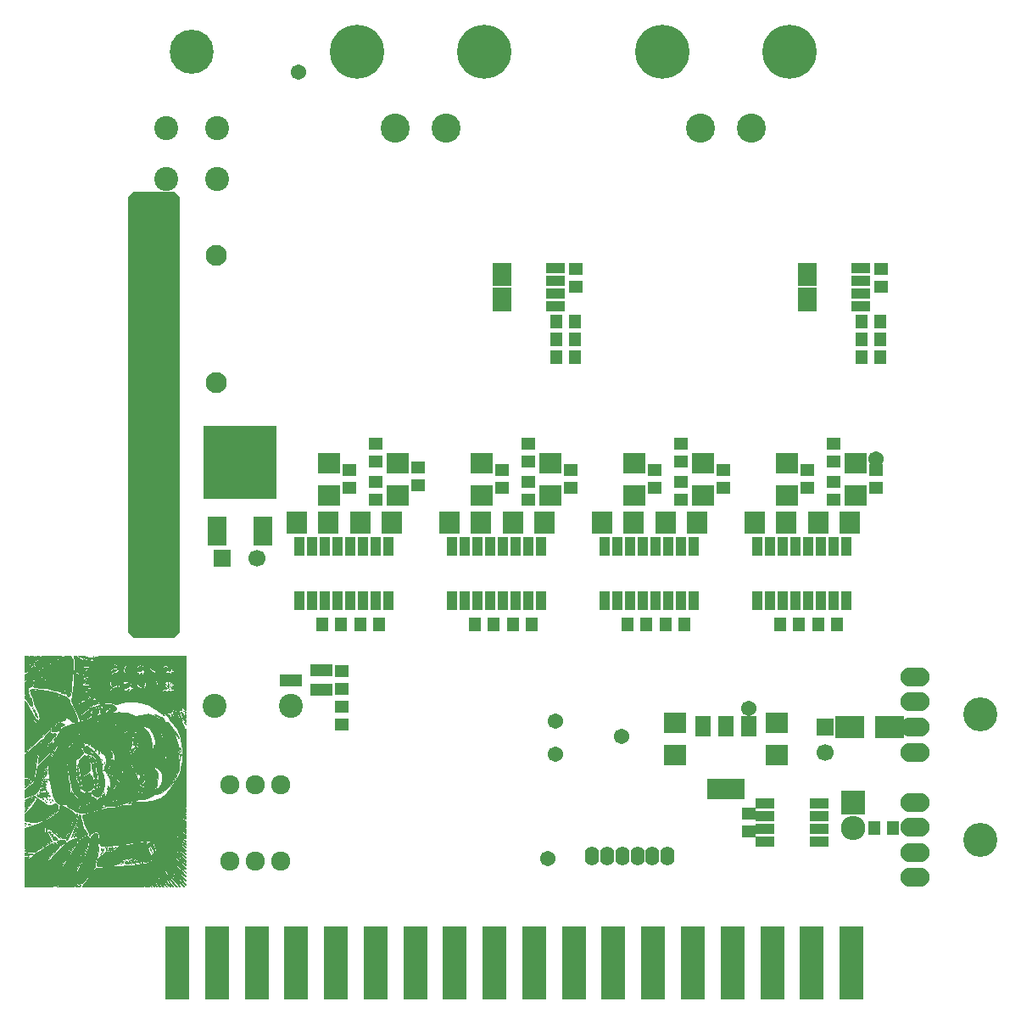
<source format=gbr>
G04 #@! TF.FileFunction,Soldermask,Bot*
%FSLAX46Y46*%
G04 Gerber Fmt 4.6, Leading zero omitted, Abs format (unit mm)*
G04 Created by KiCad (PCBNEW 4.0.3-stable) date 09/16/16 16:21:31*
%MOMM*%
%LPD*%
G01*
G04 APERTURE LIST*
%ADD10C,0.100000*%
%ADD11C,0.010000*%
%ADD12C,1.700000*%
%ADD13R,1.700000X1.700000*%
%ADD14O,2.900000X1.900000*%
%ADD15C,3.400000*%
%ADD16R,2.000000X2.200000*%
%ADD17R,2.200000X2.000000*%
%ADD18R,2.432000X2.432000*%
%ADD19O,2.432000X2.432000*%
%ADD20R,1.000000X1.900000*%
%ADD21R,1.950000X1.400000*%
%ADD22R,1.950000X1.000000*%
%ADD23C,2.400000*%
%ADD24C,4.400000*%
%ADD25R,1.600000X2.100000*%
%ADD26R,3.700000X2.100000*%
%ADD27R,1.200000X1.400000*%
%ADD28R,1.400000X1.200000*%
%ADD29C,2.900000*%
%ADD30C,5.400000*%
%ADD31R,2.400000X7.400000*%
%ADD32O,1.400000X1.924000*%
%ADD33C,1.924000*%
%ADD34C,2.100000*%
%ADD35R,2.100000X2.100000*%
%ADD36R,1.901140X2.899360*%
%ADD37R,7.400240X7.400240*%
%ADD38R,2.899360X2.200860*%
%ADD39C,1.543000*%
%ADD40R,2.200860X1.200100*%
%ADD41C,0.026000*%
G04 APERTURE END LIST*
D10*
D11*
G36*
X8462083Y-84443782D02*
X8371202Y-84325838D01*
X8285300Y-84233720D01*
X8293739Y-84210309D01*
X8336832Y-84222335D01*
X8391235Y-84231434D01*
X8423347Y-84196473D01*
X8437395Y-84094917D01*
X8437606Y-83904233D01*
X8432082Y-83714535D01*
X8411348Y-83396877D01*
X8368021Y-83190957D01*
X8292431Y-83082171D01*
X8174911Y-83055915D01*
X8020226Y-83092517D01*
X7843888Y-83217736D01*
X7703398Y-83450010D01*
X7607132Y-83772403D01*
X7574970Y-83992912D01*
X7534628Y-84242206D01*
X7471194Y-84477278D01*
X7429380Y-84582000D01*
X7353289Y-84757458D01*
X7260490Y-85000567D01*
X7174421Y-85248750D01*
X7067101Y-85527780D01*
X6933354Y-85809507D01*
X6819677Y-86005068D01*
X6684566Y-86241468D01*
X6571980Y-86498526D01*
X6531752Y-86624193D01*
X6465679Y-86823892D01*
X6391803Y-86917543D01*
X6337996Y-86931500D01*
X6258367Y-86914291D01*
X6234157Y-86853590D01*
X6270175Y-86735788D01*
X6371232Y-86547279D01*
X6542137Y-86274454D01*
X6603310Y-86180877D01*
X6771624Y-85920088D01*
X6821504Y-85834607D01*
X6821504Y-85516757D01*
X6747927Y-85430808D01*
X6603935Y-85295994D01*
X6487437Y-85219288D01*
X6388823Y-85153209D01*
X6370873Y-85111461D01*
X6443821Y-85113381D01*
X6540500Y-85153500D01*
X6658108Y-85197190D01*
X6713778Y-85191890D01*
X6698384Y-85144248D01*
X6660714Y-85125129D01*
X6423406Y-85038904D01*
X6286240Y-84982952D01*
X6228546Y-84948401D01*
X6223000Y-84937255D01*
X6276004Y-84932777D01*
X6405071Y-84960662D01*
X6419655Y-84964766D01*
X6591567Y-85030673D01*
X6720975Y-85109264D01*
X6775849Y-85178856D01*
X6768339Y-85200829D01*
X6766122Y-85274868D01*
X6799606Y-85398155D01*
X6838397Y-85513207D01*
X6821504Y-85516757D01*
X6821504Y-85834607D01*
X6877213Y-85739135D01*
X6930253Y-85613862D01*
X6940923Y-85520113D01*
X6919400Y-85433733D01*
X6918787Y-85432113D01*
X6882961Y-85320341D01*
X6904255Y-85306435D01*
X6938249Y-85331551D01*
X6996774Y-85349499D01*
X7048649Y-85280288D01*
X7107956Y-85105012D01*
X7108571Y-85102880D01*
X7191693Y-84851437D01*
X7292199Y-84594872D01*
X7318933Y-84534609D01*
X7399372Y-84315744D01*
X7391827Y-84160582D01*
X7286574Y-84032807D01*
X7161758Y-83947601D01*
X7052758Y-83868034D01*
X7035547Y-83823979D01*
X7054534Y-83820238D01*
X7171289Y-83864102D01*
X7269395Y-83945503D01*
X7373540Y-84033749D01*
X7444198Y-84016351D01*
X7493924Y-83884714D01*
X7514124Y-83777933D01*
X7518112Y-83555965D01*
X7437914Y-83425187D01*
X7267050Y-83376335D01*
X7232606Y-83375501D01*
X7071604Y-83427624D01*
X6869403Y-83570438D01*
X6646461Y-83783603D01*
X6423240Y-84046783D01*
X6220199Y-84339639D01*
X6159500Y-84442175D01*
X6018867Y-84677082D01*
X5835232Y-84964773D01*
X5640612Y-85255553D01*
X5570245Y-85356792D01*
X5399834Y-85615455D01*
X5250244Y-85872446D01*
X5143932Y-86087877D01*
X5114293Y-86166663D01*
X5063341Y-86306801D01*
X5028664Y-86354733D01*
X5019951Y-86328250D01*
X5006004Y-86245442D01*
X4964862Y-86280199D01*
X4955481Y-86294662D01*
X4887094Y-86354890D01*
X4856446Y-86348113D01*
X4866272Y-86274488D01*
X4941842Y-86122587D01*
X5070363Y-85913938D01*
X5239043Y-85670069D01*
X5339894Y-85534500D01*
X5462049Y-85356711D01*
X5583750Y-85158463D01*
X5583750Y-84876192D01*
X5540447Y-84873298D01*
X5499548Y-84841642D01*
X5431439Y-84752618D01*
X5431012Y-84706150D01*
X5411082Y-84635947D01*
X5312253Y-84550953D01*
X5175318Y-84478845D01*
X5049996Y-84447634D01*
X4966850Y-84437927D01*
X5006060Y-84418437D01*
X5033907Y-84410933D01*
X5160966Y-84421804D01*
X5325921Y-84486738D01*
X5351407Y-84500890D01*
X5508415Y-84632687D01*
X5578224Y-84772678D01*
X5583750Y-84876192D01*
X5583750Y-85158463D01*
X5605766Y-85122599D01*
X5713499Y-84931250D01*
X5858611Y-84679905D01*
X6021252Y-84426758D01*
X6129793Y-84275107D01*
X6262698Y-84082034D01*
X6302712Y-83947495D01*
X6248722Y-83842241D01*
X6109511Y-83742832D01*
X5973917Y-83679514D01*
X5851363Y-83683512D01*
X5724680Y-83729701D01*
X5551017Y-83829782D01*
X5320932Y-84000968D01*
X5052751Y-84225440D01*
X4764800Y-84485376D01*
X4475405Y-84762959D01*
X4202893Y-85040368D01*
X3965591Y-85299784D01*
X3781823Y-85523387D01*
X3669918Y-85693357D01*
X3647379Y-85749567D01*
X3597549Y-85871795D01*
X3546882Y-85915500D01*
X3528307Y-85869017D01*
X3564163Y-85772625D01*
X3610727Y-85676126D01*
X3586581Y-85675986D01*
X3534647Y-85716901D01*
X3449830Y-85765985D01*
X3429000Y-85729035D01*
X3471145Y-85657106D01*
X3586079Y-85515643D01*
X3756557Y-85324677D01*
X3965333Y-85104243D01*
X3978800Y-85090415D01*
X4243728Y-84808678D01*
X4420082Y-84595634D01*
X4517168Y-84439056D01*
X4543875Y-84348031D01*
X4545635Y-84247248D01*
X4528983Y-84247928D01*
X4527661Y-84251246D01*
X4475478Y-84278120D01*
X4372700Y-84199213D01*
X4346617Y-84171871D01*
X4213113Y-84061791D01*
X4090570Y-84012155D01*
X4082908Y-84011912D01*
X4010696Y-84021496D01*
X4032937Y-84065043D01*
X4098495Y-84123037D01*
X4238178Y-84260425D01*
X4320745Y-84359750D01*
X4331954Y-84395382D01*
X4263966Y-84354277D01*
X4172916Y-84280375D01*
X4017537Y-84160260D01*
X3891438Y-84085851D01*
X3850180Y-84074000D01*
X3766815Y-84107565D01*
X3603503Y-84198613D01*
X3384947Y-84332673D01*
X3169764Y-84472581D01*
X2891864Y-84655450D01*
X2617869Y-84831719D01*
X2385400Y-84977381D01*
X2268704Y-85047591D01*
X2057337Y-85200617D01*
X1866755Y-85387567D01*
X1799890Y-85474511D01*
X1685725Y-85626689D01*
X1597420Y-85710145D01*
X1551484Y-85716467D01*
X1564427Y-85637247D01*
X1588623Y-85582125D01*
X1613306Y-85514465D01*
X1572198Y-85543752D01*
X1495923Y-85629750D01*
X1383915Y-85740496D01*
X1335918Y-85748200D01*
X1360857Y-85664252D01*
X1432351Y-85548630D01*
X1485739Y-85447234D01*
X1450031Y-85407809D01*
X1313528Y-85424721D01*
X1222375Y-85447524D01*
X1079500Y-85485813D01*
X1079500Y-88455500D01*
X2381250Y-88454822D01*
X2381250Y-88011000D01*
X2349500Y-87979250D01*
X2381250Y-87947500D01*
X2413000Y-87979250D01*
X2381250Y-88011000D01*
X2381250Y-88454822D01*
X2397125Y-88454813D01*
X2839299Y-88452121D01*
X2839299Y-86921265D01*
X2803812Y-86905814D01*
X2735642Y-86841876D01*
X2749626Y-86805119D01*
X2758503Y-86804500D01*
X2812212Y-86849603D01*
X2831814Y-86877812D01*
X2839299Y-86921265D01*
X2839299Y-88452121D01*
X2904654Y-88451723D01*
X3143250Y-88446122D01*
X3143250Y-87820500D01*
X3111500Y-87788750D01*
X3143250Y-87757000D01*
X3175000Y-87788750D01*
X3143250Y-87820500D01*
X3143250Y-88446122D01*
X3301990Y-88442395D01*
X3410793Y-88436473D01*
X3410793Y-87312500D01*
X3343215Y-87270815D01*
X3240974Y-87173527D01*
X3136391Y-87053012D01*
X3114674Y-87000890D01*
X3132182Y-86995000D01*
X3184810Y-87036256D01*
X3286369Y-87137231D01*
X3302000Y-87153750D01*
X3390261Y-87258425D01*
X3414889Y-87311035D01*
X3410793Y-87312500D01*
X3410793Y-88436473D01*
X3524250Y-88430296D01*
X3524250Y-87376000D01*
X3492500Y-87344250D01*
X3524250Y-87312500D01*
X3556000Y-87344250D01*
X3524250Y-87376000D01*
X3524250Y-88430296D01*
X3605831Y-88425854D01*
X3651250Y-88420907D01*
X3651250Y-87439500D01*
X3619500Y-87407750D01*
X3651250Y-87376000D01*
X3683000Y-87407750D01*
X3651250Y-87439500D01*
X3651250Y-88420907D01*
X3832877Y-88401122D01*
X3910542Y-88385353D01*
X3910542Y-87434487D01*
X3828182Y-87422812D01*
X3827198Y-87401136D01*
X3912186Y-87385977D01*
X3948907Y-87396123D01*
X3972959Y-87424319D01*
X3910542Y-87434487D01*
X3910542Y-88385353D01*
X3999825Y-88367223D01*
X4026468Y-88359563D01*
X4191000Y-88316236D01*
X4191000Y-87365974D01*
X4100854Y-87355995D01*
X4111625Y-87333946D01*
X4241632Y-87325559D01*
X4270375Y-87333946D01*
X4278353Y-87357123D01*
X4191000Y-87365974D01*
X4191000Y-88316236D01*
X4263109Y-88297246D01*
X4441730Y-88268322D01*
X4541985Y-88274245D01*
X4543530Y-88316466D01*
X4537075Y-88323124D01*
X4431648Y-88379860D01*
X4318000Y-88412896D01*
X4320484Y-88423178D01*
X4432484Y-88430548D01*
X4636545Y-88434543D01*
X4799542Y-88434633D01*
X4799542Y-88323487D01*
X4717182Y-88311812D01*
X4716198Y-88290136D01*
X4801186Y-88274977D01*
X4837907Y-88285123D01*
X4861959Y-88313319D01*
X4799542Y-88323487D01*
X4799542Y-88434633D01*
X4915206Y-88434698D01*
X5080000Y-88433154D01*
X5117042Y-88432363D01*
X5117042Y-88259987D01*
X5034682Y-88248312D01*
X5033698Y-88226636D01*
X5118686Y-88211477D01*
X5155407Y-88221623D01*
X5179459Y-88249819D01*
X5117042Y-88259987D01*
X5117042Y-88432363D01*
X5480894Y-88424585D01*
X5524500Y-88422263D01*
X5524500Y-88067074D01*
X5330720Y-88032303D01*
X5089985Y-87936608D01*
X4851617Y-87801891D01*
X4737654Y-87717655D01*
X4590579Y-87593389D01*
X4525493Y-87529387D01*
X4525756Y-87505904D01*
X4556774Y-87503000D01*
X4630637Y-87542413D01*
X4751984Y-87639841D01*
X4781233Y-87666368D01*
X4946055Y-87783592D01*
X5168093Y-87898853D01*
X5288584Y-87947478D01*
X5450462Y-88010576D01*
X5532264Y-88054038D01*
X5524500Y-88067074D01*
X5524500Y-88422263D01*
X5683250Y-88413808D01*
X5683250Y-88011000D01*
X5651500Y-87979250D01*
X5683250Y-87947500D01*
X5715000Y-87979250D01*
X5683250Y-88011000D01*
X5683250Y-88413808D01*
X5775097Y-88408916D01*
X5810250Y-88404717D01*
X5810250Y-87947500D01*
X5778500Y-87915750D01*
X5810250Y-87884000D01*
X5842000Y-87915750D01*
X5810250Y-87947500D01*
X5810250Y-88404717D01*
X5969000Y-88385752D01*
X5969000Y-87884000D01*
X5916733Y-87860767D01*
X5926667Y-87841667D01*
X6002027Y-87834067D01*
X6011334Y-87841667D01*
X6002617Y-87879418D01*
X5969000Y-87884000D01*
X5969000Y-88385752D01*
X5982820Y-88384100D01*
X6124271Y-88348087D01*
X6183951Y-88321239D01*
X6367152Y-88220715D01*
X6217447Y-88115858D01*
X6116603Y-88035981D01*
X6121405Y-88015400D01*
X6224807Y-88054849D01*
X6325361Y-88104581D01*
X6477000Y-88155589D01*
X6477000Y-88074500D01*
X6424733Y-88051267D01*
X6434667Y-88032167D01*
X6510027Y-88024567D01*
X6519334Y-88032167D01*
X6510617Y-88069918D01*
X6477000Y-88074500D01*
X6477000Y-88155589D01*
X6488937Y-88159605D01*
X6567570Y-88136331D01*
X6681986Y-88080789D01*
X6734173Y-88074500D01*
X6912948Y-88018525D01*
X7126117Y-87860474D01*
X7358417Y-87615167D01*
X7594587Y-87297419D01*
X7692225Y-87144347D01*
X7891857Y-86810839D01*
X7970336Y-86668169D01*
X7970336Y-85838111D01*
X7846928Y-85817779D01*
X7842120Y-85816633D01*
X7647332Y-85760990D01*
X7562934Y-85712051D01*
X7556500Y-85693936D01*
X7609640Y-85693188D01*
X7739222Y-85722849D01*
X7755625Y-85727474D01*
X7913044Y-85780959D01*
X7988495Y-85821838D01*
X7970336Y-85838111D01*
X7970336Y-86668169D01*
X8027625Y-86564021D01*
X8105649Y-86384606D01*
X8132046Y-86253304D01*
X8112935Y-86150828D01*
X8054434Y-86057887D01*
X8041732Y-86042500D01*
X7976737Y-85958717D01*
X7985374Y-85952047D01*
X7998777Y-85963125D01*
X8090373Y-86024511D01*
X8161357Y-86017049D01*
X8220084Y-85926881D01*
X8274909Y-85740148D01*
X8334189Y-85442991D01*
X8343347Y-85391625D01*
X8394636Y-85104717D01*
X8440676Y-84853306D01*
X8475241Y-84671082D01*
X8488742Y-84605078D01*
X8462083Y-84443782D01*
X8462083Y-84443782D01*
G37*
X8462083Y-84443782D02*
X8371202Y-84325838D01*
X8285300Y-84233720D01*
X8293739Y-84210309D01*
X8336832Y-84222335D01*
X8391235Y-84231434D01*
X8423347Y-84196473D01*
X8437395Y-84094917D01*
X8437606Y-83904233D01*
X8432082Y-83714535D01*
X8411348Y-83396877D01*
X8368021Y-83190957D01*
X8292431Y-83082171D01*
X8174911Y-83055915D01*
X8020226Y-83092517D01*
X7843888Y-83217736D01*
X7703398Y-83450010D01*
X7607132Y-83772403D01*
X7574970Y-83992912D01*
X7534628Y-84242206D01*
X7471194Y-84477278D01*
X7429380Y-84582000D01*
X7353289Y-84757458D01*
X7260490Y-85000567D01*
X7174421Y-85248750D01*
X7067101Y-85527780D01*
X6933354Y-85809507D01*
X6819677Y-86005068D01*
X6684566Y-86241468D01*
X6571980Y-86498526D01*
X6531752Y-86624193D01*
X6465679Y-86823892D01*
X6391803Y-86917543D01*
X6337996Y-86931500D01*
X6258367Y-86914291D01*
X6234157Y-86853590D01*
X6270175Y-86735788D01*
X6371232Y-86547279D01*
X6542137Y-86274454D01*
X6603310Y-86180877D01*
X6771624Y-85920088D01*
X6821504Y-85834607D01*
X6821504Y-85516757D01*
X6747927Y-85430808D01*
X6603935Y-85295994D01*
X6487437Y-85219288D01*
X6388823Y-85153209D01*
X6370873Y-85111461D01*
X6443821Y-85113381D01*
X6540500Y-85153500D01*
X6658108Y-85197190D01*
X6713778Y-85191890D01*
X6698384Y-85144248D01*
X6660714Y-85125129D01*
X6423406Y-85038904D01*
X6286240Y-84982952D01*
X6228546Y-84948401D01*
X6223000Y-84937255D01*
X6276004Y-84932777D01*
X6405071Y-84960662D01*
X6419655Y-84964766D01*
X6591567Y-85030673D01*
X6720975Y-85109264D01*
X6775849Y-85178856D01*
X6768339Y-85200829D01*
X6766122Y-85274868D01*
X6799606Y-85398155D01*
X6838397Y-85513207D01*
X6821504Y-85516757D01*
X6821504Y-85834607D01*
X6877213Y-85739135D01*
X6930253Y-85613862D01*
X6940923Y-85520113D01*
X6919400Y-85433733D01*
X6918787Y-85432113D01*
X6882961Y-85320341D01*
X6904255Y-85306435D01*
X6938249Y-85331551D01*
X6996774Y-85349499D01*
X7048649Y-85280288D01*
X7107956Y-85105012D01*
X7108571Y-85102880D01*
X7191693Y-84851437D01*
X7292199Y-84594872D01*
X7318933Y-84534609D01*
X7399372Y-84315744D01*
X7391827Y-84160582D01*
X7286574Y-84032807D01*
X7161758Y-83947601D01*
X7052758Y-83868034D01*
X7035547Y-83823979D01*
X7054534Y-83820238D01*
X7171289Y-83864102D01*
X7269395Y-83945503D01*
X7373540Y-84033749D01*
X7444198Y-84016351D01*
X7493924Y-83884714D01*
X7514124Y-83777933D01*
X7518112Y-83555965D01*
X7437914Y-83425187D01*
X7267050Y-83376335D01*
X7232606Y-83375501D01*
X7071604Y-83427624D01*
X6869403Y-83570438D01*
X6646461Y-83783603D01*
X6423240Y-84046783D01*
X6220199Y-84339639D01*
X6159500Y-84442175D01*
X6018867Y-84677082D01*
X5835232Y-84964773D01*
X5640612Y-85255553D01*
X5570245Y-85356792D01*
X5399834Y-85615455D01*
X5250244Y-85872446D01*
X5143932Y-86087877D01*
X5114293Y-86166663D01*
X5063341Y-86306801D01*
X5028664Y-86354733D01*
X5019951Y-86328250D01*
X5006004Y-86245442D01*
X4964862Y-86280199D01*
X4955481Y-86294662D01*
X4887094Y-86354890D01*
X4856446Y-86348113D01*
X4866272Y-86274488D01*
X4941842Y-86122587D01*
X5070363Y-85913938D01*
X5239043Y-85670069D01*
X5339894Y-85534500D01*
X5462049Y-85356711D01*
X5583750Y-85158463D01*
X5583750Y-84876192D01*
X5540447Y-84873298D01*
X5499548Y-84841642D01*
X5431439Y-84752618D01*
X5431012Y-84706150D01*
X5411082Y-84635947D01*
X5312253Y-84550953D01*
X5175318Y-84478845D01*
X5049996Y-84447634D01*
X4966850Y-84437927D01*
X5006060Y-84418437D01*
X5033907Y-84410933D01*
X5160966Y-84421804D01*
X5325921Y-84486738D01*
X5351407Y-84500890D01*
X5508415Y-84632687D01*
X5578224Y-84772678D01*
X5583750Y-84876192D01*
X5583750Y-85158463D01*
X5605766Y-85122599D01*
X5713499Y-84931250D01*
X5858611Y-84679905D01*
X6021252Y-84426758D01*
X6129793Y-84275107D01*
X6262698Y-84082034D01*
X6302712Y-83947495D01*
X6248722Y-83842241D01*
X6109511Y-83742832D01*
X5973917Y-83679514D01*
X5851363Y-83683512D01*
X5724680Y-83729701D01*
X5551017Y-83829782D01*
X5320932Y-84000968D01*
X5052751Y-84225440D01*
X4764800Y-84485376D01*
X4475405Y-84762959D01*
X4202893Y-85040368D01*
X3965591Y-85299784D01*
X3781823Y-85523387D01*
X3669918Y-85693357D01*
X3647379Y-85749567D01*
X3597549Y-85871795D01*
X3546882Y-85915500D01*
X3528307Y-85869017D01*
X3564163Y-85772625D01*
X3610727Y-85676126D01*
X3586581Y-85675986D01*
X3534647Y-85716901D01*
X3449830Y-85765985D01*
X3429000Y-85729035D01*
X3471145Y-85657106D01*
X3586079Y-85515643D01*
X3756557Y-85324677D01*
X3965333Y-85104243D01*
X3978800Y-85090415D01*
X4243728Y-84808678D01*
X4420082Y-84595634D01*
X4517168Y-84439056D01*
X4543875Y-84348031D01*
X4545635Y-84247248D01*
X4528983Y-84247928D01*
X4527661Y-84251246D01*
X4475478Y-84278120D01*
X4372700Y-84199213D01*
X4346617Y-84171871D01*
X4213113Y-84061791D01*
X4090570Y-84012155D01*
X4082908Y-84011912D01*
X4010696Y-84021496D01*
X4032937Y-84065043D01*
X4098495Y-84123037D01*
X4238178Y-84260425D01*
X4320745Y-84359750D01*
X4331954Y-84395382D01*
X4263966Y-84354277D01*
X4172916Y-84280375D01*
X4017537Y-84160260D01*
X3891438Y-84085851D01*
X3850180Y-84074000D01*
X3766815Y-84107565D01*
X3603503Y-84198613D01*
X3384947Y-84332673D01*
X3169764Y-84472581D01*
X2891864Y-84655450D01*
X2617869Y-84831719D01*
X2385400Y-84977381D01*
X2268704Y-85047591D01*
X2057337Y-85200617D01*
X1866755Y-85387567D01*
X1799890Y-85474511D01*
X1685725Y-85626689D01*
X1597420Y-85710145D01*
X1551484Y-85716467D01*
X1564427Y-85637247D01*
X1588623Y-85582125D01*
X1613306Y-85514465D01*
X1572198Y-85543752D01*
X1495923Y-85629750D01*
X1383915Y-85740496D01*
X1335918Y-85748200D01*
X1360857Y-85664252D01*
X1432351Y-85548630D01*
X1485739Y-85447234D01*
X1450031Y-85407809D01*
X1313528Y-85424721D01*
X1222375Y-85447524D01*
X1079500Y-85485813D01*
X1079500Y-88455500D01*
X2381250Y-88454822D01*
X2381250Y-88011000D01*
X2349500Y-87979250D01*
X2381250Y-87947500D01*
X2413000Y-87979250D01*
X2381250Y-88011000D01*
X2381250Y-88454822D01*
X2397125Y-88454813D01*
X2839299Y-88452121D01*
X2839299Y-86921265D01*
X2803812Y-86905814D01*
X2735642Y-86841876D01*
X2749626Y-86805119D01*
X2758503Y-86804500D01*
X2812212Y-86849603D01*
X2831814Y-86877812D01*
X2839299Y-86921265D01*
X2839299Y-88452121D01*
X2904654Y-88451723D01*
X3143250Y-88446122D01*
X3143250Y-87820500D01*
X3111500Y-87788750D01*
X3143250Y-87757000D01*
X3175000Y-87788750D01*
X3143250Y-87820500D01*
X3143250Y-88446122D01*
X3301990Y-88442395D01*
X3410793Y-88436473D01*
X3410793Y-87312500D01*
X3343215Y-87270815D01*
X3240974Y-87173527D01*
X3136391Y-87053012D01*
X3114674Y-87000890D01*
X3132182Y-86995000D01*
X3184810Y-87036256D01*
X3286369Y-87137231D01*
X3302000Y-87153750D01*
X3390261Y-87258425D01*
X3414889Y-87311035D01*
X3410793Y-87312500D01*
X3410793Y-88436473D01*
X3524250Y-88430296D01*
X3524250Y-87376000D01*
X3492500Y-87344250D01*
X3524250Y-87312500D01*
X3556000Y-87344250D01*
X3524250Y-87376000D01*
X3524250Y-88430296D01*
X3605831Y-88425854D01*
X3651250Y-88420907D01*
X3651250Y-87439500D01*
X3619500Y-87407750D01*
X3651250Y-87376000D01*
X3683000Y-87407750D01*
X3651250Y-87439500D01*
X3651250Y-88420907D01*
X3832877Y-88401122D01*
X3910542Y-88385353D01*
X3910542Y-87434487D01*
X3828182Y-87422812D01*
X3827198Y-87401136D01*
X3912186Y-87385977D01*
X3948907Y-87396123D01*
X3972959Y-87424319D01*
X3910542Y-87434487D01*
X3910542Y-88385353D01*
X3999825Y-88367223D01*
X4026468Y-88359563D01*
X4191000Y-88316236D01*
X4191000Y-87365974D01*
X4100854Y-87355995D01*
X4111625Y-87333946D01*
X4241632Y-87325559D01*
X4270375Y-87333946D01*
X4278353Y-87357123D01*
X4191000Y-87365974D01*
X4191000Y-88316236D01*
X4263109Y-88297246D01*
X4441730Y-88268322D01*
X4541985Y-88274245D01*
X4543530Y-88316466D01*
X4537075Y-88323124D01*
X4431648Y-88379860D01*
X4318000Y-88412896D01*
X4320484Y-88423178D01*
X4432484Y-88430548D01*
X4636545Y-88434543D01*
X4799542Y-88434633D01*
X4799542Y-88323487D01*
X4717182Y-88311812D01*
X4716198Y-88290136D01*
X4801186Y-88274977D01*
X4837907Y-88285123D01*
X4861959Y-88313319D01*
X4799542Y-88323487D01*
X4799542Y-88434633D01*
X4915206Y-88434698D01*
X5080000Y-88433154D01*
X5117042Y-88432363D01*
X5117042Y-88259987D01*
X5034682Y-88248312D01*
X5033698Y-88226636D01*
X5118686Y-88211477D01*
X5155407Y-88221623D01*
X5179459Y-88249819D01*
X5117042Y-88259987D01*
X5117042Y-88432363D01*
X5480894Y-88424585D01*
X5524500Y-88422263D01*
X5524500Y-88067074D01*
X5330720Y-88032303D01*
X5089985Y-87936608D01*
X4851617Y-87801891D01*
X4737654Y-87717655D01*
X4590579Y-87593389D01*
X4525493Y-87529387D01*
X4525756Y-87505904D01*
X4556774Y-87503000D01*
X4630637Y-87542413D01*
X4751984Y-87639841D01*
X4781233Y-87666368D01*
X4946055Y-87783592D01*
X5168093Y-87898853D01*
X5288584Y-87947478D01*
X5450462Y-88010576D01*
X5532264Y-88054038D01*
X5524500Y-88067074D01*
X5524500Y-88422263D01*
X5683250Y-88413808D01*
X5683250Y-88011000D01*
X5651500Y-87979250D01*
X5683250Y-87947500D01*
X5715000Y-87979250D01*
X5683250Y-88011000D01*
X5683250Y-88413808D01*
X5775097Y-88408916D01*
X5810250Y-88404717D01*
X5810250Y-87947500D01*
X5778500Y-87915750D01*
X5810250Y-87884000D01*
X5842000Y-87915750D01*
X5810250Y-87947500D01*
X5810250Y-88404717D01*
X5969000Y-88385752D01*
X5969000Y-87884000D01*
X5916733Y-87860767D01*
X5926667Y-87841667D01*
X6002027Y-87834067D01*
X6011334Y-87841667D01*
X6002617Y-87879418D01*
X5969000Y-87884000D01*
X5969000Y-88385752D01*
X5982820Y-88384100D01*
X6124271Y-88348087D01*
X6183951Y-88321239D01*
X6367152Y-88220715D01*
X6217447Y-88115858D01*
X6116603Y-88035981D01*
X6121405Y-88015400D01*
X6224807Y-88054849D01*
X6325361Y-88104581D01*
X6477000Y-88155589D01*
X6477000Y-88074500D01*
X6424733Y-88051267D01*
X6434667Y-88032167D01*
X6510027Y-88024567D01*
X6519334Y-88032167D01*
X6510617Y-88069918D01*
X6477000Y-88074500D01*
X6477000Y-88155589D01*
X6488937Y-88159605D01*
X6567570Y-88136331D01*
X6681986Y-88080789D01*
X6734173Y-88074500D01*
X6912948Y-88018525D01*
X7126117Y-87860474D01*
X7358417Y-87615167D01*
X7594587Y-87297419D01*
X7692225Y-87144347D01*
X7891857Y-86810839D01*
X7970336Y-86668169D01*
X7970336Y-85838111D01*
X7846928Y-85817779D01*
X7842120Y-85816633D01*
X7647332Y-85760990D01*
X7562934Y-85712051D01*
X7556500Y-85693936D01*
X7609640Y-85693188D01*
X7739222Y-85722849D01*
X7755625Y-85727474D01*
X7913044Y-85780959D01*
X7988495Y-85821838D01*
X7970336Y-85838111D01*
X7970336Y-86668169D01*
X8027625Y-86564021D01*
X8105649Y-86384606D01*
X8132046Y-86253304D01*
X8112935Y-86150828D01*
X8054434Y-86057887D01*
X8041732Y-86042500D01*
X7976737Y-85958717D01*
X7985374Y-85952047D01*
X7998777Y-85963125D01*
X8090373Y-86024511D01*
X8161357Y-86017049D01*
X8220084Y-85926881D01*
X8274909Y-85740148D01*
X8334189Y-85442991D01*
X8343347Y-85391625D01*
X8394636Y-85104717D01*
X8440676Y-84853306D01*
X8475241Y-84671082D01*
X8488742Y-84605078D01*
X8462083Y-84443782D01*
G36*
X1901834Y-85134957D02*
X1758162Y-85104796D01*
X1492231Y-85078804D01*
X1476375Y-85077687D01*
X1260173Y-85065337D01*
X1141409Y-85072579D01*
X1090941Y-85108678D01*
X1079629Y-85182899D01*
X1079500Y-85203867D01*
X1097831Y-85312149D01*
X1168599Y-85319594D01*
X1190625Y-85311204D01*
X1321063Y-85275825D01*
X1514660Y-85242804D01*
X1587500Y-85233884D01*
X1817682Y-85201159D01*
X1922067Y-85167631D01*
X1901834Y-85134957D01*
X1901834Y-85134957D01*
G37*
X1901834Y-85134957D02*
X1758162Y-85104796D01*
X1492231Y-85078804D01*
X1476375Y-85077687D01*
X1260173Y-85065337D01*
X1141409Y-85072579D01*
X1090941Y-85108678D01*
X1079629Y-85182899D01*
X1079500Y-85203867D01*
X1097831Y-85312149D01*
X1168599Y-85319594D01*
X1190625Y-85311204D01*
X1321063Y-85275825D01*
X1514660Y-85242804D01*
X1587500Y-85233884D01*
X1817682Y-85201159D01*
X1922067Y-85167631D01*
X1901834Y-85134957D01*
G36*
X6320241Y-81173887D02*
X6257480Y-81166208D01*
X6203273Y-81264125D01*
X6180276Y-81322694D01*
X6168353Y-81260291D01*
X6166867Y-81235426D01*
X6100102Y-81099140D01*
X5914933Y-80931181D01*
X5615167Y-80734433D01*
X5226616Y-80522928D01*
X4925854Y-80386465D01*
X4718602Y-80329823D01*
X4606467Y-80353149D01*
X4591053Y-80456593D01*
X4592944Y-80464230D01*
X4582947Y-80669642D01*
X4458298Y-80895479D01*
X4228517Y-81135529D01*
X3903126Y-81383575D01*
X3491647Y-81633403D01*
X3003600Y-81878798D01*
X2448508Y-82113547D01*
X1835891Y-82331434D01*
X1635125Y-82394787D01*
X1079500Y-82564968D01*
X1079500Y-84643081D01*
X1254125Y-84679228D01*
X1497885Y-84734332D01*
X1635237Y-84775402D01*
X1661233Y-84799463D01*
X1570926Y-84803539D01*
X1444625Y-84793779D01*
X1221178Y-84785075D01*
X1100656Y-84805249D01*
X1089128Y-84843213D01*
X1192662Y-84887879D01*
X1374113Y-84922619D01*
X1756508Y-84958682D01*
X2048753Y-84951285D01*
X2201432Y-84916255D01*
X2254711Y-84881269D01*
X2202002Y-84851897D01*
X2095500Y-84829364D01*
X1965815Y-84804525D01*
X1943972Y-84791569D01*
X2037267Y-84784663D01*
X2156143Y-84780860D01*
X2316547Y-84761888D01*
X2487326Y-84706295D01*
X2697894Y-84601436D01*
X2977666Y-84434667D01*
X3013393Y-84412335D01*
X3250365Y-84263492D01*
X3444233Y-84141262D01*
X3571772Y-84060318D01*
X3610256Y-84035288D01*
X3592364Y-83976101D01*
X3525137Y-83833053D01*
X3421485Y-83632985D01*
X3378784Y-83554079D01*
X3190851Y-83177194D01*
X3085701Y-82881507D01*
X3059735Y-82655118D01*
X3077436Y-82557294D01*
X3158917Y-82428536D01*
X3294270Y-82395591D01*
X3487491Y-82460279D01*
X3742578Y-82624420D01*
X4063529Y-82889837D01*
X4311279Y-83119366D01*
X4529449Y-83321083D01*
X4720971Y-83485139D01*
X4864146Y-83593773D01*
X4934579Y-83629500D01*
X5061118Y-83600835D01*
X5154488Y-83560120D01*
X5242607Y-83467740D01*
X5360592Y-83281907D01*
X5495802Y-83028843D01*
X5635596Y-82734771D01*
X5767334Y-82425914D01*
X5878375Y-82128494D01*
X5939874Y-81930875D01*
X6002636Y-81727902D01*
X6059922Y-81584828D01*
X6097474Y-81534000D01*
X6114984Y-81587748D01*
X6086912Y-81734251D01*
X6021851Y-81951399D01*
X5928394Y-82217083D01*
X5815136Y-82509192D01*
X5690668Y-82805617D01*
X5563585Y-83084247D01*
X5442480Y-83322972D01*
X5335945Y-83499684D01*
X5330457Y-83507477D01*
X5248082Y-83653864D01*
X5237821Y-83737572D01*
X5288798Y-83739666D01*
X5390139Y-83641211D01*
X5399999Y-83628552D01*
X5538518Y-83414807D01*
X5693984Y-83122027D01*
X5855088Y-82778080D01*
X6010516Y-82410836D01*
X6148957Y-82048167D01*
X6259101Y-81717943D01*
X6329636Y-81448032D01*
X6350000Y-81287833D01*
X6320241Y-81173887D01*
X6320241Y-81173887D01*
G37*
X6320241Y-81173887D02*
X6257480Y-81166208D01*
X6203273Y-81264125D01*
X6180276Y-81322694D01*
X6168353Y-81260291D01*
X6166867Y-81235426D01*
X6100102Y-81099140D01*
X5914933Y-80931181D01*
X5615167Y-80734433D01*
X5226616Y-80522928D01*
X4925854Y-80386465D01*
X4718602Y-80329823D01*
X4606467Y-80353149D01*
X4591053Y-80456593D01*
X4592944Y-80464230D01*
X4582947Y-80669642D01*
X4458298Y-80895479D01*
X4228517Y-81135529D01*
X3903126Y-81383575D01*
X3491647Y-81633403D01*
X3003600Y-81878798D01*
X2448508Y-82113547D01*
X1835891Y-82331434D01*
X1635125Y-82394787D01*
X1079500Y-82564968D01*
X1079500Y-84643081D01*
X1254125Y-84679228D01*
X1497885Y-84734332D01*
X1635237Y-84775402D01*
X1661233Y-84799463D01*
X1570926Y-84803539D01*
X1444625Y-84793779D01*
X1221178Y-84785075D01*
X1100656Y-84805249D01*
X1089128Y-84843213D01*
X1192662Y-84887879D01*
X1374113Y-84922619D01*
X1756508Y-84958682D01*
X2048753Y-84951285D01*
X2201432Y-84916255D01*
X2254711Y-84881269D01*
X2202002Y-84851897D01*
X2095500Y-84829364D01*
X1965815Y-84804525D01*
X1943972Y-84791569D01*
X2037267Y-84784663D01*
X2156143Y-84780860D01*
X2316547Y-84761888D01*
X2487326Y-84706295D01*
X2697894Y-84601436D01*
X2977666Y-84434667D01*
X3013393Y-84412335D01*
X3250365Y-84263492D01*
X3444233Y-84141262D01*
X3571772Y-84060318D01*
X3610256Y-84035288D01*
X3592364Y-83976101D01*
X3525137Y-83833053D01*
X3421485Y-83632985D01*
X3378784Y-83554079D01*
X3190851Y-83177194D01*
X3085701Y-82881507D01*
X3059735Y-82655118D01*
X3077436Y-82557294D01*
X3158917Y-82428536D01*
X3294270Y-82395591D01*
X3487491Y-82460279D01*
X3742578Y-82624420D01*
X4063529Y-82889837D01*
X4311279Y-83119366D01*
X4529449Y-83321083D01*
X4720971Y-83485139D01*
X4864146Y-83593773D01*
X4934579Y-83629500D01*
X5061118Y-83600835D01*
X5154488Y-83560120D01*
X5242607Y-83467740D01*
X5360592Y-83281907D01*
X5495802Y-83028843D01*
X5635596Y-82734771D01*
X5767334Y-82425914D01*
X5878375Y-82128494D01*
X5939874Y-81930875D01*
X6002636Y-81727902D01*
X6059922Y-81584828D01*
X6097474Y-81534000D01*
X6114984Y-81587748D01*
X6086912Y-81734251D01*
X6021851Y-81951399D01*
X5928394Y-82217083D01*
X5815136Y-82509192D01*
X5690668Y-82805617D01*
X5563585Y-83084247D01*
X5442480Y-83322972D01*
X5335945Y-83499684D01*
X5330457Y-83507477D01*
X5248082Y-83653864D01*
X5237821Y-83737572D01*
X5288798Y-83739666D01*
X5390139Y-83641211D01*
X5399999Y-83628552D01*
X5538518Y-83414807D01*
X5693984Y-83122027D01*
X5855088Y-82778080D01*
X6010516Y-82410836D01*
X6148957Y-82048167D01*
X6259101Y-81717943D01*
X6329636Y-81448032D01*
X6350000Y-81287833D01*
X6320241Y-81173887D01*
G36*
X1220346Y-82103099D02*
X1174750Y-82082537D01*
X1092984Y-82081217D01*
X1079500Y-82107493D01*
X1130963Y-82162071D01*
X1174750Y-82169000D01*
X1259473Y-82155415D01*
X1270000Y-82144044D01*
X1220346Y-82103099D01*
X1220346Y-82103099D01*
G37*
X1220346Y-82103099D02*
X1174750Y-82082537D01*
X1092984Y-82081217D01*
X1079500Y-82107493D01*
X1130963Y-82162071D01*
X1174750Y-82169000D01*
X1259473Y-82155415D01*
X1270000Y-82144044D01*
X1220346Y-82103099D01*
G36*
X4412212Y-80415799D02*
X4323487Y-80230721D01*
X4193292Y-80137894D01*
X4036089Y-80150916D01*
X3943482Y-80208021D01*
X3721679Y-80320099D01*
X3476588Y-80312694D01*
X3203174Y-80184952D01*
X3026378Y-80052661D01*
X2799785Y-79869010D01*
X2558899Y-79683531D01*
X2411101Y-79575684D01*
X2123452Y-79373545D01*
X1776101Y-79476422D01*
X1478454Y-79575584D01*
X1250665Y-79673603D01*
X1112474Y-79760932D01*
X1079500Y-79813306D01*
X1133849Y-79816940D01*
X1278916Y-79780226D01*
X1487735Y-79710556D01*
X1581680Y-79675648D01*
X1898654Y-79567544D01*
X2113764Y-79525985D01*
X2233509Y-79551286D01*
X2264389Y-79643761D01*
X2250814Y-79708063D01*
X2173832Y-79869304D01*
X2031630Y-80092298D01*
X1846578Y-80346833D01*
X1641042Y-80602697D01*
X1437391Y-80829677D01*
X1371066Y-80896347D01*
X1210686Y-81060108D01*
X1123258Y-81185822D01*
X1086843Y-81319852D01*
X1079501Y-81508560D01*
X1079500Y-81512487D01*
X1083639Y-81707457D01*
X1111348Y-81813880D01*
X1185562Y-81870204D01*
X1317625Y-81911662D01*
X1793677Y-81983357D01*
X2295785Y-81951376D01*
X2781805Y-81819176D01*
X2865059Y-81784683D01*
X3245021Y-81603459D01*
X3601534Y-81406679D01*
X3916948Y-81206689D01*
X4173615Y-81015833D01*
X4353884Y-80846457D01*
X4440107Y-80710907D01*
X4445000Y-80679529D01*
X4412212Y-80415799D01*
X4412212Y-80415799D01*
G37*
X4412212Y-80415799D02*
X4323487Y-80230721D01*
X4193292Y-80137894D01*
X4036089Y-80150916D01*
X3943482Y-80208021D01*
X3721679Y-80320099D01*
X3476588Y-80312694D01*
X3203174Y-80184952D01*
X3026378Y-80052661D01*
X2799785Y-79869010D01*
X2558899Y-79683531D01*
X2411101Y-79575684D01*
X2123452Y-79373545D01*
X1776101Y-79476422D01*
X1478454Y-79575584D01*
X1250665Y-79673603D01*
X1112474Y-79760932D01*
X1079500Y-79813306D01*
X1133849Y-79816940D01*
X1278916Y-79780226D01*
X1487735Y-79710556D01*
X1581680Y-79675648D01*
X1898654Y-79567544D01*
X2113764Y-79525985D01*
X2233509Y-79551286D01*
X2264389Y-79643761D01*
X2250814Y-79708063D01*
X2173832Y-79869304D01*
X2031630Y-80092298D01*
X1846578Y-80346833D01*
X1641042Y-80602697D01*
X1437391Y-80829677D01*
X1371066Y-80896347D01*
X1210686Y-81060108D01*
X1123258Y-81185822D01*
X1086843Y-81319852D01*
X1079501Y-81508560D01*
X1079500Y-81512487D01*
X1083639Y-81707457D01*
X1111348Y-81813880D01*
X1185562Y-81870204D01*
X1317625Y-81911662D01*
X1793677Y-81983357D01*
X2295785Y-81951376D01*
X2781805Y-81819176D01*
X2865059Y-81784683D01*
X3245021Y-81603459D01*
X3601534Y-81406679D01*
X3916948Y-81206689D01*
X4173615Y-81015833D01*
X4353884Y-80846457D01*
X4440107Y-80710907D01*
X4445000Y-80679529D01*
X4412212Y-80415799D01*
G36*
X1276971Y-80708877D02*
X1177489Y-80730413D01*
X1098236Y-80817098D01*
X1079500Y-80904042D01*
X1084412Y-80993099D01*
X1116600Y-80988970D01*
X1201034Y-80890160D01*
X1288681Y-80760311D01*
X1276971Y-80708877D01*
X1276971Y-80708877D01*
G37*
X1276971Y-80708877D02*
X1177489Y-80730413D01*
X1098236Y-80817098D01*
X1079500Y-80904042D01*
X1084412Y-80993099D01*
X1116600Y-80988970D01*
X1201034Y-80890160D01*
X1288681Y-80760311D01*
X1276971Y-80708877D01*
G36*
X1413082Y-80522948D02*
X1397000Y-80523436D01*
X1260869Y-80550768D01*
X1174750Y-80581500D01*
X1084001Y-80623976D01*
X1109935Y-80637187D01*
X1174750Y-80639565D01*
X1330640Y-80612369D01*
X1397000Y-80581500D01*
X1460208Y-80532531D01*
X1413082Y-80522948D01*
X1413082Y-80522948D01*
G37*
X1413082Y-80522948D02*
X1397000Y-80523436D01*
X1260869Y-80550768D01*
X1174750Y-80581500D01*
X1084001Y-80623976D01*
X1109935Y-80637187D01*
X1174750Y-80639565D01*
X1330640Y-80612369D01*
X1397000Y-80581500D01*
X1460208Y-80532531D01*
X1413082Y-80522948D01*
G36*
X1988584Y-79615747D02*
X1837416Y-79651003D01*
X1696073Y-79700908D01*
X1483011Y-79785385D01*
X1298139Y-79858276D01*
X1222375Y-79887903D01*
X1131863Y-79944811D01*
X1089706Y-80048822D01*
X1079500Y-80234958D01*
X1084505Y-80411142D01*
X1110417Y-80488866D01*
X1173586Y-80496588D01*
X1222375Y-80483656D01*
X1496681Y-80376343D01*
X1700723Y-80224800D01*
X1886538Y-79990240D01*
X1888768Y-79986913D01*
X1994189Y-79812779D01*
X2055093Y-79678619D01*
X2060840Y-79624292D01*
X1988584Y-79615747D01*
X1988584Y-79615747D01*
G37*
X1988584Y-79615747D02*
X1837416Y-79651003D01*
X1696073Y-79700908D01*
X1483011Y-79785385D01*
X1298139Y-79858276D01*
X1222375Y-79887903D01*
X1131863Y-79944811D01*
X1089706Y-80048822D01*
X1079500Y-80234958D01*
X1084505Y-80411142D01*
X1110417Y-80488866D01*
X1173586Y-80496588D01*
X1222375Y-80483656D01*
X1496681Y-80376343D01*
X1700723Y-80224800D01*
X1886538Y-79990240D01*
X1888768Y-79986913D01*
X1994189Y-79812779D01*
X2055093Y-79678619D01*
X2060840Y-79624292D01*
X1988584Y-79615747D01*
G36*
X17161665Y-85436551D02*
X17033667Y-85302324D01*
X16843270Y-85126008D01*
X16609236Y-84925750D01*
X16573500Y-84896381D01*
X16335964Y-84699797D01*
X16138862Y-84532177D01*
X16000660Y-84409560D01*
X15939822Y-84347984D01*
X15938500Y-84344812D01*
X15939272Y-84331476D01*
X15951859Y-84331468D01*
X15991668Y-84355888D01*
X16074105Y-84415838D01*
X16214576Y-84522417D01*
X16428489Y-84686726D01*
X16652875Y-84859517D01*
X16920990Y-85056374D01*
X17099737Y-85168680D01*
X17189367Y-85201871D01*
X17190131Y-85161383D01*
X17102278Y-85052654D01*
X16926060Y-84881118D01*
X16661726Y-84652213D01*
X16642601Y-84636387D01*
X16422174Y-84451139D01*
X16245828Y-84296623D01*
X16132071Y-84189501D01*
X16098844Y-84146800D01*
X16154509Y-84174196D01*
X16288285Y-84265702D01*
X16478980Y-84406259D01*
X16664743Y-84548945D01*
X16908507Y-84735121D01*
X17070102Y-84846630D01*
X17163836Y-84891394D01*
X17204018Y-84877336D01*
X17208500Y-84850023D01*
X17155552Y-84743438D01*
X17003219Y-84582134D01*
X16761271Y-84376312D01*
X16734752Y-84355418D01*
X16533578Y-84193419D01*
X16380453Y-84061598D01*
X16295901Y-83978100D01*
X16286368Y-83958966D01*
X16345078Y-83982073D01*
X16476648Y-84066475D01*
X16654256Y-84194769D01*
X16680742Y-84214841D01*
X16916351Y-84392632D01*
X17069485Y-84501584D01*
X17157537Y-84551312D01*
X17197899Y-84551435D01*
X17207963Y-84511569D01*
X17207977Y-84506373D01*
X17160084Y-84435621D01*
X17030986Y-84309256D01*
X16841864Y-84146807D01*
X16670075Y-84010500D01*
X16449769Y-83836523D01*
X16272826Y-83687725D01*
X16160317Y-83582402D01*
X16130848Y-83542350D01*
X16132093Y-83518070D01*
X16149169Y-83514618D01*
X16198995Y-83543478D01*
X16298492Y-83616138D01*
X16464582Y-83744083D01*
X16709504Y-83935144D01*
X16936860Y-84110049D01*
X17083030Y-84213114D01*
X17165100Y-84252948D01*
X17200153Y-84238160D01*
X17205619Y-84185125D01*
X17156201Y-84114670D01*
X17026165Y-83992128D01*
X16838763Y-83838485D01*
X16730736Y-83756500D01*
X16524211Y-83598918D01*
X16363252Y-83467035D01*
X16270777Y-83380090D01*
X16257367Y-83359172D01*
X16303598Y-83373069D01*
X16428924Y-83449853D01*
X16611401Y-83575470D01*
X16732250Y-83663296D01*
X16980545Y-83834261D01*
X17139241Y-83919201D01*
X17205793Y-83924564D01*
X17177655Y-83856794D01*
X17052281Y-83722338D01*
X16827127Y-83527643D01*
X16795751Y-83502501D01*
X16606560Y-83348390D01*
X16463009Y-83224667D01*
X16388471Y-83151732D01*
X16383001Y-83142209D01*
X16430239Y-83161164D01*
X16555825Y-83239653D01*
X16636518Y-83294704D01*
X16636518Y-83117341D01*
X16603635Y-83101573D01*
X16557625Y-83066100D01*
X16458903Y-82973415D01*
X16459333Y-82932043D01*
X16470475Y-82931000D01*
X16478250Y-82937365D01*
X16478250Y-82740500D01*
X16446500Y-82708750D01*
X16478250Y-82677000D01*
X16510000Y-82708750D01*
X16478250Y-82740500D01*
X16478250Y-82937365D01*
X16523481Y-82974395D01*
X16581600Y-83042125D01*
X16636518Y-83117341D01*
X16636518Y-83294704D01*
X16735568Y-83362280D01*
X16795751Y-83404885D01*
X17017838Y-83554546D01*
X17152410Y-83622980D01*
X17206638Y-83613595D01*
X17208500Y-83600959D01*
X17182168Y-83514320D01*
X17158477Y-83502500D01*
X17084873Y-83463729D01*
X16956323Y-83365653D01*
X16888602Y-83307651D01*
X16774578Y-83198319D01*
X16759186Y-83162214D01*
X16837732Y-83198718D01*
X17005522Y-83307216D01*
X17033875Y-83326736D01*
X17152437Y-83400446D01*
X17200888Y-83397908D01*
X17208500Y-83347969D01*
X17160096Y-83260455D01*
X17034360Y-83133990D01*
X16891000Y-83020188D01*
X16720188Y-82891216D01*
X16610487Y-82796754D01*
X16571451Y-82748339D01*
X16612631Y-82757509D01*
X16732251Y-82828447D01*
X16913646Y-82945630D01*
X17049751Y-83033554D01*
X17161261Y-83098788D01*
X17202857Y-83090704D01*
X17208500Y-83033554D01*
X17184296Y-82944259D01*
X17160875Y-82930829D01*
X17091787Y-82891414D01*
X16960744Y-82789257D01*
X16827500Y-82674242D01*
X16541750Y-82417828D01*
X16875125Y-82648621D01*
X17055142Y-82769433D01*
X17155622Y-82821738D01*
X17199197Y-82812467D01*
X17208500Y-82750736D01*
X17160285Y-82628597D01*
X17097375Y-82584675D01*
X16983633Y-82521119D01*
X16828049Y-82405105D01*
X16764000Y-82350719D01*
X16659008Y-82252195D01*
X16644751Y-82221342D01*
X16724991Y-82259603D01*
X16903492Y-82368422D01*
X17043401Y-82457893D01*
X17105939Y-82493896D01*
X17105939Y-82293981D01*
X17019312Y-82260883D01*
X16892299Y-82180978D01*
X16771553Y-82087699D01*
X16703724Y-82014480D01*
X16700500Y-82003407D01*
X16746292Y-82004853D01*
X16811625Y-82035113D01*
X16964426Y-82130188D01*
X17076853Y-82219553D01*
X17123038Y-82280453D01*
X17105939Y-82293981D01*
X17105939Y-82493896D01*
X17144413Y-82516046D01*
X17186622Y-82496494D01*
X17195700Y-82377392D01*
X17195800Y-82328196D01*
X17166909Y-82138562D01*
X17064296Y-82014765D01*
X17041419Y-81998952D01*
X16941623Y-81917811D01*
X16919234Y-81865600D01*
X16986767Y-81873707D01*
X17049751Y-81915001D01*
X17149056Y-81961529D01*
X17194160Y-81949365D01*
X17183123Y-81883791D01*
X17095140Y-81797441D01*
X16883332Y-81640917D01*
X16775476Y-81551109D01*
X16769313Y-81525109D01*
X16862584Y-81560005D01*
X16938626Y-81595885D01*
X17118388Y-81667673D01*
X17198792Y-81666720D01*
X17174151Y-81600407D01*
X17038775Y-81476114D01*
X17033876Y-81472291D01*
X16932984Y-81390215D01*
X16931648Y-81374745D01*
X17007564Y-81408640D01*
X17148446Y-81452776D01*
X17196891Y-81419383D01*
X17142593Y-81327800D01*
X17080552Y-81271677D01*
X16978483Y-81186555D01*
X16973289Y-81163003D01*
X17062045Y-81184047D01*
X17065625Y-81185049D01*
X17183689Y-81197654D01*
X17195781Y-81148495D01*
X17099009Y-81049995D01*
X17097375Y-81048720D01*
X17021219Y-80985719D01*
X17046314Y-80983718D01*
X17097375Y-81000888D01*
X17188606Y-81001145D01*
X17206318Y-80933704D01*
X17154606Y-80831398D01*
X17065626Y-80746234D01*
X16922750Y-80641478D01*
X17065625Y-80679268D01*
X17183511Y-80683878D01*
X17199138Y-80620407D01*
X17132301Y-80530701D01*
X17089893Y-80467249D01*
X17129897Y-80454500D01*
X17146037Y-80421292D01*
X17159937Y-80317298D01*
X17171721Y-80135966D01*
X17181519Y-79870741D01*
X17189455Y-79515071D01*
X17195659Y-79062402D01*
X17200256Y-78506181D01*
X17203373Y-77839855D01*
X17205138Y-77056870D01*
X17205591Y-76549250D01*
X17207489Y-72644001D01*
X17065120Y-72643028D01*
X16976124Y-72629309D01*
X17004829Y-72589985D01*
X17016139Y-72510848D01*
X16959383Y-72343226D01*
X16841672Y-72100995D01*
X16670117Y-71798028D01*
X16451827Y-71448202D01*
X16310509Y-71235064D01*
X16142435Y-70995313D01*
X16030655Y-70862752D01*
X15966898Y-70835208D01*
X15942892Y-70910509D01*
X15950364Y-71086481D01*
X15955760Y-71141883D01*
X15969001Y-71369027D01*
X15951681Y-71481206D01*
X15906041Y-71475262D01*
X15834322Y-71348036D01*
X15824883Y-71326375D01*
X15750249Y-71151750D01*
X15779287Y-71358125D01*
X15780896Y-71514720D01*
X15735532Y-71557085D01*
X15657682Y-71482127D01*
X15608590Y-71394564D01*
X15514664Y-71242519D01*
X15446407Y-71208675D01*
X15414652Y-71291667D01*
X15419917Y-71418331D01*
X15456871Y-71562922D01*
X15544410Y-71726175D01*
X15697722Y-71932102D01*
X15880966Y-72147144D01*
X16081038Y-72384651D01*
X16261688Y-72617746D01*
X16396711Y-72811756D01*
X16442433Y-72890027D01*
X16581124Y-73244965D01*
X16692130Y-73694981D01*
X16773363Y-74210761D01*
X16822733Y-74762988D01*
X16838153Y-75322347D01*
X16817535Y-75859524D01*
X16758791Y-76345203D01*
X16706189Y-76592674D01*
X16641610Y-76830956D01*
X16575794Y-77032054D01*
X16495480Y-77223912D01*
X16387406Y-77434477D01*
X16238308Y-77691692D01*
X16034925Y-78023503D01*
X16002000Y-78076479D01*
X15663795Y-78570465D01*
X15308158Y-78999181D01*
X14951585Y-79345139D01*
X14610571Y-79590849D01*
X14534956Y-79631910D01*
X14141682Y-79787746D01*
X13675492Y-79905216D01*
X13187062Y-79975175D01*
X12727069Y-79988477D01*
X12604676Y-79980286D01*
X12281061Y-79940350D01*
X12083384Y-79894821D01*
X12010853Y-79846369D01*
X12062677Y-79797661D01*
X12238062Y-79751368D01*
X12518964Y-79712541D01*
X12518964Y-79200437D01*
X12464506Y-79194162D01*
X12417411Y-79071693D01*
X12415507Y-79063222D01*
X12370610Y-78938612D01*
X12319259Y-78899273D01*
X12314635Y-78901449D01*
X12259587Y-78909333D01*
X12174553Y-78865791D01*
X12038931Y-78757030D01*
X11867421Y-78602010D01*
X11721026Y-78409597D01*
X11690563Y-78252760D01*
X11697697Y-78149647D01*
X11714143Y-78152778D01*
X11749322Y-78269900D01*
X11760017Y-78309876D01*
X11803918Y-78400536D01*
X11803918Y-76603910D01*
X11776750Y-76579282D01*
X11774715Y-76525611D01*
X11805607Y-76424114D01*
X11840483Y-76400999D01*
X11942553Y-76384446D01*
X12109564Y-76357364D01*
X12144375Y-76351719D01*
X12299017Y-76340545D01*
X12378827Y-76362747D01*
X12382500Y-76372970D01*
X12327324Y-76415077D01*
X12194467Y-76432832D01*
X12192820Y-76432834D01*
X12014645Y-76466935D01*
X11888927Y-76536195D01*
X11803918Y-76603910D01*
X11803918Y-78400536D01*
X11866721Y-78530231D01*
X12055079Y-78690249D01*
X12213569Y-78775788D01*
X12332408Y-78817814D01*
X12356250Y-78818347D01*
X12431939Y-78856235D01*
X12495586Y-78959707D01*
X12495586Y-78073250D01*
X12443183Y-77808227D01*
X12304797Y-77385187D01*
X12074940Y-76994031D01*
X12056022Y-76969312D01*
X11984405Y-76858473D01*
X11940847Y-76759064D01*
X11936279Y-76705082D01*
X11978100Y-76726933D01*
X12058357Y-76732555D01*
X12143667Y-76699884D01*
X12274977Y-76666489D01*
X12338518Y-76702118D01*
X12355852Y-76753249D01*
X12260697Y-76771224D01*
X12236450Y-76771500D01*
X12111133Y-76789294D01*
X12065000Y-76827225D01*
X12100000Y-76893263D01*
X12176364Y-76975183D01*
X12251141Y-77032278D01*
X12281135Y-77032058D01*
X12337402Y-77029078D01*
X12429978Y-77052165D01*
X12548936Y-77141047D01*
X12617219Y-77284355D01*
X12616253Y-77428577D01*
X12581051Y-77487350D01*
X12533657Y-77593022D01*
X12505144Y-77766246D01*
X12502543Y-77816075D01*
X12495586Y-78073250D01*
X12495586Y-78959707D01*
X12500130Y-78967095D01*
X12538199Y-79097804D01*
X12523524Y-79195236D01*
X12518964Y-79200437D01*
X12518964Y-79712541D01*
X12536216Y-79710156D01*
X12689162Y-79695736D01*
X12869674Y-79674245D01*
X12869674Y-79265257D01*
X12834880Y-79189102D01*
X12822233Y-79147586D01*
X12739968Y-78967790D01*
X12637460Y-78836119D01*
X12532512Y-78732027D01*
X12520574Y-78685493D01*
X12573934Y-78676500D01*
X12653127Y-78729318D01*
X12747562Y-78858376D01*
X12831869Y-79019585D01*
X12880674Y-79168857D01*
X12884536Y-79216250D01*
X12869674Y-79265257D01*
X12869674Y-79674245D01*
X12947733Y-79664952D01*
X12947733Y-78503696D01*
X12866708Y-78503474D01*
X12758369Y-78429627D01*
X12704427Y-78384731D01*
X12570142Y-78255981D01*
X12515537Y-78172782D01*
X12541249Y-78150696D01*
X12647918Y-78205285D01*
X12698537Y-78240959D01*
X12727063Y-78258564D01*
X12727063Y-78209955D01*
X12700000Y-78179042D01*
X12750715Y-78106564D01*
X12797350Y-78081232D01*
X12880219Y-78003966D01*
X12976412Y-77852247D01*
X13015115Y-77772813D01*
X13080763Y-77628931D01*
X13080763Y-77431903D01*
X13048305Y-77418783D01*
X12964643Y-77323919D01*
X12890485Y-77226056D01*
X12754346Y-77056231D01*
X12625084Y-76923752D01*
X12575873Y-76885558D01*
X12489975Y-76815960D01*
X12478657Y-76781178D01*
X12544115Y-76793029D01*
X12633512Y-76841668D01*
X12633512Y-75257532D01*
X12669526Y-75179454D01*
X12724052Y-75094054D01*
X12773389Y-75014896D01*
X12773389Y-71863265D01*
X12653915Y-71842565D01*
X12627121Y-71799263D01*
X12708676Y-71741636D01*
X12736944Y-71730044D01*
X12857353Y-71697472D01*
X12921193Y-71702075D01*
X12900090Y-71737040D01*
X12858750Y-71759290D01*
X12815886Y-71791087D01*
X12887716Y-71795853D01*
X13017500Y-71782519D01*
X13296078Y-71751876D01*
X13577786Y-71727745D01*
X13836508Y-71711448D01*
X14046127Y-71704308D01*
X14180524Y-71707650D01*
X14214603Y-71721878D01*
X14134700Y-71745951D01*
X13964543Y-71769485D01*
X13740795Y-71787426D01*
X13738353Y-71787563D01*
X13450369Y-71807267D01*
X13154991Y-71833077D01*
X12969875Y-71853086D01*
X12773389Y-71863265D01*
X12773389Y-75014896D01*
X12823545Y-74934422D01*
X12883036Y-74813831D01*
X12890500Y-74783556D01*
X12915370Y-74746591D01*
X12926933Y-74754766D01*
X12926709Y-74832832D01*
X12870377Y-74967756D01*
X12780569Y-75116754D01*
X12679919Y-75237039D01*
X12664739Y-75250415D01*
X12633512Y-75257532D01*
X12633512Y-76841668D01*
X12665033Y-76858818D01*
X12669300Y-76861599D01*
X12763500Y-76945215D01*
X12763500Y-76316974D01*
X12673354Y-76306995D01*
X12684125Y-76284946D01*
X12814132Y-76276559D01*
X12842875Y-76284946D01*
X12850853Y-76308123D01*
X12763500Y-76316974D01*
X12763500Y-76945215D01*
X12799418Y-76977098D01*
X12922250Y-77127025D01*
X12922250Y-75311000D01*
X12890500Y-75279250D01*
X12922250Y-75247500D01*
X12954000Y-75279250D01*
X12922250Y-75311000D01*
X12922250Y-77127025D01*
X12932528Y-77139571D01*
X13017500Y-77274286D01*
X13017500Y-76390500D01*
X12965233Y-76367267D01*
X12975167Y-76348167D01*
X13050527Y-76340567D01*
X13059834Y-76348167D01*
X13051117Y-76385918D01*
X13017500Y-76390500D01*
X13017500Y-77274286D01*
X13036878Y-77305008D01*
X13080715Y-77429401D01*
X13080763Y-77431903D01*
X13080763Y-77628931D01*
X13088074Y-77612907D01*
X13112186Y-77577783D01*
X13112186Y-75164512D01*
X13105567Y-75157906D01*
X13186288Y-75065617D01*
X13267540Y-74978349D01*
X13415084Y-74829389D01*
X13526690Y-74731503D01*
X13576725Y-74706058D01*
X13583118Y-74729476D01*
X13552793Y-74773442D01*
X13468564Y-74855598D01*
X13313250Y-74993589D01*
X13204593Y-75088143D01*
X13112186Y-75164512D01*
X13112186Y-77577783D01*
X13123962Y-77560628D01*
X13136932Y-77607391D01*
X13140015Y-77697057D01*
X13086139Y-77916320D01*
X13001625Y-78020985D01*
X12829237Y-78161239D01*
X12727063Y-78209955D01*
X12727063Y-78258564D01*
X12843116Y-78330187D01*
X12957508Y-78340223D01*
X13047787Y-78307721D01*
X13171744Y-78267763D01*
X13198230Y-78295978D01*
X13126835Y-78378636D01*
X13051682Y-78438001D01*
X12947733Y-78503696D01*
X12947733Y-79664952D01*
X13030583Y-79655087D01*
X13301407Y-79590269D01*
X13303250Y-79589525D01*
X13303250Y-76517500D01*
X13271500Y-76485750D01*
X13303250Y-76454000D01*
X13335000Y-76485750D01*
X13303250Y-76517500D01*
X13303250Y-79589525D01*
X13430250Y-79538197D01*
X13430250Y-76581000D01*
X13398500Y-76549250D01*
X13430250Y-76517500D01*
X13462000Y-76549250D01*
X13430250Y-76581000D01*
X13430250Y-79538197D01*
X13557673Y-79486697D01*
X13630630Y-79450708D01*
X13634299Y-79448684D01*
X13634299Y-76697765D01*
X13598812Y-76682314D01*
X13530642Y-76618376D01*
X13544626Y-76581619D01*
X13553503Y-76581000D01*
X13607212Y-76626103D01*
X13626814Y-76654312D01*
X13634299Y-76697765D01*
X13634299Y-79448684D01*
X13759908Y-79379369D01*
X13759908Y-79184500D01*
X13755065Y-79150266D01*
X13808457Y-79092409D01*
X13808457Y-76750334D01*
X13722179Y-76736482D01*
X13740270Y-76712746D01*
X13740270Y-74782693D01*
X13734149Y-74778815D01*
X13733994Y-74706208D01*
X13751944Y-74669216D01*
X13801116Y-74493225D01*
X13800035Y-74216377D01*
X13748915Y-73854355D01*
X13740167Y-73809608D01*
X13594287Y-73323014D01*
X13371325Y-72911609D01*
X13081356Y-72591986D01*
X12936144Y-72485345D01*
X12821537Y-72404636D01*
X12776501Y-72357200D01*
X12777394Y-72355159D01*
X12844639Y-72354760D01*
X12992893Y-72374519D01*
X13066560Y-72387247D01*
X13336507Y-72495151D01*
X13594752Y-72701664D01*
X13820116Y-72978746D01*
X13991424Y-73298361D01*
X14087499Y-73632468D01*
X14099786Y-73755250D01*
X14107956Y-74024809D01*
X14102294Y-74186899D01*
X14079908Y-74260578D01*
X14037911Y-74264905D01*
X14023689Y-74257187D01*
X13980315Y-74249606D01*
X13996403Y-74286347D01*
X13993515Y-74368205D01*
X13944961Y-74499135D01*
X13872238Y-74638771D01*
X13796842Y-74746746D01*
X13740270Y-74782693D01*
X13740270Y-76712746D01*
X13757219Y-76690507D01*
X13775113Y-76678962D01*
X13855167Y-76682159D01*
X13867569Y-76696381D01*
X13848762Y-76743650D01*
X13808457Y-76750334D01*
X13808457Y-79092409D01*
X13831282Y-79067675D01*
X13834001Y-79065306D01*
X13961396Y-78932469D01*
X14001750Y-78881188D01*
X14001750Y-76898500D01*
X13970000Y-76866750D01*
X14001750Y-76835000D01*
X14033500Y-76866750D01*
X14001750Y-76898500D01*
X14001750Y-78881188D01*
X14097722Y-78759226D01*
X14119333Y-78728169D01*
X14228891Y-78497642D01*
X14303257Y-78201919D01*
X14313070Y-78132989D01*
X14345649Y-77864112D01*
X14378396Y-77592669D01*
X14393773Y-77464641D01*
X14390044Y-77178273D01*
X14295364Y-76919120D01*
X14096447Y-76652368D01*
X14074675Y-76628625D01*
X13979249Y-76512696D01*
X13974743Y-76461213D01*
X14013162Y-76454000D01*
X14170718Y-76499104D01*
X14365567Y-76615315D01*
X14532494Y-76754095D01*
X14532494Y-75580760D01*
X14499753Y-75492338D01*
X14470367Y-75293293D01*
X14443621Y-74977575D01*
X14425946Y-74681292D01*
X14425738Y-74545615D01*
X14439997Y-74491743D01*
X14443894Y-74493727D01*
X14462767Y-74566085D01*
X14488064Y-74734253D01*
X14498409Y-74822416D01*
X14498409Y-74394987D01*
X14477044Y-74389660D01*
X14429409Y-74303009D01*
X14414500Y-74189294D01*
X14374706Y-73854233D01*
X14266605Y-73471436D01*
X14107118Y-73079506D01*
X13913168Y-72717049D01*
X13701676Y-72422671D01*
X13590505Y-72309420D01*
X13440753Y-72167530D01*
X13382979Y-72091413D01*
X13416183Y-72088589D01*
X13539369Y-72166580D01*
X13603147Y-72214046D01*
X13751796Y-72370409D01*
X13919961Y-72613466D01*
X14089006Y-72908778D01*
X14240297Y-73221908D01*
X14355195Y-73518415D01*
X14402775Y-73691750D01*
X14468030Y-74014912D01*
X14504652Y-74229794D01*
X14514244Y-74351463D01*
X14498409Y-74394987D01*
X14498409Y-74822416D01*
X14515433Y-74967500D01*
X14526328Y-75075695D01*
X14544917Y-75315060D01*
X14550050Y-75490896D01*
X14541417Y-75577840D01*
X14532494Y-75580760D01*
X14532494Y-76754095D01*
X14556411Y-76773980D01*
X14636750Y-76865757D01*
X14636750Y-76009500D01*
X14605000Y-75977750D01*
X14636750Y-75946000D01*
X14668500Y-75977750D01*
X14636750Y-76009500D01*
X14636750Y-76865757D01*
X14683227Y-76918852D01*
X14790379Y-77167403D01*
X14822761Y-77477489D01*
X14787271Y-77813386D01*
X14690809Y-78139370D01*
X14540270Y-78419716D01*
X14356916Y-78608788D01*
X14229231Y-78717357D01*
X14163064Y-78808091D01*
X14160500Y-78821678D01*
X14114102Y-78910267D01*
X14004240Y-79026679D01*
X13874919Y-79131061D01*
X13770140Y-79183560D01*
X13759908Y-79184500D01*
X13759908Y-79379369D01*
X13831914Y-79339633D01*
X13984133Y-79239093D01*
X14054386Y-79170822D01*
X14054420Y-79170738D01*
X14095485Y-79121928D01*
X14145753Y-79172209D01*
X14240976Y-79205020D01*
X14287500Y-79193929D01*
X14287500Y-78803500D01*
X14225651Y-78781835D01*
X14224000Y-78775498D01*
X14268497Y-78721284D01*
X14287500Y-78708250D01*
X14346015Y-78713285D01*
X14351000Y-78736253D01*
X14304905Y-78800916D01*
X14287500Y-78803500D01*
X14287500Y-79193929D01*
X14409431Y-79164861D01*
X14489531Y-79128594D01*
X14489531Y-78872775D01*
X14474905Y-78867188D01*
X14530225Y-78777352D01*
X14634105Y-78628697D01*
X14805622Y-78340385D01*
X14917970Y-78023180D01*
X14959972Y-77834947D01*
X14966599Y-77800604D01*
X14966599Y-77236632D01*
X14937427Y-77171057D01*
X14893358Y-76994798D01*
X14890168Y-76980217D01*
X14834556Y-76753508D01*
X14777176Y-76565274D01*
X14738397Y-76472217D01*
X14683971Y-76313347D01*
X14676768Y-76231750D01*
X14696435Y-76224522D01*
X14744663Y-76318969D01*
X14767195Y-76378053D01*
X14767195Y-74221765D01*
X14731759Y-74144103D01*
X14677869Y-73976064D01*
X14615999Y-73750931D01*
X14603481Y-73701549D01*
X14461513Y-73241141D01*
X14282816Y-72830449D01*
X14083180Y-72504607D01*
X14042281Y-72452895D01*
X13937425Y-72318168D01*
X13916847Y-72270233D01*
X13980042Y-72312734D01*
X14052657Y-72378169D01*
X14188407Y-72549229D01*
X14336778Y-72805146D01*
X14479430Y-73107607D01*
X14598028Y-73418300D01*
X14666172Y-73660000D01*
X14715383Y-73878596D01*
X14758532Y-74062084D01*
X14777183Y-74136250D01*
X14787172Y-74219816D01*
X14767195Y-74221765D01*
X14767195Y-76378053D01*
X14812016Y-76495586D01*
X14830387Y-76549250D01*
X14904849Y-76797585D01*
X14950706Y-76994551D01*
X14950706Y-76185873D01*
X14930318Y-76111893D01*
X14903960Y-75944340D01*
X14875322Y-75716272D01*
X14848095Y-75460748D01*
X14825967Y-75210827D01*
X14812630Y-74999568D01*
X14810532Y-74930000D01*
X14816309Y-74860139D01*
X14838406Y-74912690D01*
X14857848Y-74993500D01*
X14886328Y-75156980D01*
X14913565Y-75373358D01*
X14937189Y-75612167D01*
X14954825Y-75842940D01*
X14964101Y-76035210D01*
X14962645Y-76158510D01*
X14950706Y-76185873D01*
X14950706Y-76994551D01*
X14957718Y-77024670D01*
X14977763Y-77182107D01*
X14977752Y-77184250D01*
X14966599Y-77236632D01*
X14966599Y-77800604D01*
X14982148Y-77720024D01*
X14982148Y-73958801D01*
X14965953Y-73957403D01*
X14926238Y-73853728D01*
X14870565Y-73668637D01*
X14850850Y-73596500D01*
X14772200Y-73337068D01*
X14684895Y-73101547D01*
X14606887Y-72937995D01*
X14601772Y-72929750D01*
X14508153Y-72772339D01*
X14488200Y-72712368D01*
X14540439Y-72752987D01*
X14633968Y-72860939D01*
X14728145Y-73023210D01*
X14825071Y-73263542D01*
X14909626Y-73534257D01*
X14966690Y-73787680D01*
X14982148Y-73958801D01*
X14982148Y-77720024D01*
X15048773Y-77374750D01*
X15018278Y-77772407D01*
X14933149Y-78222603D01*
X14754274Y-78592157D01*
X14570700Y-78803500D01*
X14489531Y-78872775D01*
X14489531Y-79128594D01*
X14630783Y-79064639D01*
X14884699Y-78917260D01*
X14932912Y-78884358D01*
X14932912Y-78669721D01*
X14927618Y-78655778D01*
X14955014Y-78581250D01*
X15010262Y-78435241D01*
X15080383Y-78249635D01*
X15087040Y-78232000D01*
X15147333Y-77968223D01*
X15169914Y-77623668D01*
X15155021Y-77238750D01*
X15102896Y-76853889D01*
X15078132Y-76736226D01*
X15032837Y-76520321D01*
X15007743Y-76358057D01*
X15008127Y-76283759D01*
X15008525Y-76283310D01*
X15017640Y-76292061D01*
X15017640Y-74636020D01*
X15008064Y-74563902D01*
X15005029Y-74422000D01*
X15008967Y-74265232D01*
X15019217Y-74206477D01*
X15031483Y-74247375D01*
X15042112Y-74452487D01*
X15031483Y-74596625D01*
X15017640Y-74636020D01*
X15017640Y-76292061D01*
X15041344Y-76314822D01*
X15082509Y-76444766D01*
X15127061Y-76645273D01*
X15170041Y-76888475D01*
X15206489Y-77146502D01*
X15231448Y-77391485D01*
X15240000Y-77584185D01*
X15206701Y-78040651D01*
X15105510Y-78396635D01*
X15000006Y-78581250D01*
X14932912Y-78669721D01*
X14932912Y-78884358D01*
X15150845Y-78735629D01*
X15347364Y-78581046D01*
X15347364Y-78225323D01*
X15352561Y-78156666D01*
X15403446Y-77993875D01*
X15471749Y-77701597D01*
X15482666Y-77354399D01*
X15435151Y-76934300D01*
X15328155Y-76423317D01*
X15306914Y-76337731D01*
X15214245Y-75967256D01*
X15148948Y-75693577D01*
X15106226Y-75490629D01*
X15081285Y-75332348D01*
X15069329Y-75192672D01*
X15065562Y-75045536D01*
X15065428Y-75025250D01*
X15072121Y-74952373D01*
X15092516Y-75000040D01*
X15124903Y-75162737D01*
X15144079Y-75279250D01*
X15198771Y-75578807D01*
X15275362Y-75937965D01*
X15360271Y-76294380D01*
X15390799Y-76412035D01*
X15506344Y-76945777D01*
X15548582Y-77377072D01*
X15548582Y-76104750D01*
X15467795Y-75787250D01*
X15419124Y-75564612D01*
X15411118Y-75443801D01*
X15417841Y-75441642D01*
X15417841Y-75406250D01*
X15367000Y-75247500D01*
X15326239Y-75073502D01*
X15314293Y-74961750D01*
X15316118Y-74871001D01*
X15338607Y-74896935D01*
X15367000Y-74961750D01*
X15410176Y-75128872D01*
X15419708Y-75247500D01*
X15417841Y-75406250D01*
X15417841Y-75441642D01*
X15444113Y-75433204D01*
X15454114Y-75443292D01*
X15474134Y-75516407D01*
X15499176Y-75673868D01*
X15513155Y-75787250D01*
X15548582Y-76104750D01*
X15548582Y-77377072D01*
X15551933Y-77411290D01*
X15526938Y-77795085D01*
X15465491Y-78011790D01*
X15387515Y-78177755D01*
X15347364Y-78225323D01*
X15347364Y-78581046D01*
X15408887Y-78532651D01*
X15572682Y-78381831D01*
X15572682Y-76299459D01*
X15562514Y-76237042D01*
X15574189Y-76154682D01*
X15595865Y-76153698D01*
X15611024Y-76238686D01*
X15600878Y-76275407D01*
X15572682Y-76299459D01*
X15572682Y-78381831D01*
X15638491Y-78321234D01*
X15819323Y-78114281D01*
X15825298Y-78106219D01*
X15943208Y-77925352D01*
X16087087Y-77675163D01*
X16230595Y-77402052D01*
X16266757Y-77328550D01*
X16378490Y-77092445D01*
X16450378Y-76912827D01*
X16490669Y-76748939D01*
X16507613Y-76560023D01*
X16509459Y-76305320D01*
X16507293Y-76140145D01*
X16430985Y-75192676D01*
X16232770Y-74265525D01*
X16112334Y-73882250D01*
X16016843Y-73626789D01*
X15901220Y-73347650D01*
X15780516Y-73078074D01*
X15669785Y-72851301D01*
X15584079Y-72700572D01*
X15565988Y-72675750D01*
X15498532Y-72590985D01*
X15510586Y-72591080D01*
X15605125Y-72669717D01*
X15710781Y-72742032D01*
X15741813Y-72722003D01*
X15699954Y-72618772D01*
X15586935Y-72441478D01*
X15552824Y-72393622D01*
X15448160Y-72237971D01*
X15389375Y-72128159D01*
X15384781Y-72097053D01*
X15434252Y-72130373D01*
X15536531Y-72262702D01*
X15683268Y-72481744D01*
X15866109Y-72775207D01*
X16014434Y-73023993D01*
X16128490Y-73206328D01*
X16214836Y-73321485D01*
X16227853Y-73330000D01*
X16227853Y-73258609D01*
X16192500Y-73215500D01*
X16138768Y-73099739D01*
X16130945Y-73056750D01*
X16157148Y-73045392D01*
X16192500Y-73088500D01*
X16246233Y-73204262D01*
X16254056Y-73247250D01*
X16227853Y-73258609D01*
X16227853Y-73330000D01*
X16258323Y-73349934D01*
X16260710Y-73341493D01*
X16286630Y-73334613D01*
X16347240Y-73423174D01*
X16387568Y-73501250D01*
X16450383Y-73618959D01*
X16476649Y-73640587D01*
X16470876Y-73603070D01*
X16419586Y-73444206D01*
X16346981Y-73267435D01*
X16267353Y-73100872D01*
X16194993Y-72972635D01*
X16144191Y-72910840D01*
X16128642Y-72929750D01*
X16101931Y-72951902D01*
X16028010Y-72866301D01*
X15913230Y-72680348D01*
X15910615Y-72675750D01*
X15765012Y-72445393D01*
X15605480Y-72232008D01*
X15489023Y-72104250D01*
X15377612Y-72007900D01*
X15325664Y-71977704D01*
X15329177Y-71993125D01*
X15351167Y-72066046D01*
X15300173Y-72062155D01*
X15196668Y-71990629D01*
X15081250Y-71882000D01*
X14980770Y-71765939D01*
X14943068Y-71698448D01*
X14950145Y-71691500D01*
X14958846Y-71652478D01*
X14920745Y-71594136D01*
X14823462Y-71524325D01*
X14770095Y-71520953D01*
X14678002Y-71503299D01*
X14532171Y-71429886D01*
X14479135Y-71396068D01*
X14308613Y-71301177D01*
X14159125Y-71250283D01*
X14129885Y-71247519D01*
X14090330Y-71269538D01*
X14162863Y-71336640D01*
X14299149Y-71422144D01*
X14526433Y-71578685D01*
X14796832Y-71799869D01*
X14882284Y-71878064D01*
X14882284Y-71691500D01*
X14789175Y-71660193D01*
X14752908Y-71597456D01*
X14764809Y-71574025D01*
X14830047Y-71582789D01*
X14872759Y-71616359D01*
X14908557Y-71680290D01*
X14882284Y-71691500D01*
X14882284Y-71878064D01*
X15072707Y-72052318D01*
X15316419Y-72302655D01*
X15398066Y-72396644D01*
X15406430Y-72416852D01*
X15336169Y-72359852D01*
X15199960Y-72236713D01*
X15010480Y-72058505D01*
X15007182Y-72055360D01*
X14615062Y-71718954D01*
X14225702Y-71455424D01*
X13858220Y-71275376D01*
X13531734Y-71189413D01*
X13435585Y-71183501D01*
X13258907Y-71198648D01*
X13015394Y-71238160D01*
X12783316Y-71287638D01*
X12495167Y-71351396D01*
X12285007Y-71376798D01*
X12109136Y-71361830D01*
X11923854Y-71304476D01*
X11771956Y-71241012D01*
X11553944Y-71158271D01*
X11349956Y-71101275D01*
X11271250Y-71088459D01*
X11096997Y-71070526D01*
X10863973Y-71043344D01*
X10731500Y-71026771D01*
X10473788Y-71012344D01*
X10215957Y-71026751D01*
X10112003Y-71044236D01*
X9915064Y-71075467D01*
X9823806Y-71059885D01*
X9844443Y-71005254D01*
X9983189Y-70919337D01*
X10003970Y-70909242D01*
X10155412Y-70815887D01*
X10216353Y-70703999D01*
X10223500Y-70614659D01*
X10167355Y-70439245D01*
X10010901Y-70309791D01*
X9772114Y-70226016D01*
X9468971Y-70187640D01*
X9119445Y-70194385D01*
X8741514Y-70245970D01*
X8353152Y-70342116D01*
X7972335Y-70482543D01*
X7636939Y-70654892D01*
X7333188Y-70850095D01*
X7117883Y-71024020D01*
X6962084Y-71203862D01*
X6846676Y-71397431D01*
X6767431Y-71592059D01*
X6775929Y-71705295D01*
X6877648Y-71740847D01*
X7078066Y-71702424D01*
X7225169Y-71653699D01*
X7425382Y-71577894D01*
X7534125Y-71514412D01*
X7579651Y-71433195D01*
X7590210Y-71304182D01*
X7590660Y-71264811D01*
X7604590Y-71085462D01*
X7656910Y-70950916D01*
X7769299Y-70836305D01*
X7963436Y-70716760D01*
X8152483Y-70620316D01*
X8538799Y-70451845D01*
X8842993Y-70370571D01*
X9075274Y-70376487D01*
X9245850Y-70469589D01*
X9351095Y-70619631D01*
X9418241Y-70748864D01*
X9460808Y-70773937D01*
X9508978Y-70705280D01*
X9523097Y-70679058D01*
X9568125Y-70535221D01*
X9562368Y-70444991D01*
X9560724Y-70383625D01*
X9589228Y-70390200D01*
X9660578Y-70496443D01*
X9635587Y-70645450D01*
X9524109Y-70810328D01*
X9392987Y-70925832D01*
X9192285Y-71052782D01*
X8984083Y-71155480D01*
X8801822Y-71220486D01*
X8678946Y-71234358D01*
X8654119Y-71222786D01*
X8580730Y-71226731D01*
X8441913Y-71281271D01*
X8388499Y-71308350D01*
X8192892Y-71399293D01*
X7901722Y-71517040D01*
X7541189Y-71652315D01*
X7137498Y-71795838D01*
X6716850Y-71938329D01*
X6305446Y-72070512D01*
X5929490Y-72183107D01*
X5873750Y-72198860D01*
X5487304Y-72308512D01*
X5199041Y-72401628D01*
X4985092Y-72496766D01*
X4821587Y-72612488D01*
X4684656Y-72767353D01*
X4550428Y-72979920D01*
X4395033Y-73268751D01*
X4325169Y-73402938D01*
X4176716Y-73679333D01*
X4048157Y-73901859D01*
X3950415Y-74052890D01*
X3894413Y-74114800D01*
X3886286Y-74111108D01*
X3839026Y-74095014D01*
X3752602Y-74190105D01*
X3739559Y-74209420D01*
X3653976Y-74323584D01*
X3623197Y-74331683D01*
X3649249Y-74243164D01*
X3716381Y-74101347D01*
X3783097Y-73960095D01*
X3782309Y-73925507D01*
X3714722Y-73997123D01*
X3581045Y-74174480D01*
X3560045Y-74203614D01*
X3441825Y-74354935D01*
X3351928Y-74445738D01*
X3317434Y-74458601D01*
X3256737Y-74473122D01*
X3193651Y-74534113D01*
X3134956Y-74601628D01*
X3141893Y-74568805D01*
X3173867Y-74501123D01*
X3262036Y-74366771D01*
X3398735Y-74203705D01*
X3448295Y-74151873D01*
X3618989Y-73964036D01*
X3780260Y-73761757D01*
X3807614Y-73723500D01*
X3945010Y-73543082D01*
X4085505Y-73383868D01*
X4108189Y-73361408D01*
X4227177Y-73222225D01*
X4244351Y-73136475D01*
X4160256Y-73114179D01*
X4095333Y-73126029D01*
X3924453Y-73140767D01*
X3719570Y-73123498D01*
X3698458Y-73119647D01*
X3555399Y-73086174D01*
X3524499Y-73057064D01*
X3587750Y-73021872D01*
X3661408Y-72981275D01*
X3616082Y-72965964D01*
X3473187Y-73018613D01*
X3312781Y-73176024D01*
X3148348Y-73419800D01*
X2993374Y-73731545D01*
X2921150Y-73914000D01*
X2835397Y-74172710D01*
X2746680Y-74479753D01*
X2659803Y-74813108D01*
X2579567Y-75150753D01*
X2510772Y-75470666D01*
X2458220Y-75750826D01*
X2426712Y-75969211D01*
X2421049Y-76103799D01*
X2436595Y-76136500D01*
X2502506Y-76093143D01*
X2638764Y-75973739D01*
X2828218Y-75794285D01*
X3053715Y-75570782D01*
X3168432Y-75453875D01*
X3403241Y-75217477D01*
X3579227Y-75050726D01*
X3688626Y-74960355D01*
X3723672Y-74953099D01*
X3710084Y-74984148D01*
X3601303Y-75137204D01*
X3424187Y-75348202D01*
X3204433Y-75589723D01*
X2967737Y-75834344D01*
X2739796Y-76054644D01*
X2556953Y-76214663D01*
X2457528Y-76304891D01*
X2388608Y-76404539D01*
X2337660Y-76545064D01*
X2292154Y-76757922D01*
X2256498Y-76968838D01*
X2182795Y-77368893D01*
X2103058Y-77704786D01*
X2022242Y-77960547D01*
X1945307Y-78120207D01*
X1884022Y-78168540D01*
X1800584Y-78205514D01*
X1650092Y-78302888D01*
X1463592Y-78440407D01*
X1444625Y-78455219D01*
X1079500Y-78741858D01*
X1079500Y-79556774D01*
X1571625Y-79397079D01*
X1904100Y-79267281D01*
X2174044Y-79105390D01*
X2392956Y-78894821D01*
X2572337Y-78618988D01*
X2723683Y-78261307D01*
X2858494Y-77805195D01*
X2951783Y-77406500D01*
X3026889Y-77113648D01*
X3121943Y-76814877D01*
X3210303Y-76589202D01*
X3294022Y-76395157D01*
X3350371Y-76245270D01*
X3365500Y-76184831D01*
X3392863Y-76108377D01*
X3466337Y-75945305D01*
X3573008Y-75721444D01*
X3699957Y-75462624D01*
X3834268Y-75194675D01*
X3963024Y-74943425D01*
X4073307Y-74734705D01*
X4152202Y-74594345D01*
X4183557Y-74549000D01*
X4232420Y-74477875D01*
X4313471Y-74331791D01*
X4364745Y-74231500D01*
X4449577Y-74075892D01*
X4495240Y-74033129D01*
X4507620Y-74084878D01*
X4482378Y-74212932D01*
X4445000Y-74263250D01*
X4390983Y-74353135D01*
X4381500Y-74421212D01*
X4340496Y-74569378D01*
X4302125Y-74625759D01*
X4210905Y-74754270D01*
X4071238Y-74993481D01*
X3886140Y-75337984D01*
X3672153Y-75755500D01*
X3561991Y-75991018D01*
X3498790Y-76187484D01*
X3469841Y-76400697D01*
X3462468Y-76676250D01*
X3477304Y-77007261D01*
X3517778Y-77377754D01*
X3572128Y-77692250D01*
X3638473Y-78014001D01*
X3708846Y-78385391D01*
X3768889Y-78730400D01*
X3773117Y-78756452D01*
X3882484Y-79258174D01*
X4032576Y-79647494D01*
X4227535Y-79933626D01*
X4354263Y-80049497D01*
X4465336Y-80125766D01*
X4578022Y-80174055D01*
X4667250Y-80190346D01*
X4667250Y-73723500D01*
X4635500Y-73691750D01*
X4667250Y-73660000D01*
X4699000Y-73691750D01*
X4667250Y-73723500D01*
X4667250Y-80190346D01*
X4725115Y-80200911D01*
X4939410Y-80212881D01*
X5122334Y-80215301D01*
X5122334Y-77512334D01*
X5084583Y-77503617D01*
X5080000Y-77470000D01*
X5103234Y-77417733D01*
X5122334Y-77427667D01*
X5129934Y-77503027D01*
X5122334Y-77512334D01*
X5122334Y-80215301D01*
X5189137Y-80216186D01*
X5238750Y-80216940D01*
X5238750Y-78295500D01*
X5207000Y-78263750D01*
X5238750Y-78232000D01*
X5253329Y-78246579D01*
X5253329Y-78137564D01*
X5237232Y-78120760D01*
X5207000Y-78009750D01*
X5168044Y-77830015D01*
X5156640Y-77718445D01*
X5172791Y-77694778D01*
X5207000Y-77755750D01*
X5249678Y-77922778D01*
X5251122Y-77942157D01*
X5251122Y-77447046D01*
X5217618Y-77416124D01*
X5179339Y-77297715D01*
X5176408Y-77284769D01*
X5128774Y-77136372D01*
X5077370Y-77057662D01*
X5041672Y-77062145D01*
X5041154Y-77163326D01*
X5046681Y-77194805D01*
X5064348Y-77304737D01*
X5048107Y-77299392D01*
X5022189Y-77247750D01*
X4978297Y-77082218D01*
X5037448Y-76988910D01*
X5062084Y-76978556D01*
X5118289Y-77017376D01*
X5178853Y-77124296D01*
X5178853Y-75862109D01*
X5143500Y-75819000D01*
X5089768Y-75703239D01*
X5081945Y-75660250D01*
X5108148Y-75648892D01*
X5143500Y-75692000D01*
X5149752Y-75705469D01*
X5149752Y-73998452D01*
X5143500Y-73987469D01*
X5190817Y-73912076D01*
X5308119Y-73806480D01*
X5344057Y-73779840D01*
X5572323Y-73677185D01*
X5572323Y-73007032D01*
X5486739Y-72999731D01*
X5428788Y-72938006D01*
X5461554Y-72860013D01*
X5558080Y-72797240D01*
X5675151Y-72779648D01*
X5766995Y-72788143D01*
X5737677Y-72801746D01*
X5667375Y-72815815D01*
X5555867Y-72859542D01*
X5524500Y-72902417D01*
X5548466Y-72951950D01*
X5634828Y-72949063D01*
X5805287Y-72891203D01*
X5881871Y-72860360D01*
X6016260Y-72811699D01*
X6072005Y-72805501D01*
X6064250Y-72818433D01*
X5927405Y-72904304D01*
X5744477Y-72973120D01*
X5572323Y-73007032D01*
X5572323Y-73677185D01*
X5613338Y-73658739D01*
X5867932Y-73624877D01*
X6011510Y-73622271D01*
X6051228Y-73628009D01*
X6000750Y-73637628D01*
X5744855Y-73679339D01*
X5567105Y-73735391D01*
X5418714Y-73824231D01*
X5338895Y-73887877D01*
X5218559Y-73975290D01*
X5149752Y-73998452D01*
X5149752Y-75705469D01*
X5197233Y-75807762D01*
X5205056Y-75850750D01*
X5178853Y-75862109D01*
X5178853Y-77124296D01*
X5183299Y-77132145D01*
X5237790Y-77274967D01*
X5249334Y-77332574D01*
X5249334Y-76051834D01*
X5211583Y-76043117D01*
X5207000Y-76009500D01*
X5230234Y-75957233D01*
X5238750Y-75961662D01*
X5238750Y-75628500D01*
X5207000Y-75596750D01*
X5238750Y-75565000D01*
X5270500Y-75596750D01*
X5238750Y-75628500D01*
X5238750Y-75961662D01*
X5249334Y-75967167D01*
X5256934Y-76042527D01*
X5249334Y-76051834D01*
X5249334Y-77332574D01*
X5262434Y-77397947D01*
X5251122Y-77447046D01*
X5251122Y-77942157D01*
X5258524Y-78041500D01*
X5253329Y-78137564D01*
X5253329Y-78246579D01*
X5270500Y-78263750D01*
X5238750Y-78295500D01*
X5238750Y-80216940D01*
X5289378Y-80217709D01*
X5289378Y-77747853D01*
X5280527Y-77660500D01*
X5290506Y-77570354D01*
X5312555Y-77581125D01*
X5320942Y-77711132D01*
X5312555Y-77739875D01*
X5289378Y-77747853D01*
X5289378Y-80217709D01*
X5349182Y-80218619D01*
X5349182Y-78140959D01*
X5339014Y-78078542D01*
X5350689Y-77996182D01*
X5372365Y-77995198D01*
X5387524Y-78080186D01*
X5377378Y-78116907D01*
X5349182Y-78140959D01*
X5349182Y-80218619D01*
X5425684Y-80219783D01*
X5425684Y-78663329D01*
X5415161Y-78587005D01*
X5413514Y-78517750D01*
X5418625Y-78387062D01*
X5433015Y-78353331D01*
X5441130Y-78374135D01*
X5452958Y-78526626D01*
X5442412Y-78628135D01*
X5425684Y-78663329D01*
X5425684Y-80219783D01*
X5435677Y-80219935D01*
X5610152Y-80227173D01*
X5692331Y-80236747D01*
X5683250Y-80244388D01*
X5454214Y-80289796D01*
X5341474Y-80326366D01*
X5337329Y-80372699D01*
X5434073Y-80447393D01*
X5564585Y-80530906D01*
X5994697Y-80782929D01*
X6371673Y-80946058D01*
X6727815Y-81025362D01*
X6787898Y-81025451D01*
X6787898Y-80640537D01*
X6542013Y-80593360D01*
X6391023Y-80489283D01*
X6279882Y-80374745D01*
X6224422Y-80294985D01*
X6223000Y-80287714D01*
X6262204Y-80293447D01*
X6357807Y-80368663D01*
X6369968Y-80379932D01*
X6512343Y-80480054D01*
X6639843Y-80522464D01*
X6803079Y-80551738D01*
X6889750Y-80581500D01*
X6935558Y-80608170D01*
X6935558Y-80484471D01*
X6735093Y-80462047D01*
X6638824Y-80428127D01*
X6493983Y-80351044D01*
X6417206Y-80277890D01*
X6413500Y-80263640D01*
X6455369Y-80239994D01*
X6554630Y-80292150D01*
X6798566Y-80390228D01*
X7075035Y-80365596D01*
X7383931Y-80218279D01*
X7604752Y-80054490D01*
X7796111Y-79908690D01*
X7983906Y-79787629D01*
X8063729Y-79746163D01*
X8184021Y-79676594D01*
X8250795Y-79610247D01*
X8248823Y-79572137D01*
X8162875Y-79587276D01*
X8159750Y-79588464D01*
X8077822Y-79593010D01*
X8064500Y-79570301D01*
X8017364Y-79489156D01*
X7894277Y-79479279D01*
X7722719Y-79538243D01*
X7599683Y-79611330D01*
X7279103Y-79760431D01*
X6930190Y-79797923D01*
X6584931Y-79723958D01*
X6361814Y-79605438D01*
X6176230Y-79454060D01*
X6018234Y-79287238D01*
X5974817Y-79227407D01*
X5850898Y-79031690D01*
X5807815Y-79203345D01*
X5750116Y-79328400D01*
X5681658Y-79375000D01*
X5581128Y-79424566D01*
X5560838Y-79454375D01*
X5546138Y-79463198D01*
X5563715Y-79375000D01*
X5624245Y-79021347D01*
X5624956Y-78641138D01*
X5564852Y-78199130D01*
X5524907Y-78003272D01*
X5456358Y-77655106D01*
X5393777Y-77275957D01*
X5347729Y-76931788D01*
X5337766Y-76835000D01*
X5311125Y-76544275D01*
X5295177Y-76351835D01*
X5289677Y-76229436D01*
X5294381Y-76148836D01*
X5309043Y-76081790D01*
X5312834Y-76069084D01*
X5312834Y-75797834D01*
X5275083Y-75789117D01*
X5270500Y-75755500D01*
X5293734Y-75703233D01*
X5312834Y-75713167D01*
X5320434Y-75788527D01*
X5312834Y-75797834D01*
X5312834Y-76069084D01*
X5330610Y-76009500D01*
X5359689Y-75939117D01*
X5365750Y-75945157D01*
X5365750Y-74549000D01*
X5334000Y-74517250D01*
X5365750Y-74485500D01*
X5397500Y-74517250D01*
X5365750Y-74549000D01*
X5365750Y-75945157D01*
X5383522Y-75962869D01*
X5408422Y-76093805D01*
X5422793Y-76200000D01*
X5446321Y-76444867D01*
X5456118Y-76677055D01*
X5454273Y-76771500D01*
X5464831Y-76955756D01*
X5483684Y-77066745D01*
X5483684Y-76082286D01*
X5489397Y-76016317D01*
X5501146Y-75946000D01*
X5552951Y-75742351D01*
X5623170Y-75565000D01*
X5707831Y-75435015D01*
X5839663Y-75265049D01*
X5994183Y-75082825D01*
X6146909Y-74916064D01*
X6273361Y-74792489D01*
X6349056Y-74739820D01*
X6352184Y-74739500D01*
X6341121Y-74781438D01*
X6259440Y-74891770D01*
X6124474Y-75047273D01*
X6113723Y-75058985D01*
X5915589Y-75278312D01*
X5782759Y-75441721D01*
X5691924Y-75584275D01*
X5619776Y-75741033D01*
X5566272Y-75882500D01*
X5507346Y-76039595D01*
X5483684Y-76082286D01*
X5483684Y-77066745D01*
X5505969Y-77197940D01*
X5549455Y-77374750D01*
X5614215Y-77630756D01*
X5682984Y-77947316D01*
X5741685Y-78259281D01*
X5745593Y-78282496D01*
X5871711Y-78785767D01*
X6064277Y-79184000D01*
X6321961Y-79475567D01*
X6643432Y-79658840D01*
X6923609Y-79724019D01*
X7199165Y-79714892D01*
X7440269Y-79633064D01*
X7624842Y-79496069D01*
X7730811Y-79321441D01*
X7736099Y-79126717D01*
X7723740Y-79088475D01*
X7674734Y-79020745D01*
X7575668Y-79003093D01*
X7412470Y-79023462D01*
X7208994Y-79053021D01*
X7037679Y-79069404D01*
X7006327Y-79070475D01*
X6884948Y-79034982D01*
X6725495Y-78945847D01*
X6567579Y-78831305D01*
X6450813Y-78719589D01*
X6413502Y-78647925D01*
X6447893Y-78631951D01*
X6489700Y-78663800D01*
X6576603Y-78730339D01*
X6605506Y-78740000D01*
X6611694Y-78687163D01*
X6578700Y-78550086D01*
X6518156Y-78360918D01*
X6441695Y-78151810D01*
X6360951Y-77954911D01*
X6287556Y-77802373D01*
X6241186Y-77733114D01*
X6200683Y-77675040D01*
X6175553Y-77583463D01*
X6164459Y-77436449D01*
X6166066Y-77212063D01*
X6179037Y-76888371D01*
X6183810Y-76791135D01*
X6199854Y-76450955D01*
X6206688Y-76218692D01*
X6202657Y-76075487D01*
X6186103Y-76002482D01*
X6155370Y-75980817D01*
X6113417Y-75989919D01*
X6055962Y-75992098D01*
X6085933Y-75930870D01*
X6190046Y-75820199D01*
X6355014Y-75674046D01*
X6567551Y-75506375D01*
X6588125Y-75491028D01*
X6784408Y-75331142D01*
X6888639Y-75204433D01*
X6921357Y-75085322D01*
X6921500Y-75075872D01*
X6872251Y-74880894D01*
X6746880Y-74733864D01*
X6578955Y-74674080D01*
X6578284Y-74674070D01*
X6487438Y-74665962D01*
X6516479Y-74631416D01*
X6556878Y-74607133D01*
X6671729Y-74567926D01*
X6721786Y-74575056D01*
X6801437Y-74559855D01*
X6906939Y-74472028D01*
X7004532Y-74351089D01*
X7060455Y-74236553D01*
X7057340Y-74182304D01*
X6962058Y-74118780D01*
X6782529Y-74059836D01*
X6561448Y-74013946D01*
X6341509Y-73989586D01*
X6165406Y-73995231D01*
X6140677Y-74000332D01*
X5996846Y-74077454D01*
X5841808Y-74219338D01*
X5791783Y-74280482D01*
X5638355Y-74460890D01*
X5527787Y-74527746D01*
X5453140Y-74484324D01*
X5436001Y-74448445D01*
X5430850Y-74383414D01*
X5455540Y-74386876D01*
X5521845Y-74361747D01*
X5616772Y-74255968D01*
X5644243Y-74215549D01*
X5727251Y-74097204D01*
X5773845Y-74052597D01*
X5777431Y-74058339D01*
X5823234Y-74062605D01*
X5932910Y-74006185D01*
X5941568Y-74000582D01*
X6101403Y-73944223D01*
X6101403Y-73448219D01*
X6064933Y-73445873D01*
X6136895Y-73414490D01*
X6191250Y-73393945D01*
X6223000Y-73379483D01*
X6223000Y-72771000D01*
X6170733Y-72747767D01*
X6180667Y-72728667D01*
X6256027Y-72721067D01*
X6265334Y-72728667D01*
X6256617Y-72766418D01*
X6223000Y-72771000D01*
X6223000Y-73379483D01*
X6366382Y-73314170D01*
X6572995Y-73201409D01*
X6635750Y-73163335D01*
X6765234Y-73090298D01*
X6821864Y-73075617D01*
X6810926Y-73099784D01*
X6766463Y-73201146D01*
X6779176Y-73247399D01*
X6778349Y-73267493D01*
X6737242Y-73247730D01*
X6627821Y-73245709D01*
X6578492Y-73291129D01*
X6474034Y-73361456D01*
X6302234Y-73416943D01*
X6254750Y-73425757D01*
X6101403Y-73448219D01*
X6101403Y-73944223D01*
X6175825Y-73917981D01*
X6491658Y-73916469D01*
X6859372Y-73992551D01*
X6859372Y-73208767D01*
X6858000Y-73205888D01*
X6899553Y-73145492D01*
X6953250Y-73089637D01*
X6953250Y-72961500D01*
X6921500Y-72929750D01*
X6953250Y-72898000D01*
X6985000Y-72929750D01*
X6953250Y-72961500D01*
X6953250Y-73089637D01*
X7001154Y-73039806D01*
X7016750Y-73025000D01*
X7121678Y-72934401D01*
X7174129Y-72904734D01*
X7175500Y-72907613D01*
X7133948Y-72968009D01*
X7032347Y-73073695D01*
X7016750Y-73088500D01*
X6911823Y-73179100D01*
X6859372Y-73208767D01*
X6859372Y-73992551D01*
X6873394Y-73995453D01*
X7017197Y-74041154D01*
X7239000Y-74098873D01*
X7239000Y-72822434D01*
X7280731Y-72761190D01*
X7366000Y-72675750D01*
X7457988Y-72602418D01*
X7493000Y-72592567D01*
X7451270Y-72653811D01*
X7366000Y-72739250D01*
X7274013Y-72812583D01*
X7239000Y-72822434D01*
X7239000Y-74098873D01*
X7301265Y-74115077D01*
X7616474Y-74162800D01*
X7726469Y-74169290D01*
X7726469Y-73718487D01*
X7641547Y-73685331D01*
X7632971Y-73605443D01*
X7690124Y-73524642D01*
X7706519Y-73518241D01*
X7706519Y-72517000D01*
X7684962Y-72482696D01*
X7762552Y-72385210D01*
X7883121Y-72274776D01*
X8202939Y-72042298D01*
X8497175Y-71918697D01*
X8731250Y-71891965D01*
X8985250Y-71896605D01*
X8985250Y-71878838D01*
X9366250Y-71794678D01*
X9607139Y-71741548D01*
X9826844Y-71693224D01*
X9937750Y-71668924D01*
X10128250Y-71627329D01*
X9937750Y-71716482D01*
X9767593Y-71772140D01*
X9532597Y-71820443D01*
X9366250Y-71842236D01*
X8985250Y-71878838D01*
X8985250Y-71896605D01*
X8763000Y-71944062D01*
X8449027Y-72033071D01*
X8185046Y-72167643D01*
X7976394Y-72319689D01*
X7830261Y-72433125D01*
X7730255Y-72504466D01*
X7706519Y-72517000D01*
X7706519Y-73518241D01*
X7779480Y-73489751D01*
X7856162Y-73485666D01*
X7810545Y-73504790D01*
X7794625Y-73509553D01*
X7695396Y-73572078D01*
X7707603Y-73647260D01*
X7762875Y-73681446D01*
X7782115Y-73709096D01*
X7726469Y-73718487D01*
X7726469Y-74169290D01*
X7772816Y-74172026D01*
X7905750Y-74175556D01*
X7905750Y-73654677D01*
X7914001Y-73628783D01*
X8010356Y-73563777D01*
X8064500Y-73533000D01*
X8221575Y-73455114D01*
X8334371Y-73413490D01*
X8350250Y-73411324D01*
X8342000Y-73437218D01*
X8245645Y-73502224D01*
X8191500Y-73533000D01*
X8034426Y-73610887D01*
X7921630Y-73652511D01*
X7905750Y-73654677D01*
X7905750Y-74175556D01*
X7975369Y-74177406D01*
X8064575Y-74190626D01*
X8054025Y-74215534D01*
X8005146Y-74237818D01*
X7857273Y-74273578D01*
X7767021Y-74267536D01*
X7692726Y-74273375D01*
X7683500Y-74298565D01*
X7735836Y-74366340D01*
X7832727Y-74418380D01*
X7965058Y-74508725D01*
X8097823Y-74657696D01*
X8117407Y-74686683D01*
X8208692Y-74812951D01*
X8248847Y-74837472D01*
X8237075Y-74775101D01*
X8172576Y-74640692D01*
X8124341Y-74557714D01*
X8048554Y-74416040D01*
X8019948Y-74325869D01*
X8023120Y-74315214D01*
X8068832Y-74347180D01*
X8153317Y-74460837D01*
X8209746Y-74550638D01*
X8311133Y-74697010D01*
X8360834Y-74733037D01*
X8360834Y-74591334D01*
X8323083Y-74582617D01*
X8318500Y-74549000D01*
X8341734Y-74496733D01*
X8360834Y-74506667D01*
X8368434Y-74582027D01*
X8360834Y-74591334D01*
X8360834Y-74733037D01*
X8379197Y-74746349D01*
X8397177Y-74729639D01*
X8453369Y-74695042D01*
X8477250Y-74708291D01*
X8477250Y-73406000D01*
X8445500Y-73374250D01*
X8477250Y-73342500D01*
X8509000Y-73374250D01*
X8477250Y-73406000D01*
X8477250Y-74708291D01*
X8543640Y-74745125D01*
X8640132Y-74853695D01*
X8714990Y-74994558D01*
X8729902Y-75042487D01*
X8774133Y-75148160D01*
X8819578Y-75131702D01*
X8882226Y-75097833D01*
X8988732Y-75159999D01*
X9001125Y-75170467D01*
X9001125Y-73908987D01*
X8907647Y-73863687D01*
X8890000Y-73787000D01*
X8920075Y-73693434D01*
X9031767Y-73667687D01*
X9064625Y-73668648D01*
X9173632Y-73677305D01*
X9161720Y-73690898D01*
X9096375Y-73704815D01*
X8977101Y-73755102D01*
X8964204Y-73823443D01*
X9032875Y-73871946D01*
X9055149Y-73899901D01*
X9001125Y-73908987D01*
X9001125Y-75170467D01*
X9011545Y-75179269D01*
X9101770Y-75291260D01*
X9109946Y-75378230D01*
X9112727Y-75470624D01*
X9144524Y-75501824D01*
X9173826Y-75554251D01*
X9173826Y-74596077D01*
X9148225Y-74583362D01*
X9082575Y-74522812D01*
X9128873Y-74511674D01*
X9178489Y-74527088D01*
X9186978Y-74532826D01*
X9186978Y-73825896D01*
X9214488Y-73803944D01*
X9302750Y-73761937D01*
X9490002Y-73698021D01*
X9547961Y-73685206D01*
X9547961Y-72453500D01*
X9476055Y-72415658D01*
X9478095Y-72333058D01*
X9539588Y-72252089D01*
X9620980Y-72219751D01*
X9697662Y-72215666D01*
X9652045Y-72234790D01*
X9636125Y-72239553D01*
X9549415Y-72293603D01*
X9523622Y-72359297D01*
X9574826Y-72390000D01*
X9657279Y-72370349D01*
X9820395Y-72319371D01*
X9985990Y-72263000D01*
X10206461Y-72194652D01*
X10398401Y-72150794D01*
X10491789Y-72141401D01*
X10519088Y-72157339D01*
X10439841Y-72192946D01*
X10318750Y-72227909D01*
X10093577Y-72290725D01*
X9890004Y-72356116D01*
X9822492Y-72381259D01*
X9661858Y-72433906D01*
X9547961Y-72453500D01*
X9547961Y-73685206D01*
X9719299Y-73647319D01*
X9779000Y-73638542D01*
X10064750Y-73602400D01*
X9747250Y-73684852D01*
X9528440Y-73741620D01*
X9336011Y-73791452D01*
X9271000Y-73808248D01*
X9186978Y-73825896D01*
X9186978Y-74532826D01*
X9247644Y-74573838D01*
X9246214Y-74594954D01*
X9173826Y-74596077D01*
X9173826Y-75554251D01*
X9194676Y-75591557D01*
X9222694Y-75755709D01*
X9224819Y-75817837D01*
X9234716Y-75975516D01*
X9263109Y-76016298D01*
X9278687Y-75999237D01*
X9330938Y-75930886D01*
X9338219Y-75953790D01*
X9308418Y-76043729D01*
X9249420Y-76176478D01*
X9175109Y-76317389D01*
X9090346Y-76485998D01*
X9048687Y-76610768D01*
X9050210Y-76646862D01*
X9030782Y-76716567D01*
X8970711Y-76765667D01*
X8911460Y-76817348D01*
X8933878Y-76833070D01*
X9035037Y-76788883D01*
X9048750Y-76771500D01*
X9101797Y-76734322D01*
X9101797Y-76637206D01*
X9099818Y-76612688D01*
X9141728Y-76527937D01*
X9209888Y-76431701D01*
X9256491Y-76418324D01*
X9246309Y-76484919D01*
X9180428Y-76566637D01*
X9101797Y-76637206D01*
X9101797Y-76734322D01*
X9136045Y-76710318D01*
X9155523Y-76708000D01*
X9185433Y-76741479D01*
X9150155Y-76795835D01*
X9114895Y-76877346D01*
X9178155Y-76922386D01*
X9245040Y-76985257D01*
X9239528Y-77025052D01*
X9250749Y-77087942D01*
X9283128Y-77098672D01*
X9377499Y-77114793D01*
X9377499Y-76739750D01*
X9423811Y-76552767D01*
X9458583Y-76437685D01*
X9458583Y-75946000D01*
X9423994Y-75907700D01*
X9456822Y-75816669D01*
X9533434Y-75708717D01*
X9630195Y-75619650D01*
X9694637Y-75588344D01*
X9800480Y-75533299D01*
X9839784Y-75414073D01*
X9842500Y-75340000D01*
X9803497Y-75041621D01*
X9683153Y-74835029D01*
X9528841Y-74731022D01*
X9416747Y-74668674D01*
X9392249Y-74626483D01*
X9399553Y-74622566D01*
X9495543Y-74638428D01*
X9622503Y-74703387D01*
X9811019Y-74873840D01*
X9960622Y-75094587D01*
X10048289Y-75323437D01*
X10055965Y-75497804D01*
X10045521Y-75643746D01*
X10107599Y-75725209D01*
X10168104Y-75756029D01*
X10240160Y-75788801D01*
X10255658Y-75803268D01*
X10197991Y-75797662D01*
X10050555Y-75770217D01*
X9796744Y-75719168D01*
X9769400Y-75713616D01*
X9634491Y-75710765D01*
X9566530Y-75790371D01*
X9558746Y-75812714D01*
X9502320Y-75918598D01*
X9458583Y-75946000D01*
X9458583Y-76437685D01*
X9482843Y-76357392D01*
X9557822Y-76155892D01*
X9650881Y-75992879D01*
X9740813Y-75949058D01*
X9809939Y-76008188D01*
X9809073Y-76120425D01*
X9721920Y-76298535D01*
X9557560Y-76524519D01*
X9537066Y-76549250D01*
X9377499Y-76739750D01*
X9377499Y-77114793D01*
X9463651Y-77129510D01*
X9588500Y-77172629D01*
X9717750Y-77223430D01*
X9860003Y-77276663D01*
X10012126Y-77366185D01*
X10082521Y-77477145D01*
X10055698Y-77579119D01*
X10026379Y-77603409D01*
X9971287Y-77660850D01*
X10030033Y-77721072D01*
X10033000Y-77723028D01*
X10165045Y-77779824D01*
X10275558Y-77742251D01*
X10393039Y-77598320D01*
X10416065Y-77561910D01*
X10507839Y-77429803D01*
X10572776Y-77365895D01*
X10585068Y-77365901D01*
X10574857Y-77433166D01*
X10509658Y-77555645D01*
X10504885Y-77563002D01*
X10436510Y-77701157D01*
X10456566Y-77790726D01*
X10468061Y-77803461D01*
X10547302Y-77948537D01*
X10516030Y-78119785D01*
X10371521Y-78322002D01*
X10111051Y-78559986D01*
X9981328Y-78660625D01*
X9821170Y-78768809D01*
X9718110Y-78786298D01*
X9633424Y-78705744D01*
X9560987Y-78580871D01*
X9480228Y-78447472D01*
X9423936Y-78384331D01*
X9414864Y-78384470D01*
X9423203Y-78452155D01*
X9478139Y-78583348D01*
X9488568Y-78603946D01*
X9556721Y-78770654D01*
X9583892Y-78907621D01*
X9583791Y-78911472D01*
X9558982Y-78934584D01*
X9498629Y-78851982D01*
X9457110Y-78771750D01*
X9382617Y-78619726D01*
X9351825Y-78576429D01*
X9353633Y-78636022D01*
X9366569Y-78724125D01*
X9402015Y-78939984D01*
X9434796Y-79121000D01*
X9442958Y-79258333D01*
X9407069Y-79311500D01*
X9356243Y-79255937D01*
X9319040Y-79120615D01*
X9316936Y-79105125D01*
X9300080Y-78980005D01*
X9290810Y-78969541D01*
X9283809Y-79079009D01*
X9281163Y-79140623D01*
X9260202Y-79292014D01*
X9219338Y-79347112D01*
X9207500Y-79343250D01*
X9152560Y-79356934D01*
X9144000Y-79399255D01*
X9109083Y-79507423D01*
X9084262Y-79531426D01*
X9051059Y-79502194D01*
X9047112Y-79374439D01*
X9051342Y-79328798D01*
X9078160Y-79089250D01*
X8999955Y-79322178D01*
X8926097Y-79512525D01*
X8871497Y-79598934D01*
X8844136Y-79576670D01*
X8851997Y-79441002D01*
X8857338Y-79406750D01*
X8876155Y-79255652D01*
X8861490Y-79216786D01*
X8832224Y-79248000D01*
X8772551Y-79383759D01*
X8763973Y-79442239D01*
X8726010Y-79567924D01*
X8666777Y-79664489D01*
X8602229Y-79739586D01*
X8587487Y-79716533D01*
X8607643Y-79597250D01*
X8644734Y-79406750D01*
X8530409Y-79581375D01*
X8399859Y-79713411D01*
X8275838Y-79756000D01*
X8162112Y-79793289D01*
X7983779Y-79892396D01*
X7774085Y-80034180D01*
X7712206Y-80080508D01*
X7401002Y-80301187D01*
X7149823Y-80433346D01*
X6935558Y-80484471D01*
X6935558Y-80608170D01*
X6951366Y-80617374D01*
X6907833Y-80634947D01*
X6787898Y-80640537D01*
X6787898Y-81025451D01*
X7095425Y-81025911D01*
X7506805Y-80952776D01*
X7778750Y-80878426D01*
X7905750Y-80840517D01*
X7905750Y-80454500D01*
X7874000Y-80422750D01*
X7905750Y-80391000D01*
X7937500Y-80422750D01*
X7905750Y-80454500D01*
X7905750Y-80840517D01*
X8094107Y-80784292D01*
X8422428Y-80686228D01*
X8704190Y-80602011D01*
X8763000Y-80584420D01*
X9175750Y-80460937D01*
X8815831Y-80474982D01*
X8627706Y-80474825D01*
X8509387Y-80460014D01*
X8486204Y-80440014D01*
X8566772Y-80400311D01*
X8655623Y-80390028D01*
X8814020Y-80358906D01*
X8890000Y-80321290D01*
X8915636Y-80289549D01*
X8868161Y-80276921D01*
X8734254Y-80284044D01*
X8500592Y-80311553D01*
X8191500Y-80354627D01*
X8107520Y-80361679D01*
X8145375Y-80341513D01*
X8286750Y-80299721D01*
X8591514Y-80231775D01*
X8830812Y-80209763D01*
X8985300Y-80234202D01*
X9032842Y-80279875D01*
X9091180Y-80319324D01*
X9243251Y-80344616D01*
X9501589Y-80357198D01*
X9720758Y-80359250D01*
X9892539Y-80357214D01*
X9892539Y-79953661D01*
X9851652Y-79907229D01*
X9856089Y-79829455D01*
X9902502Y-79762366D01*
X10025997Y-79728631D01*
X10192980Y-79719741D01*
X10448157Y-79692414D01*
X10704511Y-79629489D01*
X10745922Y-79614140D01*
X10745922Y-77264110D01*
X10698991Y-77255376D01*
X10716502Y-77161935D01*
X10730996Y-77122076D01*
X10731500Y-77120099D01*
X10731500Y-76517500D01*
X10679233Y-76494267D01*
X10689167Y-76475167D01*
X10699750Y-76474100D01*
X10699750Y-72134056D01*
X10688392Y-72107853D01*
X10731500Y-72072500D01*
X10847262Y-72018768D01*
X10890250Y-72010945D01*
X10901609Y-72037148D01*
X10858500Y-72072500D01*
X10742739Y-72126233D01*
X10699750Y-72134056D01*
X10699750Y-76474100D01*
X10764527Y-76467567D01*
X10773834Y-76475167D01*
X10765117Y-76512918D01*
X10731500Y-76517500D01*
X10731500Y-77120099D01*
X10779909Y-76930162D01*
X10799298Y-76751492D01*
X10805680Y-76620637D01*
X10825852Y-76605400D01*
X10872187Y-76691419D01*
X10903527Y-76847196D01*
X10884306Y-77029434D01*
X10825956Y-77186273D01*
X10745922Y-77264110D01*
X10745922Y-79614140D01*
X10775348Y-79603232D01*
X10962625Y-79540898D01*
X11038563Y-79529245D01*
X11038563Y-76979752D01*
X11078853Y-76928388D01*
X11124023Y-76887815D01*
X11124023Y-75057000D01*
X11030048Y-74997209D01*
X10953453Y-74831610D01*
X10900034Y-74580865D01*
X10875585Y-74265637D01*
X10874723Y-74168000D01*
X10877378Y-74089484D01*
X10877378Y-73810853D01*
X10868527Y-73723500D01*
X10878506Y-73633354D01*
X10900555Y-73644125D01*
X10908942Y-73774132D01*
X10900555Y-73802875D01*
X10877378Y-73810853D01*
X10877378Y-74089484D01*
X10878692Y-74050625D01*
X10890314Y-74039327D01*
X10912012Y-74140756D01*
X10912802Y-74145856D01*
X10912802Y-73419416D01*
X10930060Y-73359682D01*
X10985422Y-73252451D01*
X11059160Y-73137733D01*
X11163211Y-72917555D01*
X11220696Y-72639270D01*
X11222317Y-72620815D01*
X11243543Y-72429886D01*
X11269294Y-72297455D01*
X11283816Y-72263885D01*
X11298042Y-72302027D01*
X11297667Y-72434606D01*
X11287785Y-72574463D01*
X11272747Y-72763993D01*
X11276506Y-72843157D01*
X11303471Y-72827773D01*
X11340876Y-72764963D01*
X11402447Y-72674507D01*
X11426717Y-72698870D01*
X11427750Y-72717368D01*
X11389507Y-72817891D01*
X11286656Y-72980961D01*
X11140805Y-73175875D01*
X10973561Y-73371927D01*
X10946862Y-73400709D01*
X10912802Y-73419416D01*
X10912802Y-74145856D01*
X10946214Y-74361559D01*
X10946795Y-74365547D01*
X10991868Y-74612607D01*
X11045834Y-74818815D01*
X11097976Y-74944227D01*
X11104401Y-74952922D01*
X11149121Y-75035580D01*
X11124023Y-75057000D01*
X11124023Y-76887815D01*
X11182780Y-76835037D01*
X11331502Y-76716993D01*
X11401320Y-76666180D01*
X11401320Y-75297348D01*
X11334152Y-75288877D01*
X11271250Y-75247500D01*
X11204813Y-75168253D01*
X11204681Y-75134153D01*
X11271849Y-75142624D01*
X11334750Y-75184000D01*
X11401188Y-75263248D01*
X11401320Y-75297348D01*
X11401320Y-76666180D01*
X11461495Y-76622385D01*
X11565866Y-76532776D01*
X11595228Y-76471885D01*
X11592955Y-76468788D01*
X11602140Y-76400948D01*
X11661954Y-76316279D01*
X11684000Y-76302090D01*
X11684000Y-75247500D01*
X11632392Y-75190564D01*
X11626977Y-75028196D01*
X11667235Y-74773064D01*
X11695412Y-74654438D01*
X11695412Y-72594007D01*
X11675146Y-72589502D01*
X11659986Y-72480284D01*
X11652580Y-72288614D01*
X11652250Y-72231250D01*
X11657337Y-72022673D01*
X11670832Y-71891059D01*
X11690085Y-71858670D01*
X11695412Y-71868494D01*
X11723572Y-72001345D01*
X11738055Y-72190646D01*
X11738574Y-72231250D01*
X11728056Y-72423466D01*
X11702090Y-72574124D01*
X11695412Y-72594007D01*
X11695412Y-74654438D01*
X11711174Y-74588079D01*
X11773482Y-74147321D01*
X11766603Y-73773954D01*
X11752769Y-73519784D01*
X11760970Y-73360579D01*
X11794996Y-73265626D01*
X11834680Y-73222199D01*
X11919786Y-73171302D01*
X11929287Y-73220005D01*
X11872266Y-73346675D01*
X11841542Y-73432832D01*
X11895591Y-73465366D01*
X11994731Y-73469500D01*
X12057320Y-73485073D01*
X12057320Y-73104894D01*
X11971138Y-73093273D01*
X11976698Y-73029179D01*
X12011658Y-72987629D01*
X12146795Y-72931972D01*
X12247893Y-72941112D01*
X12345919Y-72971164D01*
X12340696Y-73000442D01*
X12225502Y-73053280D01*
X12215767Y-73057385D01*
X12057320Y-73104894D01*
X12057320Y-73485073D01*
X12219192Y-73525351D01*
X12384601Y-73678768D01*
X12476884Y-73908551D01*
X12481972Y-74193501D01*
X12480767Y-74201772D01*
X12405413Y-74449745D01*
X12267365Y-74704510D01*
X12095026Y-74923323D01*
X11916797Y-75063442D01*
X11904184Y-75069496D01*
X11788575Y-75139593D01*
X11747500Y-75194193D01*
X11698888Y-75246011D01*
X11684000Y-75247500D01*
X11684000Y-76302090D01*
X11771197Y-76245967D01*
X11771197Y-76136500D01*
X11749660Y-76114488D01*
X11832384Y-76054590D01*
X11925279Y-76007112D01*
X11925279Y-75626015D01*
X11922232Y-75603462D01*
X12014504Y-75550068D01*
X12063111Y-75527950D01*
X12248368Y-75433241D01*
X12402048Y-75331662D01*
X12411267Y-75324060D01*
X12498321Y-75252674D01*
X12498853Y-75266021D01*
X12449531Y-75331062D01*
X12318437Y-75450601D01*
X12141717Y-75557699D01*
X11976048Y-75620469D01*
X11925279Y-75626015D01*
X11925279Y-76007112D01*
X12005686Y-75966015D01*
X12064263Y-75939259D01*
X12217185Y-75876308D01*
X12308070Y-75849546D01*
X12319000Y-75852565D01*
X12268298Y-75894657D01*
X12144995Y-75966491D01*
X11992295Y-76045671D01*
X11853403Y-76109805D01*
X11771524Y-76136498D01*
X11771197Y-76136500D01*
X11771197Y-76245967D01*
X11787441Y-76235511D01*
X11986473Y-76209504D01*
X12058967Y-76210675D01*
X12227157Y-76217841D01*
X12274243Y-76225042D01*
X12206063Y-76236148D01*
X12112625Y-76246258D01*
X11959503Y-76276337D01*
X11878391Y-76319688D01*
X11874500Y-76330834D01*
X11826822Y-76376186D01*
X11798012Y-76374625D01*
X11725519Y-76405611D01*
X11718637Y-76432449D01*
X11669296Y-76511389D01*
X11546816Y-76633038D01*
X11383827Y-76769802D01*
X11212959Y-76894092D01*
X11080750Y-76971836D01*
X11038563Y-76979752D01*
X11038563Y-79529245D01*
X11117549Y-79517124D01*
X11156348Y-79521001D01*
X11227364Y-79544721D01*
X11177310Y-79555795D01*
X11140634Y-79558134D01*
X11024989Y-79584485D01*
X10827351Y-79648613D01*
X10582677Y-79738793D01*
X10473978Y-79781745D01*
X10187373Y-79892180D01*
X9999003Y-79949065D01*
X9892539Y-79953661D01*
X9892539Y-80357214D01*
X10037612Y-80355494D01*
X10276462Y-80338214D01*
X10486226Y-80298396D01*
X10715822Y-80227027D01*
X10985500Y-80126181D01*
X11261323Y-80021959D01*
X11510777Y-79931883D01*
X11535834Y-79923426D01*
X11535834Y-77385334D01*
X11498083Y-77376617D01*
X11493500Y-77343000D01*
X11516734Y-77290733D01*
X11535834Y-77300667D01*
X11543434Y-77376027D01*
X11535834Y-77385334D01*
X11535834Y-79923426D01*
X11599334Y-79901993D01*
X11599334Y-77639334D01*
X11561583Y-77630617D01*
X11557000Y-77597000D01*
X11557000Y-77184250D01*
X11502060Y-77170567D01*
X11493500Y-77128246D01*
X11530759Y-77018534D01*
X11557000Y-76993750D01*
X11611941Y-77007434D01*
X11620500Y-77049755D01*
X11583242Y-77159467D01*
X11557000Y-77184250D01*
X11557000Y-77597000D01*
X11580234Y-77544733D01*
X11599334Y-77554667D01*
X11606934Y-77630027D01*
X11599334Y-77639334D01*
X11599334Y-79901993D01*
X11639378Y-79888477D01*
X11639378Y-77938353D01*
X11630527Y-77851000D01*
X11640506Y-77760854D01*
X11662555Y-77771625D01*
X11670942Y-77901632D01*
X11662555Y-77930375D01*
X11639378Y-77938353D01*
X11639378Y-79888477D01*
X11698459Y-79868535D01*
X11765938Y-79848779D01*
X11943125Y-79804447D01*
X11832680Y-80036051D01*
X11746481Y-80186991D01*
X11650992Y-80250433D01*
X11496743Y-80259324D01*
X11238400Y-80273524D01*
X10922901Y-80324110D01*
X10610818Y-80399837D01*
X10445750Y-80454429D01*
X10285096Y-80494790D01*
X10049373Y-80530055D01*
X9797998Y-80552003D01*
X9504367Y-80584527D01*
X9128334Y-80650022D01*
X8707454Y-80739755D01*
X8279282Y-80844992D01*
X7881374Y-80956999D01*
X7551285Y-81067041D01*
X7501870Y-81086004D01*
X7285177Y-81162918D01*
X7092960Y-81216883D01*
X7008294Y-81231762D01*
X6910190Y-81250849D01*
X6874066Y-81310585D01*
X6883846Y-81448063D01*
X6891826Y-81500490D01*
X6987387Y-81976325D01*
X7108346Y-82339521D01*
X7259147Y-82602695D01*
X7295788Y-82647307D01*
X7469673Y-82893925D01*
X7548133Y-83120440D01*
X7533592Y-83280109D01*
X7532201Y-83361961D01*
X7558493Y-83375500D01*
X7618568Y-83332900D01*
X7620000Y-83321273D01*
X7659492Y-83242669D01*
X7756471Y-83120206D01*
X7775718Y-83099023D01*
X7962568Y-82963417D01*
X8153118Y-82931000D01*
X8332291Y-82956599D01*
X8454943Y-83044578D01*
X8529856Y-83211708D01*
X8565808Y-83474762D01*
X8572500Y-83732086D01*
X8577466Y-84001411D01*
X8595304Y-84168508D01*
X8630428Y-84257864D01*
X8672944Y-84289457D01*
X8806560Y-84312671D01*
X9036889Y-84324806D01*
X9334167Y-84326328D01*
X9668632Y-84317705D01*
X10010523Y-84299403D01*
X10330077Y-84271891D01*
X10415666Y-84262092D01*
X10671719Y-84226741D01*
X11014904Y-84173733D01*
X11407596Y-84109158D01*
X11812167Y-84039109D01*
X11984414Y-84008092D01*
X12483740Y-83920459D01*
X12876352Y-83861184D01*
X13179273Y-83830015D01*
X13409524Y-83826698D01*
X13584127Y-83850979D01*
X13720104Y-83902605D01*
X13833566Y-83980556D01*
X14016849Y-84200039D01*
X14152147Y-84489399D01*
X14232903Y-84812717D01*
X14252563Y-85134076D01*
X14204572Y-85417556D01*
X14124991Y-85577300D01*
X13944571Y-85747643D01*
X13675485Y-85907015D01*
X13355783Y-86035985D01*
X13095362Y-86103052D01*
X12777425Y-86154162D01*
X12356226Y-86208345D01*
X11855391Y-86263329D01*
X11298546Y-86316841D01*
X10709316Y-86366610D01*
X10111327Y-86410364D01*
X9533795Y-86445530D01*
X8177339Y-86518750D01*
X7813646Y-87147933D01*
X7594559Y-87500826D01*
X7396414Y-87768347D01*
X7231166Y-87934473D01*
X7221429Y-87941683D01*
X7048304Y-88095929D01*
X6917280Y-88266567D01*
X6858717Y-88413073D01*
X6858000Y-88426738D01*
X6919433Y-88432542D01*
X7095460Y-88437954D01*
X7373678Y-88442855D01*
X7741681Y-88447124D01*
X8187065Y-88450643D01*
X8697425Y-88453292D01*
X9260357Y-88454951D01*
X9840508Y-88455500D01*
X10533643Y-88455281D01*
X11110279Y-88454360D01*
X11580912Y-88452340D01*
X11956044Y-88448826D01*
X12246172Y-88443423D01*
X12461796Y-88435734D01*
X12613414Y-88425364D01*
X12711527Y-88411917D01*
X12766632Y-88394997D01*
X12789229Y-88374209D01*
X12789818Y-88349156D01*
X12788463Y-88344375D01*
X12767653Y-88267476D01*
X12795337Y-88298206D01*
X12825361Y-88344375D01*
X12918101Y-88442072D01*
X12983650Y-88438679D01*
X12992673Y-88339994D01*
X12986049Y-88312625D01*
X12964059Y-88221435D01*
X12986220Y-88224117D01*
X13069503Y-88323597D01*
X13072677Y-88327552D01*
X13184466Y-88432381D01*
X13246929Y-88429744D01*
X13240726Y-88329947D01*
X13209642Y-88254564D01*
X13163323Y-88154432D01*
X13180556Y-88161505D01*
X13236247Y-88229512D01*
X13312278Y-88343089D01*
X13335000Y-88404137D01*
X13386603Y-88449754D01*
X13430250Y-88455500D01*
X13504088Y-88444511D01*
X13515970Y-88392484D01*
X13465387Y-88270836D01*
X13425568Y-88192446D01*
X13366863Y-88054526D01*
X13354847Y-87971577D01*
X13357638Y-87967196D01*
X13402057Y-87998515D01*
X13478505Y-88114317D01*
X13522361Y-88195347D01*
X13613878Y-88350511D01*
X13692624Y-88443574D01*
X13717291Y-88455500D01*
X13763776Y-88448293D01*
X13768849Y-88409481D01*
X13724957Y-88313280D01*
X13624544Y-88133906D01*
X13621515Y-88128607D01*
X13508725Y-87916935D01*
X13467409Y-87809383D01*
X13492449Y-87808763D01*
X13578729Y-87917888D01*
X13691056Y-88090375D01*
X13817286Y-88275061D01*
X13930109Y-88406367D01*
X14004145Y-88455500D01*
X14026950Y-88408022D01*
X13970475Y-88264651D01*
X13863438Y-88072519D01*
X13754445Y-87880039D01*
X13682287Y-87733875D01*
X13661533Y-87663747D01*
X13662404Y-87662430D01*
X13705792Y-87698995D01*
X13796066Y-87820364D01*
X13915351Y-88002096D01*
X13940881Y-88043154D01*
X14090814Y-88262884D01*
X14219065Y-88406070D01*
X14302959Y-88453243D01*
X14346123Y-88434308D01*
X14334077Y-88363020D01*
X14260080Y-88221847D01*
X14138998Y-88026875D01*
X13939638Y-87710573D01*
X13809321Y-87490970D01*
X13744061Y-87360862D01*
X13739866Y-87313050D01*
X13743323Y-87312500D01*
X13789288Y-87362103D01*
X13887972Y-87495909D01*
X14023227Y-87691417D01*
X14129156Y-87850110D01*
X14284615Y-88080665D01*
X14419305Y-88270353D01*
X14515197Y-88394319D01*
X14548325Y-88427968D01*
X14630163Y-88455001D01*
X14633466Y-88389655D01*
X14560030Y-88237913D01*
X14429368Y-88031769D01*
X14280239Y-87803308D01*
X14148247Y-87586503D01*
X14047142Y-87405758D01*
X13990676Y-87285477D01*
X13988279Y-87249000D01*
X14030210Y-87298257D01*
X14127953Y-87432098D01*
X14266583Y-87629630D01*
X14418534Y-87851317D01*
X14587270Y-88090397D01*
X14736792Y-88284723D01*
X14849913Y-88413052D01*
X14906625Y-88454567D01*
X14959661Y-88447446D01*
X14973774Y-88412841D01*
X14940788Y-88333353D01*
X14852524Y-88191581D01*
X14700804Y-87970126D01*
X14634075Y-87874678D01*
X14432188Y-87580395D01*
X14306316Y-87384251D01*
X14255353Y-87287658D01*
X14278193Y-87292029D01*
X14373729Y-87398775D01*
X14540855Y-87609309D01*
X14688957Y-87804626D01*
X14935731Y-88124658D01*
X15117950Y-88338358D01*
X15237509Y-88447621D01*
X15296301Y-88454345D01*
X15303500Y-88420107D01*
X15269079Y-88355302D01*
X15176329Y-88210565D01*
X15041021Y-88009104D01*
X14878924Y-87774131D01*
X14705808Y-87528854D01*
X14572495Y-87344250D01*
X14432043Y-87143497D01*
X14369121Y-87030116D01*
X14378035Y-86995001D01*
X14426065Y-87043268D01*
X14534606Y-87175936D01*
X14689327Y-87374798D01*
X14875896Y-87621650D01*
X14952903Y-87725251D01*
X15152774Y-87986755D01*
X15333115Y-88206809D01*
X15477860Y-88366966D01*
X15570943Y-88448778D01*
X15588871Y-88455500D01*
X15673855Y-88445582D01*
X15684500Y-88437229D01*
X15648462Y-88382836D01*
X15549189Y-88245165D01*
X15399944Y-88042311D01*
X15213993Y-87792371D01*
X15114365Y-87659354D01*
X14914645Y-87389972D01*
X14745288Y-87155272D01*
X14619727Y-86974366D01*
X14551393Y-86866366D01*
X14542865Y-86846214D01*
X14579275Y-86876822D01*
X14678685Y-86987527D01*
X14825146Y-87158944D01*
X15002712Y-87371689D01*
X15195434Y-87606378D01*
X15387366Y-87843627D01*
X15562560Y-88064052D01*
X15705068Y-88248269D01*
X15781142Y-88351340D01*
X15874402Y-88435000D01*
X15936438Y-88445605D01*
X15921898Y-88390890D01*
X15838745Y-88252828D01*
X15697794Y-88047169D01*
X15509861Y-87789661D01*
X15285758Y-87496055D01*
X15274707Y-87481875D01*
X15044517Y-87184458D01*
X14844155Y-86921116D01*
X14685768Y-86708186D01*
X14581504Y-86562000D01*
X14543509Y-86498895D01*
X14543507Y-86498610D01*
X14549468Y-86487377D01*
X14571771Y-86500419D01*
X14619788Y-86548606D01*
X14700250Y-86639815D01*
X14700250Y-86360000D01*
X14668500Y-86328250D01*
X14700250Y-86296500D01*
X14732000Y-86328250D01*
X14700250Y-86360000D01*
X14700250Y-86639815D01*
X14702890Y-86642808D01*
X14830450Y-86793895D01*
X15011840Y-87012737D01*
X15256432Y-87310204D01*
X15511047Y-87620806D01*
X15740396Y-87895962D01*
X15945415Y-88132912D01*
X16111496Y-88315483D01*
X16224031Y-88427501D01*
X16264947Y-88455500D01*
X16291777Y-88457118D01*
X16308039Y-88453658D01*
X16304529Y-88432640D01*
X16272045Y-88381591D01*
X16201384Y-88288033D01*
X16083344Y-88139490D01*
X15908722Y-87923487D01*
X15668316Y-87627547D01*
X15515531Y-87439500D01*
X15196556Y-87043842D01*
X14959549Y-86743759D01*
X14803446Y-86538732D01*
X14727185Y-86428237D01*
X14729703Y-86411752D01*
X14809937Y-86488756D01*
X14966825Y-86658725D01*
X15199302Y-86921139D01*
X15506308Y-87275475D01*
X15741734Y-87550625D01*
X15989641Y-87835902D01*
X16214647Y-88084240D01*
X16402210Y-88280427D01*
X16537787Y-88409251D01*
X16606800Y-88455500D01*
X16606064Y-88411085D01*
X16530979Y-88288356D01*
X16392497Y-88103090D01*
X16201570Y-87871064D01*
X16199061Y-87868125D01*
X15859296Y-87469987D01*
X15593413Y-87157220D01*
X15392518Y-86918878D01*
X15247721Y-86744013D01*
X15150128Y-86621677D01*
X15090848Y-86540922D01*
X15060989Y-86490800D01*
X15051658Y-86460363D01*
X15051477Y-86455250D01*
X15084778Y-86450446D01*
X15162037Y-86527014D01*
X15404063Y-86818296D01*
X15668968Y-87125132D01*
X15942597Y-87432414D01*
X16210796Y-87725034D01*
X16459409Y-87987882D01*
X16674283Y-88205850D01*
X16841263Y-88363829D01*
X16946195Y-88446712D01*
X16968755Y-88455500D01*
X17049093Y-88443570D01*
X17037110Y-88384931D01*
X16998464Y-88326668D01*
X16904853Y-88208004D01*
X16761721Y-88042112D01*
X16659881Y-87929793D01*
X16407845Y-87654535D01*
X16157181Y-87375063D01*
X15922386Y-87108183D01*
X15717959Y-86870701D01*
X15558397Y-86679421D01*
X15458198Y-86551151D01*
X15430500Y-86504717D01*
X15470659Y-86530648D01*
X15580843Y-86635101D01*
X15745615Y-86802658D01*
X15949537Y-87017899D01*
X16017353Y-87090884D01*
X16367784Y-87469325D01*
X16641594Y-87763461D01*
X16848236Y-87982368D01*
X16997162Y-88135124D01*
X17097824Y-88230807D01*
X17159675Y-88278496D01*
X17192166Y-88287266D01*
X17204751Y-88266197D01*
X17206843Y-88233250D01*
X17163391Y-88142725D01*
X17037933Y-87973477D01*
X16839036Y-87735811D01*
X16575264Y-87440031D01*
X16309401Y-87153750D01*
X15933351Y-86753806D01*
X15642654Y-86441840D01*
X15437589Y-86218319D01*
X15318439Y-86083708D01*
X15285483Y-86038470D01*
X15339003Y-86083070D01*
X15479279Y-86217974D01*
X15706593Y-86443647D01*
X16021225Y-86760551D01*
X16151626Y-86892701D01*
X16525573Y-87267403D01*
X16819222Y-87551193D01*
X17031520Y-87743121D01*
X17161418Y-87842240D01*
X17207864Y-87847603D01*
X17207977Y-87845201D01*
X17164801Y-87753980D01*
X17048124Y-87598334D01*
X16876552Y-87401275D01*
X16700300Y-87217250D01*
X16486312Y-86999429D01*
X16276246Y-86779548D01*
X16081074Y-86570040D01*
X15911769Y-86383342D01*
X15779303Y-86231888D01*
X15694648Y-86128111D01*
X15668776Y-86084448D01*
X15712659Y-86113333D01*
X15775779Y-86169500D01*
X15917189Y-86302148D01*
X16121588Y-86496842D01*
X16361096Y-86726909D01*
X16596842Y-86955000D01*
X16845513Y-87191678D01*
X17018960Y-87343887D01*
X17128526Y-87420081D01*
X17185554Y-87428715D01*
X17199446Y-87404133D01*
X17167760Y-87319418D01*
X17050905Y-87163158D01*
X16846042Y-86932090D01*
X16550328Y-86622953D01*
X16294046Y-86364634D01*
X16012276Y-86082843D01*
X15760466Y-85829409D01*
X15552792Y-85618733D01*
X15403434Y-85465214D01*
X15326570Y-85383253D01*
X15320427Y-85375750D01*
X15338082Y-85381771D01*
X15433855Y-85463676D01*
X15594480Y-85609154D01*
X15806691Y-85805895D01*
X16057225Y-86041589D01*
X16332815Y-86303926D01*
X16620196Y-86580596D01*
X16652875Y-86612266D01*
X16905883Y-86850603D01*
X17079623Y-86997347D01*
X17178869Y-87056123D01*
X17208500Y-87034251D01*
X17164590Y-86950474D01*
X17042955Y-86797327D01*
X16858740Y-86592067D01*
X16627090Y-86351951D01*
X16494125Y-86220228D01*
X16245843Y-85975133D01*
X16090434Y-85815352D01*
X16027068Y-85740472D01*
X16054919Y-85750078D01*
X16173158Y-85843758D01*
X16380959Y-86021097D01*
X16677491Y-86281682D01*
X16755143Y-86350665D01*
X16975351Y-86539789D01*
X17116929Y-86643670D01*
X17189477Y-86668416D01*
X17204307Y-86636415D01*
X17155919Y-86552445D01*
X17023515Y-86402529D01*
X16821304Y-86201225D01*
X16563497Y-85963092D01*
X16443096Y-85856504D01*
X16188001Y-85630253D01*
X15973105Y-85433717D01*
X15813881Y-85281537D01*
X15725805Y-85188350D01*
X15713770Y-85166564D01*
X15768959Y-85195592D01*
X15901116Y-85294410D01*
X16092090Y-85448658D01*
X16323730Y-85643977D01*
X16395607Y-85705979D01*
X16691855Y-85961949D01*
X16905838Y-86143172D01*
X17050814Y-86258591D01*
X17140042Y-86317149D01*
X17186781Y-86327788D01*
X17204292Y-86299451D01*
X17206125Y-86252623D01*
X17158515Y-86167805D01*
X17029045Y-86021064D01*
X16834777Y-85830119D01*
X16592777Y-85612689D01*
X16575730Y-85598000D01*
X16341017Y-85392785D01*
X16145468Y-85215171D01*
X16007340Y-85082235D01*
X15944892Y-85011057D01*
X15943105Y-85006227D01*
X15985882Y-85021713D01*
X16104895Y-85105045D01*
X16279961Y-85241415D01*
X16419041Y-85355477D01*
X16644332Y-85542339D01*
X16849457Y-85710229D01*
X17003864Y-85834242D01*
X17054041Y-85873172D01*
X17161890Y-85949058D01*
X17202389Y-85946336D01*
X17208500Y-85869825D01*
X17158265Y-85774087D01*
X17014827Y-85616760D01*
X16789089Y-85408995D01*
X16609963Y-85257589D01*
X16377214Y-85062583D01*
X16172483Y-84884691D01*
X16008013Y-84735582D01*
X15896047Y-84626928D01*
X15848830Y-84570401D01*
X15878604Y-84577672D01*
X15938500Y-84617501D01*
X16026367Y-84684576D01*
X16186676Y-84811336D01*
X16393487Y-84977158D01*
X16541750Y-85097084D01*
X16808956Y-85312866D01*
X16993403Y-85457326D01*
X17110337Y-85539916D01*
X17175002Y-85570089D01*
X17202642Y-85557298D01*
X17208500Y-85510996D01*
X17208500Y-85510542D01*
X17161665Y-85436551D01*
X17161665Y-85436551D01*
G37*
X17161665Y-85436551D02*
X17033667Y-85302324D01*
X16843270Y-85126008D01*
X16609236Y-84925750D01*
X16573500Y-84896381D01*
X16335964Y-84699797D01*
X16138862Y-84532177D01*
X16000660Y-84409560D01*
X15939822Y-84347984D01*
X15938500Y-84344812D01*
X15939272Y-84331476D01*
X15951859Y-84331468D01*
X15991668Y-84355888D01*
X16074105Y-84415838D01*
X16214576Y-84522417D01*
X16428489Y-84686726D01*
X16652875Y-84859517D01*
X16920990Y-85056374D01*
X17099737Y-85168680D01*
X17189367Y-85201871D01*
X17190131Y-85161383D01*
X17102278Y-85052654D01*
X16926060Y-84881118D01*
X16661726Y-84652213D01*
X16642601Y-84636387D01*
X16422174Y-84451139D01*
X16245828Y-84296623D01*
X16132071Y-84189501D01*
X16098844Y-84146800D01*
X16154509Y-84174196D01*
X16288285Y-84265702D01*
X16478980Y-84406259D01*
X16664743Y-84548945D01*
X16908507Y-84735121D01*
X17070102Y-84846630D01*
X17163836Y-84891394D01*
X17204018Y-84877336D01*
X17208500Y-84850023D01*
X17155552Y-84743438D01*
X17003219Y-84582134D01*
X16761271Y-84376312D01*
X16734752Y-84355418D01*
X16533578Y-84193419D01*
X16380453Y-84061598D01*
X16295901Y-83978100D01*
X16286368Y-83958966D01*
X16345078Y-83982073D01*
X16476648Y-84066475D01*
X16654256Y-84194769D01*
X16680742Y-84214841D01*
X16916351Y-84392632D01*
X17069485Y-84501584D01*
X17157537Y-84551312D01*
X17197899Y-84551435D01*
X17207963Y-84511569D01*
X17207977Y-84506373D01*
X17160084Y-84435621D01*
X17030986Y-84309256D01*
X16841864Y-84146807D01*
X16670075Y-84010500D01*
X16449769Y-83836523D01*
X16272826Y-83687725D01*
X16160317Y-83582402D01*
X16130848Y-83542350D01*
X16132093Y-83518070D01*
X16149169Y-83514618D01*
X16198995Y-83543478D01*
X16298492Y-83616138D01*
X16464582Y-83744083D01*
X16709504Y-83935144D01*
X16936860Y-84110049D01*
X17083030Y-84213114D01*
X17165100Y-84252948D01*
X17200153Y-84238160D01*
X17205619Y-84185125D01*
X17156201Y-84114670D01*
X17026165Y-83992128D01*
X16838763Y-83838485D01*
X16730736Y-83756500D01*
X16524211Y-83598918D01*
X16363252Y-83467035D01*
X16270777Y-83380090D01*
X16257367Y-83359172D01*
X16303598Y-83373069D01*
X16428924Y-83449853D01*
X16611401Y-83575470D01*
X16732250Y-83663296D01*
X16980545Y-83834261D01*
X17139241Y-83919201D01*
X17205793Y-83924564D01*
X17177655Y-83856794D01*
X17052281Y-83722338D01*
X16827127Y-83527643D01*
X16795751Y-83502501D01*
X16606560Y-83348390D01*
X16463009Y-83224667D01*
X16388471Y-83151732D01*
X16383001Y-83142209D01*
X16430239Y-83161164D01*
X16555825Y-83239653D01*
X16636518Y-83294704D01*
X16636518Y-83117341D01*
X16603635Y-83101573D01*
X16557625Y-83066100D01*
X16458903Y-82973415D01*
X16459333Y-82932043D01*
X16470475Y-82931000D01*
X16478250Y-82937365D01*
X16478250Y-82740500D01*
X16446500Y-82708750D01*
X16478250Y-82677000D01*
X16510000Y-82708750D01*
X16478250Y-82740500D01*
X16478250Y-82937365D01*
X16523481Y-82974395D01*
X16581600Y-83042125D01*
X16636518Y-83117341D01*
X16636518Y-83294704D01*
X16735568Y-83362280D01*
X16795751Y-83404885D01*
X17017838Y-83554546D01*
X17152410Y-83622980D01*
X17206638Y-83613595D01*
X17208500Y-83600959D01*
X17182168Y-83514320D01*
X17158477Y-83502500D01*
X17084873Y-83463729D01*
X16956323Y-83365653D01*
X16888602Y-83307651D01*
X16774578Y-83198319D01*
X16759186Y-83162214D01*
X16837732Y-83198718D01*
X17005522Y-83307216D01*
X17033875Y-83326736D01*
X17152437Y-83400446D01*
X17200888Y-83397908D01*
X17208500Y-83347969D01*
X17160096Y-83260455D01*
X17034360Y-83133990D01*
X16891000Y-83020188D01*
X16720188Y-82891216D01*
X16610487Y-82796754D01*
X16571451Y-82748339D01*
X16612631Y-82757509D01*
X16732251Y-82828447D01*
X16913646Y-82945630D01*
X17049751Y-83033554D01*
X17161261Y-83098788D01*
X17202857Y-83090704D01*
X17208500Y-83033554D01*
X17184296Y-82944259D01*
X17160875Y-82930829D01*
X17091787Y-82891414D01*
X16960744Y-82789257D01*
X16827500Y-82674242D01*
X16541750Y-82417828D01*
X16875125Y-82648621D01*
X17055142Y-82769433D01*
X17155622Y-82821738D01*
X17199197Y-82812467D01*
X17208500Y-82750736D01*
X17160285Y-82628597D01*
X17097375Y-82584675D01*
X16983633Y-82521119D01*
X16828049Y-82405105D01*
X16764000Y-82350719D01*
X16659008Y-82252195D01*
X16644751Y-82221342D01*
X16724991Y-82259603D01*
X16903492Y-82368422D01*
X17043401Y-82457893D01*
X17105939Y-82493896D01*
X17105939Y-82293981D01*
X17019312Y-82260883D01*
X16892299Y-82180978D01*
X16771553Y-82087699D01*
X16703724Y-82014480D01*
X16700500Y-82003407D01*
X16746292Y-82004853D01*
X16811625Y-82035113D01*
X16964426Y-82130188D01*
X17076853Y-82219553D01*
X17123038Y-82280453D01*
X17105939Y-82293981D01*
X17105939Y-82493896D01*
X17144413Y-82516046D01*
X17186622Y-82496494D01*
X17195700Y-82377392D01*
X17195800Y-82328196D01*
X17166909Y-82138562D01*
X17064296Y-82014765D01*
X17041419Y-81998952D01*
X16941623Y-81917811D01*
X16919234Y-81865600D01*
X16986767Y-81873707D01*
X17049751Y-81915001D01*
X17149056Y-81961529D01*
X17194160Y-81949365D01*
X17183123Y-81883791D01*
X17095140Y-81797441D01*
X16883332Y-81640917D01*
X16775476Y-81551109D01*
X16769313Y-81525109D01*
X16862584Y-81560005D01*
X16938626Y-81595885D01*
X17118388Y-81667673D01*
X17198792Y-81666720D01*
X17174151Y-81600407D01*
X17038775Y-81476114D01*
X17033876Y-81472291D01*
X16932984Y-81390215D01*
X16931648Y-81374745D01*
X17007564Y-81408640D01*
X17148446Y-81452776D01*
X17196891Y-81419383D01*
X17142593Y-81327800D01*
X17080552Y-81271677D01*
X16978483Y-81186555D01*
X16973289Y-81163003D01*
X17062045Y-81184047D01*
X17065625Y-81185049D01*
X17183689Y-81197654D01*
X17195781Y-81148495D01*
X17099009Y-81049995D01*
X17097375Y-81048720D01*
X17021219Y-80985719D01*
X17046314Y-80983718D01*
X17097375Y-81000888D01*
X17188606Y-81001145D01*
X17206318Y-80933704D01*
X17154606Y-80831398D01*
X17065626Y-80746234D01*
X16922750Y-80641478D01*
X17065625Y-80679268D01*
X17183511Y-80683878D01*
X17199138Y-80620407D01*
X17132301Y-80530701D01*
X17089893Y-80467249D01*
X17129897Y-80454500D01*
X17146037Y-80421292D01*
X17159937Y-80317298D01*
X17171721Y-80135966D01*
X17181519Y-79870741D01*
X17189455Y-79515071D01*
X17195659Y-79062402D01*
X17200256Y-78506181D01*
X17203373Y-77839855D01*
X17205138Y-77056870D01*
X17205591Y-76549250D01*
X17207489Y-72644001D01*
X17065120Y-72643028D01*
X16976124Y-72629309D01*
X17004829Y-72589985D01*
X17016139Y-72510848D01*
X16959383Y-72343226D01*
X16841672Y-72100995D01*
X16670117Y-71798028D01*
X16451827Y-71448202D01*
X16310509Y-71235064D01*
X16142435Y-70995313D01*
X16030655Y-70862752D01*
X15966898Y-70835208D01*
X15942892Y-70910509D01*
X15950364Y-71086481D01*
X15955760Y-71141883D01*
X15969001Y-71369027D01*
X15951681Y-71481206D01*
X15906041Y-71475262D01*
X15834322Y-71348036D01*
X15824883Y-71326375D01*
X15750249Y-71151750D01*
X15779287Y-71358125D01*
X15780896Y-71514720D01*
X15735532Y-71557085D01*
X15657682Y-71482127D01*
X15608590Y-71394564D01*
X15514664Y-71242519D01*
X15446407Y-71208675D01*
X15414652Y-71291667D01*
X15419917Y-71418331D01*
X15456871Y-71562922D01*
X15544410Y-71726175D01*
X15697722Y-71932102D01*
X15880966Y-72147144D01*
X16081038Y-72384651D01*
X16261688Y-72617746D01*
X16396711Y-72811756D01*
X16442433Y-72890027D01*
X16581124Y-73244965D01*
X16692130Y-73694981D01*
X16773363Y-74210761D01*
X16822733Y-74762988D01*
X16838153Y-75322347D01*
X16817535Y-75859524D01*
X16758791Y-76345203D01*
X16706189Y-76592674D01*
X16641610Y-76830956D01*
X16575794Y-77032054D01*
X16495480Y-77223912D01*
X16387406Y-77434477D01*
X16238308Y-77691692D01*
X16034925Y-78023503D01*
X16002000Y-78076479D01*
X15663795Y-78570465D01*
X15308158Y-78999181D01*
X14951585Y-79345139D01*
X14610571Y-79590849D01*
X14534956Y-79631910D01*
X14141682Y-79787746D01*
X13675492Y-79905216D01*
X13187062Y-79975175D01*
X12727069Y-79988477D01*
X12604676Y-79980286D01*
X12281061Y-79940350D01*
X12083384Y-79894821D01*
X12010853Y-79846369D01*
X12062677Y-79797661D01*
X12238062Y-79751368D01*
X12518964Y-79712541D01*
X12518964Y-79200437D01*
X12464506Y-79194162D01*
X12417411Y-79071693D01*
X12415507Y-79063222D01*
X12370610Y-78938612D01*
X12319259Y-78899273D01*
X12314635Y-78901449D01*
X12259587Y-78909333D01*
X12174553Y-78865791D01*
X12038931Y-78757030D01*
X11867421Y-78602010D01*
X11721026Y-78409597D01*
X11690563Y-78252760D01*
X11697697Y-78149647D01*
X11714143Y-78152778D01*
X11749322Y-78269900D01*
X11760017Y-78309876D01*
X11803918Y-78400536D01*
X11803918Y-76603910D01*
X11776750Y-76579282D01*
X11774715Y-76525611D01*
X11805607Y-76424114D01*
X11840483Y-76400999D01*
X11942553Y-76384446D01*
X12109564Y-76357364D01*
X12144375Y-76351719D01*
X12299017Y-76340545D01*
X12378827Y-76362747D01*
X12382500Y-76372970D01*
X12327324Y-76415077D01*
X12194467Y-76432832D01*
X12192820Y-76432834D01*
X12014645Y-76466935D01*
X11888927Y-76536195D01*
X11803918Y-76603910D01*
X11803918Y-78400536D01*
X11866721Y-78530231D01*
X12055079Y-78690249D01*
X12213569Y-78775788D01*
X12332408Y-78817814D01*
X12356250Y-78818347D01*
X12431939Y-78856235D01*
X12495586Y-78959707D01*
X12495586Y-78073250D01*
X12443183Y-77808227D01*
X12304797Y-77385187D01*
X12074940Y-76994031D01*
X12056022Y-76969312D01*
X11984405Y-76858473D01*
X11940847Y-76759064D01*
X11936279Y-76705082D01*
X11978100Y-76726933D01*
X12058357Y-76732555D01*
X12143667Y-76699884D01*
X12274977Y-76666489D01*
X12338518Y-76702118D01*
X12355852Y-76753249D01*
X12260697Y-76771224D01*
X12236450Y-76771500D01*
X12111133Y-76789294D01*
X12065000Y-76827225D01*
X12100000Y-76893263D01*
X12176364Y-76975183D01*
X12251141Y-77032278D01*
X12281135Y-77032058D01*
X12337402Y-77029078D01*
X12429978Y-77052165D01*
X12548936Y-77141047D01*
X12617219Y-77284355D01*
X12616253Y-77428577D01*
X12581051Y-77487350D01*
X12533657Y-77593022D01*
X12505144Y-77766246D01*
X12502543Y-77816075D01*
X12495586Y-78073250D01*
X12495586Y-78959707D01*
X12500130Y-78967095D01*
X12538199Y-79097804D01*
X12523524Y-79195236D01*
X12518964Y-79200437D01*
X12518964Y-79712541D01*
X12536216Y-79710156D01*
X12689162Y-79695736D01*
X12869674Y-79674245D01*
X12869674Y-79265257D01*
X12834880Y-79189102D01*
X12822233Y-79147586D01*
X12739968Y-78967790D01*
X12637460Y-78836119D01*
X12532512Y-78732027D01*
X12520574Y-78685493D01*
X12573934Y-78676500D01*
X12653127Y-78729318D01*
X12747562Y-78858376D01*
X12831869Y-79019585D01*
X12880674Y-79168857D01*
X12884536Y-79216250D01*
X12869674Y-79265257D01*
X12869674Y-79674245D01*
X12947733Y-79664952D01*
X12947733Y-78503696D01*
X12866708Y-78503474D01*
X12758369Y-78429627D01*
X12704427Y-78384731D01*
X12570142Y-78255981D01*
X12515537Y-78172782D01*
X12541249Y-78150696D01*
X12647918Y-78205285D01*
X12698537Y-78240959D01*
X12727063Y-78258564D01*
X12727063Y-78209955D01*
X12700000Y-78179042D01*
X12750715Y-78106564D01*
X12797350Y-78081232D01*
X12880219Y-78003966D01*
X12976412Y-77852247D01*
X13015115Y-77772813D01*
X13080763Y-77628931D01*
X13080763Y-77431903D01*
X13048305Y-77418783D01*
X12964643Y-77323919D01*
X12890485Y-77226056D01*
X12754346Y-77056231D01*
X12625084Y-76923752D01*
X12575873Y-76885558D01*
X12489975Y-76815960D01*
X12478657Y-76781178D01*
X12544115Y-76793029D01*
X12633512Y-76841668D01*
X12633512Y-75257532D01*
X12669526Y-75179454D01*
X12724052Y-75094054D01*
X12773389Y-75014896D01*
X12773389Y-71863265D01*
X12653915Y-71842565D01*
X12627121Y-71799263D01*
X12708676Y-71741636D01*
X12736944Y-71730044D01*
X12857353Y-71697472D01*
X12921193Y-71702075D01*
X12900090Y-71737040D01*
X12858750Y-71759290D01*
X12815886Y-71791087D01*
X12887716Y-71795853D01*
X13017500Y-71782519D01*
X13296078Y-71751876D01*
X13577786Y-71727745D01*
X13836508Y-71711448D01*
X14046127Y-71704308D01*
X14180524Y-71707650D01*
X14214603Y-71721878D01*
X14134700Y-71745951D01*
X13964543Y-71769485D01*
X13740795Y-71787426D01*
X13738353Y-71787563D01*
X13450369Y-71807267D01*
X13154991Y-71833077D01*
X12969875Y-71853086D01*
X12773389Y-71863265D01*
X12773389Y-75014896D01*
X12823545Y-74934422D01*
X12883036Y-74813831D01*
X12890500Y-74783556D01*
X12915370Y-74746591D01*
X12926933Y-74754766D01*
X12926709Y-74832832D01*
X12870377Y-74967756D01*
X12780569Y-75116754D01*
X12679919Y-75237039D01*
X12664739Y-75250415D01*
X12633512Y-75257532D01*
X12633512Y-76841668D01*
X12665033Y-76858818D01*
X12669300Y-76861599D01*
X12763500Y-76945215D01*
X12763500Y-76316974D01*
X12673354Y-76306995D01*
X12684125Y-76284946D01*
X12814132Y-76276559D01*
X12842875Y-76284946D01*
X12850853Y-76308123D01*
X12763500Y-76316974D01*
X12763500Y-76945215D01*
X12799418Y-76977098D01*
X12922250Y-77127025D01*
X12922250Y-75311000D01*
X12890500Y-75279250D01*
X12922250Y-75247500D01*
X12954000Y-75279250D01*
X12922250Y-75311000D01*
X12922250Y-77127025D01*
X12932528Y-77139571D01*
X13017500Y-77274286D01*
X13017500Y-76390500D01*
X12965233Y-76367267D01*
X12975167Y-76348167D01*
X13050527Y-76340567D01*
X13059834Y-76348167D01*
X13051117Y-76385918D01*
X13017500Y-76390500D01*
X13017500Y-77274286D01*
X13036878Y-77305008D01*
X13080715Y-77429401D01*
X13080763Y-77431903D01*
X13080763Y-77628931D01*
X13088074Y-77612907D01*
X13112186Y-77577783D01*
X13112186Y-75164512D01*
X13105567Y-75157906D01*
X13186288Y-75065617D01*
X13267540Y-74978349D01*
X13415084Y-74829389D01*
X13526690Y-74731503D01*
X13576725Y-74706058D01*
X13583118Y-74729476D01*
X13552793Y-74773442D01*
X13468564Y-74855598D01*
X13313250Y-74993589D01*
X13204593Y-75088143D01*
X13112186Y-75164512D01*
X13112186Y-77577783D01*
X13123962Y-77560628D01*
X13136932Y-77607391D01*
X13140015Y-77697057D01*
X13086139Y-77916320D01*
X13001625Y-78020985D01*
X12829237Y-78161239D01*
X12727063Y-78209955D01*
X12727063Y-78258564D01*
X12843116Y-78330187D01*
X12957508Y-78340223D01*
X13047787Y-78307721D01*
X13171744Y-78267763D01*
X13198230Y-78295978D01*
X13126835Y-78378636D01*
X13051682Y-78438001D01*
X12947733Y-78503696D01*
X12947733Y-79664952D01*
X13030583Y-79655087D01*
X13301407Y-79590269D01*
X13303250Y-79589525D01*
X13303250Y-76517500D01*
X13271500Y-76485750D01*
X13303250Y-76454000D01*
X13335000Y-76485750D01*
X13303250Y-76517500D01*
X13303250Y-79589525D01*
X13430250Y-79538197D01*
X13430250Y-76581000D01*
X13398500Y-76549250D01*
X13430250Y-76517500D01*
X13462000Y-76549250D01*
X13430250Y-76581000D01*
X13430250Y-79538197D01*
X13557673Y-79486697D01*
X13630630Y-79450708D01*
X13634299Y-79448684D01*
X13634299Y-76697765D01*
X13598812Y-76682314D01*
X13530642Y-76618376D01*
X13544626Y-76581619D01*
X13553503Y-76581000D01*
X13607212Y-76626103D01*
X13626814Y-76654312D01*
X13634299Y-76697765D01*
X13634299Y-79448684D01*
X13759908Y-79379369D01*
X13759908Y-79184500D01*
X13755065Y-79150266D01*
X13808457Y-79092409D01*
X13808457Y-76750334D01*
X13722179Y-76736482D01*
X13740270Y-76712746D01*
X13740270Y-74782693D01*
X13734149Y-74778815D01*
X13733994Y-74706208D01*
X13751944Y-74669216D01*
X13801116Y-74493225D01*
X13800035Y-74216377D01*
X13748915Y-73854355D01*
X13740167Y-73809608D01*
X13594287Y-73323014D01*
X13371325Y-72911609D01*
X13081356Y-72591986D01*
X12936144Y-72485345D01*
X12821537Y-72404636D01*
X12776501Y-72357200D01*
X12777394Y-72355159D01*
X12844639Y-72354760D01*
X12992893Y-72374519D01*
X13066560Y-72387247D01*
X13336507Y-72495151D01*
X13594752Y-72701664D01*
X13820116Y-72978746D01*
X13991424Y-73298361D01*
X14087499Y-73632468D01*
X14099786Y-73755250D01*
X14107956Y-74024809D01*
X14102294Y-74186899D01*
X14079908Y-74260578D01*
X14037911Y-74264905D01*
X14023689Y-74257187D01*
X13980315Y-74249606D01*
X13996403Y-74286347D01*
X13993515Y-74368205D01*
X13944961Y-74499135D01*
X13872238Y-74638771D01*
X13796842Y-74746746D01*
X13740270Y-74782693D01*
X13740270Y-76712746D01*
X13757219Y-76690507D01*
X13775113Y-76678962D01*
X13855167Y-76682159D01*
X13867569Y-76696381D01*
X13848762Y-76743650D01*
X13808457Y-76750334D01*
X13808457Y-79092409D01*
X13831282Y-79067675D01*
X13834001Y-79065306D01*
X13961396Y-78932469D01*
X14001750Y-78881188D01*
X14001750Y-76898500D01*
X13970000Y-76866750D01*
X14001750Y-76835000D01*
X14033500Y-76866750D01*
X14001750Y-76898500D01*
X14001750Y-78881188D01*
X14097722Y-78759226D01*
X14119333Y-78728169D01*
X14228891Y-78497642D01*
X14303257Y-78201919D01*
X14313070Y-78132989D01*
X14345649Y-77864112D01*
X14378396Y-77592669D01*
X14393773Y-77464641D01*
X14390044Y-77178273D01*
X14295364Y-76919120D01*
X14096447Y-76652368D01*
X14074675Y-76628625D01*
X13979249Y-76512696D01*
X13974743Y-76461213D01*
X14013162Y-76454000D01*
X14170718Y-76499104D01*
X14365567Y-76615315D01*
X14532494Y-76754095D01*
X14532494Y-75580760D01*
X14499753Y-75492338D01*
X14470367Y-75293293D01*
X14443621Y-74977575D01*
X14425946Y-74681292D01*
X14425738Y-74545615D01*
X14439997Y-74491743D01*
X14443894Y-74493727D01*
X14462767Y-74566085D01*
X14488064Y-74734253D01*
X14498409Y-74822416D01*
X14498409Y-74394987D01*
X14477044Y-74389660D01*
X14429409Y-74303009D01*
X14414500Y-74189294D01*
X14374706Y-73854233D01*
X14266605Y-73471436D01*
X14107118Y-73079506D01*
X13913168Y-72717049D01*
X13701676Y-72422671D01*
X13590505Y-72309420D01*
X13440753Y-72167530D01*
X13382979Y-72091413D01*
X13416183Y-72088589D01*
X13539369Y-72166580D01*
X13603147Y-72214046D01*
X13751796Y-72370409D01*
X13919961Y-72613466D01*
X14089006Y-72908778D01*
X14240297Y-73221908D01*
X14355195Y-73518415D01*
X14402775Y-73691750D01*
X14468030Y-74014912D01*
X14504652Y-74229794D01*
X14514244Y-74351463D01*
X14498409Y-74394987D01*
X14498409Y-74822416D01*
X14515433Y-74967500D01*
X14526328Y-75075695D01*
X14544917Y-75315060D01*
X14550050Y-75490896D01*
X14541417Y-75577840D01*
X14532494Y-75580760D01*
X14532494Y-76754095D01*
X14556411Y-76773980D01*
X14636750Y-76865757D01*
X14636750Y-76009500D01*
X14605000Y-75977750D01*
X14636750Y-75946000D01*
X14668500Y-75977750D01*
X14636750Y-76009500D01*
X14636750Y-76865757D01*
X14683227Y-76918852D01*
X14790379Y-77167403D01*
X14822761Y-77477489D01*
X14787271Y-77813386D01*
X14690809Y-78139370D01*
X14540270Y-78419716D01*
X14356916Y-78608788D01*
X14229231Y-78717357D01*
X14163064Y-78808091D01*
X14160500Y-78821678D01*
X14114102Y-78910267D01*
X14004240Y-79026679D01*
X13874919Y-79131061D01*
X13770140Y-79183560D01*
X13759908Y-79184500D01*
X13759908Y-79379369D01*
X13831914Y-79339633D01*
X13984133Y-79239093D01*
X14054386Y-79170822D01*
X14054420Y-79170738D01*
X14095485Y-79121928D01*
X14145753Y-79172209D01*
X14240976Y-79205020D01*
X14287500Y-79193929D01*
X14287500Y-78803500D01*
X14225651Y-78781835D01*
X14224000Y-78775498D01*
X14268497Y-78721284D01*
X14287500Y-78708250D01*
X14346015Y-78713285D01*
X14351000Y-78736253D01*
X14304905Y-78800916D01*
X14287500Y-78803500D01*
X14287500Y-79193929D01*
X14409431Y-79164861D01*
X14489531Y-79128594D01*
X14489531Y-78872775D01*
X14474905Y-78867188D01*
X14530225Y-78777352D01*
X14634105Y-78628697D01*
X14805622Y-78340385D01*
X14917970Y-78023180D01*
X14959972Y-77834947D01*
X14966599Y-77800604D01*
X14966599Y-77236632D01*
X14937427Y-77171057D01*
X14893358Y-76994798D01*
X14890168Y-76980217D01*
X14834556Y-76753508D01*
X14777176Y-76565274D01*
X14738397Y-76472217D01*
X14683971Y-76313347D01*
X14676768Y-76231750D01*
X14696435Y-76224522D01*
X14744663Y-76318969D01*
X14767195Y-76378053D01*
X14767195Y-74221765D01*
X14731759Y-74144103D01*
X14677869Y-73976064D01*
X14615999Y-73750931D01*
X14603481Y-73701549D01*
X14461513Y-73241141D01*
X14282816Y-72830449D01*
X14083180Y-72504607D01*
X14042281Y-72452895D01*
X13937425Y-72318168D01*
X13916847Y-72270233D01*
X13980042Y-72312734D01*
X14052657Y-72378169D01*
X14188407Y-72549229D01*
X14336778Y-72805146D01*
X14479430Y-73107607D01*
X14598028Y-73418300D01*
X14666172Y-73660000D01*
X14715383Y-73878596D01*
X14758532Y-74062084D01*
X14777183Y-74136250D01*
X14787172Y-74219816D01*
X14767195Y-74221765D01*
X14767195Y-76378053D01*
X14812016Y-76495586D01*
X14830387Y-76549250D01*
X14904849Y-76797585D01*
X14950706Y-76994551D01*
X14950706Y-76185873D01*
X14930318Y-76111893D01*
X14903960Y-75944340D01*
X14875322Y-75716272D01*
X14848095Y-75460748D01*
X14825967Y-75210827D01*
X14812630Y-74999568D01*
X14810532Y-74930000D01*
X14816309Y-74860139D01*
X14838406Y-74912690D01*
X14857848Y-74993500D01*
X14886328Y-75156980D01*
X14913565Y-75373358D01*
X14937189Y-75612167D01*
X14954825Y-75842940D01*
X14964101Y-76035210D01*
X14962645Y-76158510D01*
X14950706Y-76185873D01*
X14950706Y-76994551D01*
X14957718Y-77024670D01*
X14977763Y-77182107D01*
X14977752Y-77184250D01*
X14966599Y-77236632D01*
X14966599Y-77800604D01*
X14982148Y-77720024D01*
X14982148Y-73958801D01*
X14965953Y-73957403D01*
X14926238Y-73853728D01*
X14870565Y-73668637D01*
X14850850Y-73596500D01*
X14772200Y-73337068D01*
X14684895Y-73101547D01*
X14606887Y-72937995D01*
X14601772Y-72929750D01*
X14508153Y-72772339D01*
X14488200Y-72712368D01*
X14540439Y-72752987D01*
X14633968Y-72860939D01*
X14728145Y-73023210D01*
X14825071Y-73263542D01*
X14909626Y-73534257D01*
X14966690Y-73787680D01*
X14982148Y-73958801D01*
X14982148Y-77720024D01*
X15048773Y-77374750D01*
X15018278Y-77772407D01*
X14933149Y-78222603D01*
X14754274Y-78592157D01*
X14570700Y-78803500D01*
X14489531Y-78872775D01*
X14489531Y-79128594D01*
X14630783Y-79064639D01*
X14884699Y-78917260D01*
X14932912Y-78884358D01*
X14932912Y-78669721D01*
X14927618Y-78655778D01*
X14955014Y-78581250D01*
X15010262Y-78435241D01*
X15080383Y-78249635D01*
X15087040Y-78232000D01*
X15147333Y-77968223D01*
X15169914Y-77623668D01*
X15155021Y-77238750D01*
X15102896Y-76853889D01*
X15078132Y-76736226D01*
X15032837Y-76520321D01*
X15007743Y-76358057D01*
X15008127Y-76283759D01*
X15008525Y-76283310D01*
X15017640Y-76292061D01*
X15017640Y-74636020D01*
X15008064Y-74563902D01*
X15005029Y-74422000D01*
X15008967Y-74265232D01*
X15019217Y-74206477D01*
X15031483Y-74247375D01*
X15042112Y-74452487D01*
X15031483Y-74596625D01*
X15017640Y-74636020D01*
X15017640Y-76292061D01*
X15041344Y-76314822D01*
X15082509Y-76444766D01*
X15127061Y-76645273D01*
X15170041Y-76888475D01*
X15206489Y-77146502D01*
X15231448Y-77391485D01*
X15240000Y-77584185D01*
X15206701Y-78040651D01*
X15105510Y-78396635D01*
X15000006Y-78581250D01*
X14932912Y-78669721D01*
X14932912Y-78884358D01*
X15150845Y-78735629D01*
X15347364Y-78581046D01*
X15347364Y-78225323D01*
X15352561Y-78156666D01*
X15403446Y-77993875D01*
X15471749Y-77701597D01*
X15482666Y-77354399D01*
X15435151Y-76934300D01*
X15328155Y-76423317D01*
X15306914Y-76337731D01*
X15214245Y-75967256D01*
X15148948Y-75693577D01*
X15106226Y-75490629D01*
X15081285Y-75332348D01*
X15069329Y-75192672D01*
X15065562Y-75045536D01*
X15065428Y-75025250D01*
X15072121Y-74952373D01*
X15092516Y-75000040D01*
X15124903Y-75162737D01*
X15144079Y-75279250D01*
X15198771Y-75578807D01*
X15275362Y-75937965D01*
X15360271Y-76294380D01*
X15390799Y-76412035D01*
X15506344Y-76945777D01*
X15548582Y-77377072D01*
X15548582Y-76104750D01*
X15467795Y-75787250D01*
X15419124Y-75564612D01*
X15411118Y-75443801D01*
X15417841Y-75441642D01*
X15417841Y-75406250D01*
X15367000Y-75247500D01*
X15326239Y-75073502D01*
X15314293Y-74961750D01*
X15316118Y-74871001D01*
X15338607Y-74896935D01*
X15367000Y-74961750D01*
X15410176Y-75128872D01*
X15419708Y-75247500D01*
X15417841Y-75406250D01*
X15417841Y-75441642D01*
X15444113Y-75433204D01*
X15454114Y-75443292D01*
X15474134Y-75516407D01*
X15499176Y-75673868D01*
X15513155Y-75787250D01*
X15548582Y-76104750D01*
X15548582Y-77377072D01*
X15551933Y-77411290D01*
X15526938Y-77795085D01*
X15465491Y-78011790D01*
X15387515Y-78177755D01*
X15347364Y-78225323D01*
X15347364Y-78581046D01*
X15408887Y-78532651D01*
X15572682Y-78381831D01*
X15572682Y-76299459D01*
X15562514Y-76237042D01*
X15574189Y-76154682D01*
X15595865Y-76153698D01*
X15611024Y-76238686D01*
X15600878Y-76275407D01*
X15572682Y-76299459D01*
X15572682Y-78381831D01*
X15638491Y-78321234D01*
X15819323Y-78114281D01*
X15825298Y-78106219D01*
X15943208Y-77925352D01*
X16087087Y-77675163D01*
X16230595Y-77402052D01*
X16266757Y-77328550D01*
X16378490Y-77092445D01*
X16450378Y-76912827D01*
X16490669Y-76748939D01*
X16507613Y-76560023D01*
X16509459Y-76305320D01*
X16507293Y-76140145D01*
X16430985Y-75192676D01*
X16232770Y-74265525D01*
X16112334Y-73882250D01*
X16016843Y-73626789D01*
X15901220Y-73347650D01*
X15780516Y-73078074D01*
X15669785Y-72851301D01*
X15584079Y-72700572D01*
X15565988Y-72675750D01*
X15498532Y-72590985D01*
X15510586Y-72591080D01*
X15605125Y-72669717D01*
X15710781Y-72742032D01*
X15741813Y-72722003D01*
X15699954Y-72618772D01*
X15586935Y-72441478D01*
X15552824Y-72393622D01*
X15448160Y-72237971D01*
X15389375Y-72128159D01*
X15384781Y-72097053D01*
X15434252Y-72130373D01*
X15536531Y-72262702D01*
X15683268Y-72481744D01*
X15866109Y-72775207D01*
X16014434Y-73023993D01*
X16128490Y-73206328D01*
X16214836Y-73321485D01*
X16227853Y-73330000D01*
X16227853Y-73258609D01*
X16192500Y-73215500D01*
X16138768Y-73099739D01*
X16130945Y-73056750D01*
X16157148Y-73045392D01*
X16192500Y-73088500D01*
X16246233Y-73204262D01*
X16254056Y-73247250D01*
X16227853Y-73258609D01*
X16227853Y-73330000D01*
X16258323Y-73349934D01*
X16260710Y-73341493D01*
X16286630Y-73334613D01*
X16347240Y-73423174D01*
X16387568Y-73501250D01*
X16450383Y-73618959D01*
X16476649Y-73640587D01*
X16470876Y-73603070D01*
X16419586Y-73444206D01*
X16346981Y-73267435D01*
X16267353Y-73100872D01*
X16194993Y-72972635D01*
X16144191Y-72910840D01*
X16128642Y-72929750D01*
X16101931Y-72951902D01*
X16028010Y-72866301D01*
X15913230Y-72680348D01*
X15910615Y-72675750D01*
X15765012Y-72445393D01*
X15605480Y-72232008D01*
X15489023Y-72104250D01*
X15377612Y-72007900D01*
X15325664Y-71977704D01*
X15329177Y-71993125D01*
X15351167Y-72066046D01*
X15300173Y-72062155D01*
X15196668Y-71990629D01*
X15081250Y-71882000D01*
X14980770Y-71765939D01*
X14943068Y-71698448D01*
X14950145Y-71691500D01*
X14958846Y-71652478D01*
X14920745Y-71594136D01*
X14823462Y-71524325D01*
X14770095Y-71520953D01*
X14678002Y-71503299D01*
X14532171Y-71429886D01*
X14479135Y-71396068D01*
X14308613Y-71301177D01*
X14159125Y-71250283D01*
X14129885Y-71247519D01*
X14090330Y-71269538D01*
X14162863Y-71336640D01*
X14299149Y-71422144D01*
X14526433Y-71578685D01*
X14796832Y-71799869D01*
X14882284Y-71878064D01*
X14882284Y-71691500D01*
X14789175Y-71660193D01*
X14752908Y-71597456D01*
X14764809Y-71574025D01*
X14830047Y-71582789D01*
X14872759Y-71616359D01*
X14908557Y-71680290D01*
X14882284Y-71691500D01*
X14882284Y-71878064D01*
X15072707Y-72052318D01*
X15316419Y-72302655D01*
X15398066Y-72396644D01*
X15406430Y-72416852D01*
X15336169Y-72359852D01*
X15199960Y-72236713D01*
X15010480Y-72058505D01*
X15007182Y-72055360D01*
X14615062Y-71718954D01*
X14225702Y-71455424D01*
X13858220Y-71275376D01*
X13531734Y-71189413D01*
X13435585Y-71183501D01*
X13258907Y-71198648D01*
X13015394Y-71238160D01*
X12783316Y-71287638D01*
X12495167Y-71351396D01*
X12285007Y-71376798D01*
X12109136Y-71361830D01*
X11923854Y-71304476D01*
X11771956Y-71241012D01*
X11553944Y-71158271D01*
X11349956Y-71101275D01*
X11271250Y-71088459D01*
X11096997Y-71070526D01*
X10863973Y-71043344D01*
X10731500Y-71026771D01*
X10473788Y-71012344D01*
X10215957Y-71026751D01*
X10112003Y-71044236D01*
X9915064Y-71075467D01*
X9823806Y-71059885D01*
X9844443Y-71005254D01*
X9983189Y-70919337D01*
X10003970Y-70909242D01*
X10155412Y-70815887D01*
X10216353Y-70703999D01*
X10223500Y-70614659D01*
X10167355Y-70439245D01*
X10010901Y-70309791D01*
X9772114Y-70226016D01*
X9468971Y-70187640D01*
X9119445Y-70194385D01*
X8741514Y-70245970D01*
X8353152Y-70342116D01*
X7972335Y-70482543D01*
X7636939Y-70654892D01*
X7333188Y-70850095D01*
X7117883Y-71024020D01*
X6962084Y-71203862D01*
X6846676Y-71397431D01*
X6767431Y-71592059D01*
X6775929Y-71705295D01*
X6877648Y-71740847D01*
X7078066Y-71702424D01*
X7225169Y-71653699D01*
X7425382Y-71577894D01*
X7534125Y-71514412D01*
X7579651Y-71433195D01*
X7590210Y-71304182D01*
X7590660Y-71264811D01*
X7604590Y-71085462D01*
X7656910Y-70950916D01*
X7769299Y-70836305D01*
X7963436Y-70716760D01*
X8152483Y-70620316D01*
X8538799Y-70451845D01*
X8842993Y-70370571D01*
X9075274Y-70376487D01*
X9245850Y-70469589D01*
X9351095Y-70619631D01*
X9418241Y-70748864D01*
X9460808Y-70773937D01*
X9508978Y-70705280D01*
X9523097Y-70679058D01*
X9568125Y-70535221D01*
X9562368Y-70444991D01*
X9560724Y-70383625D01*
X9589228Y-70390200D01*
X9660578Y-70496443D01*
X9635587Y-70645450D01*
X9524109Y-70810328D01*
X9392987Y-70925832D01*
X9192285Y-71052782D01*
X8984083Y-71155480D01*
X8801822Y-71220486D01*
X8678946Y-71234358D01*
X8654119Y-71222786D01*
X8580730Y-71226731D01*
X8441913Y-71281271D01*
X8388499Y-71308350D01*
X8192892Y-71399293D01*
X7901722Y-71517040D01*
X7541189Y-71652315D01*
X7137498Y-71795838D01*
X6716850Y-71938329D01*
X6305446Y-72070512D01*
X5929490Y-72183107D01*
X5873750Y-72198860D01*
X5487304Y-72308512D01*
X5199041Y-72401628D01*
X4985092Y-72496766D01*
X4821587Y-72612488D01*
X4684656Y-72767353D01*
X4550428Y-72979920D01*
X4395033Y-73268751D01*
X4325169Y-73402938D01*
X4176716Y-73679333D01*
X4048157Y-73901859D01*
X3950415Y-74052890D01*
X3894413Y-74114800D01*
X3886286Y-74111108D01*
X3839026Y-74095014D01*
X3752602Y-74190105D01*
X3739559Y-74209420D01*
X3653976Y-74323584D01*
X3623197Y-74331683D01*
X3649249Y-74243164D01*
X3716381Y-74101347D01*
X3783097Y-73960095D01*
X3782309Y-73925507D01*
X3714722Y-73997123D01*
X3581045Y-74174480D01*
X3560045Y-74203614D01*
X3441825Y-74354935D01*
X3351928Y-74445738D01*
X3317434Y-74458601D01*
X3256737Y-74473122D01*
X3193651Y-74534113D01*
X3134956Y-74601628D01*
X3141893Y-74568805D01*
X3173867Y-74501123D01*
X3262036Y-74366771D01*
X3398735Y-74203705D01*
X3448295Y-74151873D01*
X3618989Y-73964036D01*
X3780260Y-73761757D01*
X3807614Y-73723500D01*
X3945010Y-73543082D01*
X4085505Y-73383868D01*
X4108189Y-73361408D01*
X4227177Y-73222225D01*
X4244351Y-73136475D01*
X4160256Y-73114179D01*
X4095333Y-73126029D01*
X3924453Y-73140767D01*
X3719570Y-73123498D01*
X3698458Y-73119647D01*
X3555399Y-73086174D01*
X3524499Y-73057064D01*
X3587750Y-73021872D01*
X3661408Y-72981275D01*
X3616082Y-72965964D01*
X3473187Y-73018613D01*
X3312781Y-73176024D01*
X3148348Y-73419800D01*
X2993374Y-73731545D01*
X2921150Y-73914000D01*
X2835397Y-74172710D01*
X2746680Y-74479753D01*
X2659803Y-74813108D01*
X2579567Y-75150753D01*
X2510772Y-75470666D01*
X2458220Y-75750826D01*
X2426712Y-75969211D01*
X2421049Y-76103799D01*
X2436595Y-76136500D01*
X2502506Y-76093143D01*
X2638764Y-75973739D01*
X2828218Y-75794285D01*
X3053715Y-75570782D01*
X3168432Y-75453875D01*
X3403241Y-75217477D01*
X3579227Y-75050726D01*
X3688626Y-74960355D01*
X3723672Y-74953099D01*
X3710084Y-74984148D01*
X3601303Y-75137204D01*
X3424187Y-75348202D01*
X3204433Y-75589723D01*
X2967737Y-75834344D01*
X2739796Y-76054644D01*
X2556953Y-76214663D01*
X2457528Y-76304891D01*
X2388608Y-76404539D01*
X2337660Y-76545064D01*
X2292154Y-76757922D01*
X2256498Y-76968838D01*
X2182795Y-77368893D01*
X2103058Y-77704786D01*
X2022242Y-77960547D01*
X1945307Y-78120207D01*
X1884022Y-78168540D01*
X1800584Y-78205514D01*
X1650092Y-78302888D01*
X1463592Y-78440407D01*
X1444625Y-78455219D01*
X1079500Y-78741858D01*
X1079500Y-79556774D01*
X1571625Y-79397079D01*
X1904100Y-79267281D01*
X2174044Y-79105390D01*
X2392956Y-78894821D01*
X2572337Y-78618988D01*
X2723683Y-78261307D01*
X2858494Y-77805195D01*
X2951783Y-77406500D01*
X3026889Y-77113648D01*
X3121943Y-76814877D01*
X3210303Y-76589202D01*
X3294022Y-76395157D01*
X3350371Y-76245270D01*
X3365500Y-76184831D01*
X3392863Y-76108377D01*
X3466337Y-75945305D01*
X3573008Y-75721444D01*
X3699957Y-75462624D01*
X3834268Y-75194675D01*
X3963024Y-74943425D01*
X4073307Y-74734705D01*
X4152202Y-74594345D01*
X4183557Y-74549000D01*
X4232420Y-74477875D01*
X4313471Y-74331791D01*
X4364745Y-74231500D01*
X4449577Y-74075892D01*
X4495240Y-74033129D01*
X4507620Y-74084878D01*
X4482378Y-74212932D01*
X4445000Y-74263250D01*
X4390983Y-74353135D01*
X4381500Y-74421212D01*
X4340496Y-74569378D01*
X4302125Y-74625759D01*
X4210905Y-74754270D01*
X4071238Y-74993481D01*
X3886140Y-75337984D01*
X3672153Y-75755500D01*
X3561991Y-75991018D01*
X3498790Y-76187484D01*
X3469841Y-76400697D01*
X3462468Y-76676250D01*
X3477304Y-77007261D01*
X3517778Y-77377754D01*
X3572128Y-77692250D01*
X3638473Y-78014001D01*
X3708846Y-78385391D01*
X3768889Y-78730400D01*
X3773117Y-78756452D01*
X3882484Y-79258174D01*
X4032576Y-79647494D01*
X4227535Y-79933626D01*
X4354263Y-80049497D01*
X4465336Y-80125766D01*
X4578022Y-80174055D01*
X4667250Y-80190346D01*
X4667250Y-73723500D01*
X4635500Y-73691750D01*
X4667250Y-73660000D01*
X4699000Y-73691750D01*
X4667250Y-73723500D01*
X4667250Y-80190346D01*
X4725115Y-80200911D01*
X4939410Y-80212881D01*
X5122334Y-80215301D01*
X5122334Y-77512334D01*
X5084583Y-77503617D01*
X5080000Y-77470000D01*
X5103234Y-77417733D01*
X5122334Y-77427667D01*
X5129934Y-77503027D01*
X5122334Y-77512334D01*
X5122334Y-80215301D01*
X5189137Y-80216186D01*
X5238750Y-80216940D01*
X5238750Y-78295500D01*
X5207000Y-78263750D01*
X5238750Y-78232000D01*
X5253329Y-78246579D01*
X5253329Y-78137564D01*
X5237232Y-78120760D01*
X5207000Y-78009750D01*
X5168044Y-77830015D01*
X5156640Y-77718445D01*
X5172791Y-77694778D01*
X5207000Y-77755750D01*
X5249678Y-77922778D01*
X5251122Y-77942157D01*
X5251122Y-77447046D01*
X5217618Y-77416124D01*
X5179339Y-77297715D01*
X5176408Y-77284769D01*
X5128774Y-77136372D01*
X5077370Y-77057662D01*
X5041672Y-77062145D01*
X5041154Y-77163326D01*
X5046681Y-77194805D01*
X5064348Y-77304737D01*
X5048107Y-77299392D01*
X5022189Y-77247750D01*
X4978297Y-77082218D01*
X5037448Y-76988910D01*
X5062084Y-76978556D01*
X5118289Y-77017376D01*
X5178853Y-77124296D01*
X5178853Y-75862109D01*
X5143500Y-75819000D01*
X5089768Y-75703239D01*
X5081945Y-75660250D01*
X5108148Y-75648892D01*
X5143500Y-75692000D01*
X5149752Y-75705469D01*
X5149752Y-73998452D01*
X5143500Y-73987469D01*
X5190817Y-73912076D01*
X5308119Y-73806480D01*
X5344057Y-73779840D01*
X5572323Y-73677185D01*
X5572323Y-73007032D01*
X5486739Y-72999731D01*
X5428788Y-72938006D01*
X5461554Y-72860013D01*
X5558080Y-72797240D01*
X5675151Y-72779648D01*
X5766995Y-72788143D01*
X5737677Y-72801746D01*
X5667375Y-72815815D01*
X5555867Y-72859542D01*
X5524500Y-72902417D01*
X5548466Y-72951950D01*
X5634828Y-72949063D01*
X5805287Y-72891203D01*
X5881871Y-72860360D01*
X6016260Y-72811699D01*
X6072005Y-72805501D01*
X6064250Y-72818433D01*
X5927405Y-72904304D01*
X5744477Y-72973120D01*
X5572323Y-73007032D01*
X5572323Y-73677185D01*
X5613338Y-73658739D01*
X5867932Y-73624877D01*
X6011510Y-73622271D01*
X6051228Y-73628009D01*
X6000750Y-73637628D01*
X5744855Y-73679339D01*
X5567105Y-73735391D01*
X5418714Y-73824231D01*
X5338895Y-73887877D01*
X5218559Y-73975290D01*
X5149752Y-73998452D01*
X5149752Y-75705469D01*
X5197233Y-75807762D01*
X5205056Y-75850750D01*
X5178853Y-75862109D01*
X5178853Y-77124296D01*
X5183299Y-77132145D01*
X5237790Y-77274967D01*
X5249334Y-77332574D01*
X5249334Y-76051834D01*
X5211583Y-76043117D01*
X5207000Y-76009500D01*
X5230234Y-75957233D01*
X5238750Y-75961662D01*
X5238750Y-75628500D01*
X5207000Y-75596750D01*
X5238750Y-75565000D01*
X5270500Y-75596750D01*
X5238750Y-75628500D01*
X5238750Y-75961662D01*
X5249334Y-75967167D01*
X5256934Y-76042527D01*
X5249334Y-76051834D01*
X5249334Y-77332574D01*
X5262434Y-77397947D01*
X5251122Y-77447046D01*
X5251122Y-77942157D01*
X5258524Y-78041500D01*
X5253329Y-78137564D01*
X5253329Y-78246579D01*
X5270500Y-78263750D01*
X5238750Y-78295500D01*
X5238750Y-80216940D01*
X5289378Y-80217709D01*
X5289378Y-77747853D01*
X5280527Y-77660500D01*
X5290506Y-77570354D01*
X5312555Y-77581125D01*
X5320942Y-77711132D01*
X5312555Y-77739875D01*
X5289378Y-77747853D01*
X5289378Y-80217709D01*
X5349182Y-80218619D01*
X5349182Y-78140959D01*
X5339014Y-78078542D01*
X5350689Y-77996182D01*
X5372365Y-77995198D01*
X5387524Y-78080186D01*
X5377378Y-78116907D01*
X5349182Y-78140959D01*
X5349182Y-80218619D01*
X5425684Y-80219783D01*
X5425684Y-78663329D01*
X5415161Y-78587005D01*
X5413514Y-78517750D01*
X5418625Y-78387062D01*
X5433015Y-78353331D01*
X5441130Y-78374135D01*
X5452958Y-78526626D01*
X5442412Y-78628135D01*
X5425684Y-78663329D01*
X5425684Y-80219783D01*
X5435677Y-80219935D01*
X5610152Y-80227173D01*
X5692331Y-80236747D01*
X5683250Y-80244388D01*
X5454214Y-80289796D01*
X5341474Y-80326366D01*
X5337329Y-80372699D01*
X5434073Y-80447393D01*
X5564585Y-80530906D01*
X5994697Y-80782929D01*
X6371673Y-80946058D01*
X6727815Y-81025362D01*
X6787898Y-81025451D01*
X6787898Y-80640537D01*
X6542013Y-80593360D01*
X6391023Y-80489283D01*
X6279882Y-80374745D01*
X6224422Y-80294985D01*
X6223000Y-80287714D01*
X6262204Y-80293447D01*
X6357807Y-80368663D01*
X6369968Y-80379932D01*
X6512343Y-80480054D01*
X6639843Y-80522464D01*
X6803079Y-80551738D01*
X6889750Y-80581500D01*
X6935558Y-80608170D01*
X6935558Y-80484471D01*
X6735093Y-80462047D01*
X6638824Y-80428127D01*
X6493983Y-80351044D01*
X6417206Y-80277890D01*
X6413500Y-80263640D01*
X6455369Y-80239994D01*
X6554630Y-80292150D01*
X6798566Y-80390228D01*
X7075035Y-80365596D01*
X7383931Y-80218279D01*
X7604752Y-80054490D01*
X7796111Y-79908690D01*
X7983906Y-79787629D01*
X8063729Y-79746163D01*
X8184021Y-79676594D01*
X8250795Y-79610247D01*
X8248823Y-79572137D01*
X8162875Y-79587276D01*
X8159750Y-79588464D01*
X8077822Y-79593010D01*
X8064500Y-79570301D01*
X8017364Y-79489156D01*
X7894277Y-79479279D01*
X7722719Y-79538243D01*
X7599683Y-79611330D01*
X7279103Y-79760431D01*
X6930190Y-79797923D01*
X6584931Y-79723958D01*
X6361814Y-79605438D01*
X6176230Y-79454060D01*
X6018234Y-79287238D01*
X5974817Y-79227407D01*
X5850898Y-79031690D01*
X5807815Y-79203345D01*
X5750116Y-79328400D01*
X5681658Y-79375000D01*
X5581128Y-79424566D01*
X5560838Y-79454375D01*
X5546138Y-79463198D01*
X5563715Y-79375000D01*
X5624245Y-79021347D01*
X5624956Y-78641138D01*
X5564852Y-78199130D01*
X5524907Y-78003272D01*
X5456358Y-77655106D01*
X5393777Y-77275957D01*
X5347729Y-76931788D01*
X5337766Y-76835000D01*
X5311125Y-76544275D01*
X5295177Y-76351835D01*
X5289677Y-76229436D01*
X5294381Y-76148836D01*
X5309043Y-76081790D01*
X5312834Y-76069084D01*
X5312834Y-75797834D01*
X5275083Y-75789117D01*
X5270500Y-75755500D01*
X5293734Y-75703233D01*
X5312834Y-75713167D01*
X5320434Y-75788527D01*
X5312834Y-75797834D01*
X5312834Y-76069084D01*
X5330610Y-76009500D01*
X5359689Y-75939117D01*
X5365750Y-75945157D01*
X5365750Y-74549000D01*
X5334000Y-74517250D01*
X5365750Y-74485500D01*
X5397500Y-74517250D01*
X5365750Y-74549000D01*
X5365750Y-75945157D01*
X5383522Y-75962869D01*
X5408422Y-76093805D01*
X5422793Y-76200000D01*
X5446321Y-76444867D01*
X5456118Y-76677055D01*
X5454273Y-76771500D01*
X5464831Y-76955756D01*
X5483684Y-77066745D01*
X5483684Y-76082286D01*
X5489397Y-76016317D01*
X5501146Y-75946000D01*
X5552951Y-75742351D01*
X5623170Y-75565000D01*
X5707831Y-75435015D01*
X5839663Y-75265049D01*
X5994183Y-75082825D01*
X6146909Y-74916064D01*
X6273361Y-74792489D01*
X6349056Y-74739820D01*
X6352184Y-74739500D01*
X6341121Y-74781438D01*
X6259440Y-74891770D01*
X6124474Y-75047273D01*
X6113723Y-75058985D01*
X5915589Y-75278312D01*
X5782759Y-75441721D01*
X5691924Y-75584275D01*
X5619776Y-75741033D01*
X5566272Y-75882500D01*
X5507346Y-76039595D01*
X5483684Y-76082286D01*
X5483684Y-77066745D01*
X5505969Y-77197940D01*
X5549455Y-77374750D01*
X5614215Y-77630756D01*
X5682984Y-77947316D01*
X5741685Y-78259281D01*
X5745593Y-78282496D01*
X5871711Y-78785767D01*
X6064277Y-79184000D01*
X6321961Y-79475567D01*
X6643432Y-79658840D01*
X6923609Y-79724019D01*
X7199165Y-79714892D01*
X7440269Y-79633064D01*
X7624842Y-79496069D01*
X7730811Y-79321441D01*
X7736099Y-79126717D01*
X7723740Y-79088475D01*
X7674734Y-79020745D01*
X7575668Y-79003093D01*
X7412470Y-79023462D01*
X7208994Y-79053021D01*
X7037679Y-79069404D01*
X7006327Y-79070475D01*
X6884948Y-79034982D01*
X6725495Y-78945847D01*
X6567579Y-78831305D01*
X6450813Y-78719589D01*
X6413502Y-78647925D01*
X6447893Y-78631951D01*
X6489700Y-78663800D01*
X6576603Y-78730339D01*
X6605506Y-78740000D01*
X6611694Y-78687163D01*
X6578700Y-78550086D01*
X6518156Y-78360918D01*
X6441695Y-78151810D01*
X6360951Y-77954911D01*
X6287556Y-77802373D01*
X6241186Y-77733114D01*
X6200683Y-77675040D01*
X6175553Y-77583463D01*
X6164459Y-77436449D01*
X6166066Y-77212063D01*
X6179037Y-76888371D01*
X6183810Y-76791135D01*
X6199854Y-76450955D01*
X6206688Y-76218692D01*
X6202657Y-76075487D01*
X6186103Y-76002482D01*
X6155370Y-75980817D01*
X6113417Y-75989919D01*
X6055962Y-75992098D01*
X6085933Y-75930870D01*
X6190046Y-75820199D01*
X6355014Y-75674046D01*
X6567551Y-75506375D01*
X6588125Y-75491028D01*
X6784408Y-75331142D01*
X6888639Y-75204433D01*
X6921357Y-75085322D01*
X6921500Y-75075872D01*
X6872251Y-74880894D01*
X6746880Y-74733864D01*
X6578955Y-74674080D01*
X6578284Y-74674070D01*
X6487438Y-74665962D01*
X6516479Y-74631416D01*
X6556878Y-74607133D01*
X6671729Y-74567926D01*
X6721786Y-74575056D01*
X6801437Y-74559855D01*
X6906939Y-74472028D01*
X7004532Y-74351089D01*
X7060455Y-74236553D01*
X7057340Y-74182304D01*
X6962058Y-74118780D01*
X6782529Y-74059836D01*
X6561448Y-74013946D01*
X6341509Y-73989586D01*
X6165406Y-73995231D01*
X6140677Y-74000332D01*
X5996846Y-74077454D01*
X5841808Y-74219338D01*
X5791783Y-74280482D01*
X5638355Y-74460890D01*
X5527787Y-74527746D01*
X5453140Y-74484324D01*
X5436001Y-74448445D01*
X5430850Y-74383414D01*
X5455540Y-74386876D01*
X5521845Y-74361747D01*
X5616772Y-74255968D01*
X5644243Y-74215549D01*
X5727251Y-74097204D01*
X5773845Y-74052597D01*
X5777431Y-74058339D01*
X5823234Y-74062605D01*
X5932910Y-74006185D01*
X5941568Y-74000582D01*
X6101403Y-73944223D01*
X6101403Y-73448219D01*
X6064933Y-73445873D01*
X6136895Y-73414490D01*
X6191250Y-73393945D01*
X6223000Y-73379483D01*
X6223000Y-72771000D01*
X6170733Y-72747767D01*
X6180667Y-72728667D01*
X6256027Y-72721067D01*
X6265334Y-72728667D01*
X6256617Y-72766418D01*
X6223000Y-72771000D01*
X6223000Y-73379483D01*
X6366382Y-73314170D01*
X6572995Y-73201409D01*
X6635750Y-73163335D01*
X6765234Y-73090298D01*
X6821864Y-73075617D01*
X6810926Y-73099784D01*
X6766463Y-73201146D01*
X6779176Y-73247399D01*
X6778349Y-73267493D01*
X6737242Y-73247730D01*
X6627821Y-73245709D01*
X6578492Y-73291129D01*
X6474034Y-73361456D01*
X6302234Y-73416943D01*
X6254750Y-73425757D01*
X6101403Y-73448219D01*
X6101403Y-73944223D01*
X6175825Y-73917981D01*
X6491658Y-73916469D01*
X6859372Y-73992551D01*
X6859372Y-73208767D01*
X6858000Y-73205888D01*
X6899553Y-73145492D01*
X6953250Y-73089637D01*
X6953250Y-72961500D01*
X6921500Y-72929750D01*
X6953250Y-72898000D01*
X6985000Y-72929750D01*
X6953250Y-72961500D01*
X6953250Y-73089637D01*
X7001154Y-73039806D01*
X7016750Y-73025000D01*
X7121678Y-72934401D01*
X7174129Y-72904734D01*
X7175500Y-72907613D01*
X7133948Y-72968009D01*
X7032347Y-73073695D01*
X7016750Y-73088500D01*
X6911823Y-73179100D01*
X6859372Y-73208767D01*
X6859372Y-73992551D01*
X6873394Y-73995453D01*
X7017197Y-74041154D01*
X7239000Y-74098873D01*
X7239000Y-72822434D01*
X7280731Y-72761190D01*
X7366000Y-72675750D01*
X7457988Y-72602418D01*
X7493000Y-72592567D01*
X7451270Y-72653811D01*
X7366000Y-72739250D01*
X7274013Y-72812583D01*
X7239000Y-72822434D01*
X7239000Y-74098873D01*
X7301265Y-74115077D01*
X7616474Y-74162800D01*
X7726469Y-74169290D01*
X7726469Y-73718487D01*
X7641547Y-73685331D01*
X7632971Y-73605443D01*
X7690124Y-73524642D01*
X7706519Y-73518241D01*
X7706519Y-72517000D01*
X7684962Y-72482696D01*
X7762552Y-72385210D01*
X7883121Y-72274776D01*
X8202939Y-72042298D01*
X8497175Y-71918697D01*
X8731250Y-71891965D01*
X8985250Y-71896605D01*
X8985250Y-71878838D01*
X9366250Y-71794678D01*
X9607139Y-71741548D01*
X9826844Y-71693224D01*
X9937750Y-71668924D01*
X10128250Y-71627329D01*
X9937750Y-71716482D01*
X9767593Y-71772140D01*
X9532597Y-71820443D01*
X9366250Y-71842236D01*
X8985250Y-71878838D01*
X8985250Y-71896605D01*
X8763000Y-71944062D01*
X8449027Y-72033071D01*
X8185046Y-72167643D01*
X7976394Y-72319689D01*
X7830261Y-72433125D01*
X7730255Y-72504466D01*
X7706519Y-72517000D01*
X7706519Y-73518241D01*
X7779480Y-73489751D01*
X7856162Y-73485666D01*
X7810545Y-73504790D01*
X7794625Y-73509553D01*
X7695396Y-73572078D01*
X7707603Y-73647260D01*
X7762875Y-73681446D01*
X7782115Y-73709096D01*
X7726469Y-73718487D01*
X7726469Y-74169290D01*
X7772816Y-74172026D01*
X7905750Y-74175556D01*
X7905750Y-73654677D01*
X7914001Y-73628783D01*
X8010356Y-73563777D01*
X8064500Y-73533000D01*
X8221575Y-73455114D01*
X8334371Y-73413490D01*
X8350250Y-73411324D01*
X8342000Y-73437218D01*
X8245645Y-73502224D01*
X8191500Y-73533000D01*
X8034426Y-73610887D01*
X7921630Y-73652511D01*
X7905750Y-73654677D01*
X7905750Y-74175556D01*
X7975369Y-74177406D01*
X8064575Y-74190626D01*
X8054025Y-74215534D01*
X8005146Y-74237818D01*
X7857273Y-74273578D01*
X7767021Y-74267536D01*
X7692726Y-74273375D01*
X7683500Y-74298565D01*
X7735836Y-74366340D01*
X7832727Y-74418380D01*
X7965058Y-74508725D01*
X8097823Y-74657696D01*
X8117407Y-74686683D01*
X8208692Y-74812951D01*
X8248847Y-74837472D01*
X8237075Y-74775101D01*
X8172576Y-74640692D01*
X8124341Y-74557714D01*
X8048554Y-74416040D01*
X8019948Y-74325869D01*
X8023120Y-74315214D01*
X8068832Y-74347180D01*
X8153317Y-74460837D01*
X8209746Y-74550638D01*
X8311133Y-74697010D01*
X8360834Y-74733037D01*
X8360834Y-74591334D01*
X8323083Y-74582617D01*
X8318500Y-74549000D01*
X8341734Y-74496733D01*
X8360834Y-74506667D01*
X8368434Y-74582027D01*
X8360834Y-74591334D01*
X8360834Y-74733037D01*
X8379197Y-74746349D01*
X8397177Y-74729639D01*
X8453369Y-74695042D01*
X8477250Y-74708291D01*
X8477250Y-73406000D01*
X8445500Y-73374250D01*
X8477250Y-73342500D01*
X8509000Y-73374250D01*
X8477250Y-73406000D01*
X8477250Y-74708291D01*
X8543640Y-74745125D01*
X8640132Y-74853695D01*
X8714990Y-74994558D01*
X8729902Y-75042487D01*
X8774133Y-75148160D01*
X8819578Y-75131702D01*
X8882226Y-75097833D01*
X8988732Y-75159999D01*
X9001125Y-75170467D01*
X9001125Y-73908987D01*
X8907647Y-73863687D01*
X8890000Y-73787000D01*
X8920075Y-73693434D01*
X9031767Y-73667687D01*
X9064625Y-73668648D01*
X9173632Y-73677305D01*
X9161720Y-73690898D01*
X9096375Y-73704815D01*
X8977101Y-73755102D01*
X8964204Y-73823443D01*
X9032875Y-73871946D01*
X9055149Y-73899901D01*
X9001125Y-73908987D01*
X9001125Y-75170467D01*
X9011545Y-75179269D01*
X9101770Y-75291260D01*
X9109946Y-75378230D01*
X9112727Y-75470624D01*
X9144524Y-75501824D01*
X9173826Y-75554251D01*
X9173826Y-74596077D01*
X9148225Y-74583362D01*
X9082575Y-74522812D01*
X9128873Y-74511674D01*
X9178489Y-74527088D01*
X9186978Y-74532826D01*
X9186978Y-73825896D01*
X9214488Y-73803944D01*
X9302750Y-73761937D01*
X9490002Y-73698021D01*
X9547961Y-73685206D01*
X9547961Y-72453500D01*
X9476055Y-72415658D01*
X9478095Y-72333058D01*
X9539588Y-72252089D01*
X9620980Y-72219751D01*
X9697662Y-72215666D01*
X9652045Y-72234790D01*
X9636125Y-72239553D01*
X9549415Y-72293603D01*
X9523622Y-72359297D01*
X9574826Y-72390000D01*
X9657279Y-72370349D01*
X9820395Y-72319371D01*
X9985990Y-72263000D01*
X10206461Y-72194652D01*
X10398401Y-72150794D01*
X10491789Y-72141401D01*
X10519088Y-72157339D01*
X10439841Y-72192946D01*
X10318750Y-72227909D01*
X10093577Y-72290725D01*
X9890004Y-72356116D01*
X9822492Y-72381259D01*
X9661858Y-72433906D01*
X9547961Y-72453500D01*
X9547961Y-73685206D01*
X9719299Y-73647319D01*
X9779000Y-73638542D01*
X10064750Y-73602400D01*
X9747250Y-73684852D01*
X9528440Y-73741620D01*
X9336011Y-73791452D01*
X9271000Y-73808248D01*
X9186978Y-73825896D01*
X9186978Y-74532826D01*
X9247644Y-74573838D01*
X9246214Y-74594954D01*
X9173826Y-74596077D01*
X9173826Y-75554251D01*
X9194676Y-75591557D01*
X9222694Y-75755709D01*
X9224819Y-75817837D01*
X9234716Y-75975516D01*
X9263109Y-76016298D01*
X9278687Y-75999237D01*
X9330938Y-75930886D01*
X9338219Y-75953790D01*
X9308418Y-76043729D01*
X9249420Y-76176478D01*
X9175109Y-76317389D01*
X9090346Y-76485998D01*
X9048687Y-76610768D01*
X9050210Y-76646862D01*
X9030782Y-76716567D01*
X8970711Y-76765667D01*
X8911460Y-76817348D01*
X8933878Y-76833070D01*
X9035037Y-76788883D01*
X9048750Y-76771500D01*
X9101797Y-76734322D01*
X9101797Y-76637206D01*
X9099818Y-76612688D01*
X9141728Y-76527937D01*
X9209888Y-76431701D01*
X9256491Y-76418324D01*
X9246309Y-76484919D01*
X9180428Y-76566637D01*
X9101797Y-76637206D01*
X9101797Y-76734322D01*
X9136045Y-76710318D01*
X9155523Y-76708000D01*
X9185433Y-76741479D01*
X9150155Y-76795835D01*
X9114895Y-76877346D01*
X9178155Y-76922386D01*
X9245040Y-76985257D01*
X9239528Y-77025052D01*
X9250749Y-77087942D01*
X9283128Y-77098672D01*
X9377499Y-77114793D01*
X9377499Y-76739750D01*
X9423811Y-76552767D01*
X9458583Y-76437685D01*
X9458583Y-75946000D01*
X9423994Y-75907700D01*
X9456822Y-75816669D01*
X9533434Y-75708717D01*
X9630195Y-75619650D01*
X9694637Y-75588344D01*
X9800480Y-75533299D01*
X9839784Y-75414073D01*
X9842500Y-75340000D01*
X9803497Y-75041621D01*
X9683153Y-74835029D01*
X9528841Y-74731022D01*
X9416747Y-74668674D01*
X9392249Y-74626483D01*
X9399553Y-74622566D01*
X9495543Y-74638428D01*
X9622503Y-74703387D01*
X9811019Y-74873840D01*
X9960622Y-75094587D01*
X10048289Y-75323437D01*
X10055965Y-75497804D01*
X10045521Y-75643746D01*
X10107599Y-75725209D01*
X10168104Y-75756029D01*
X10240160Y-75788801D01*
X10255658Y-75803268D01*
X10197991Y-75797662D01*
X10050555Y-75770217D01*
X9796744Y-75719168D01*
X9769400Y-75713616D01*
X9634491Y-75710765D01*
X9566530Y-75790371D01*
X9558746Y-75812714D01*
X9502320Y-75918598D01*
X9458583Y-75946000D01*
X9458583Y-76437685D01*
X9482843Y-76357392D01*
X9557822Y-76155892D01*
X9650881Y-75992879D01*
X9740813Y-75949058D01*
X9809939Y-76008188D01*
X9809073Y-76120425D01*
X9721920Y-76298535D01*
X9557560Y-76524519D01*
X9537066Y-76549250D01*
X9377499Y-76739750D01*
X9377499Y-77114793D01*
X9463651Y-77129510D01*
X9588500Y-77172629D01*
X9717750Y-77223430D01*
X9860003Y-77276663D01*
X10012126Y-77366185D01*
X10082521Y-77477145D01*
X10055698Y-77579119D01*
X10026379Y-77603409D01*
X9971287Y-77660850D01*
X10030033Y-77721072D01*
X10033000Y-77723028D01*
X10165045Y-77779824D01*
X10275558Y-77742251D01*
X10393039Y-77598320D01*
X10416065Y-77561910D01*
X10507839Y-77429803D01*
X10572776Y-77365895D01*
X10585068Y-77365901D01*
X10574857Y-77433166D01*
X10509658Y-77555645D01*
X10504885Y-77563002D01*
X10436510Y-77701157D01*
X10456566Y-77790726D01*
X10468061Y-77803461D01*
X10547302Y-77948537D01*
X10516030Y-78119785D01*
X10371521Y-78322002D01*
X10111051Y-78559986D01*
X9981328Y-78660625D01*
X9821170Y-78768809D01*
X9718110Y-78786298D01*
X9633424Y-78705744D01*
X9560987Y-78580871D01*
X9480228Y-78447472D01*
X9423936Y-78384331D01*
X9414864Y-78384470D01*
X9423203Y-78452155D01*
X9478139Y-78583348D01*
X9488568Y-78603946D01*
X9556721Y-78770654D01*
X9583892Y-78907621D01*
X9583791Y-78911472D01*
X9558982Y-78934584D01*
X9498629Y-78851982D01*
X9457110Y-78771750D01*
X9382617Y-78619726D01*
X9351825Y-78576429D01*
X9353633Y-78636022D01*
X9366569Y-78724125D01*
X9402015Y-78939984D01*
X9434796Y-79121000D01*
X9442958Y-79258333D01*
X9407069Y-79311500D01*
X9356243Y-79255937D01*
X9319040Y-79120615D01*
X9316936Y-79105125D01*
X9300080Y-78980005D01*
X9290810Y-78969541D01*
X9283809Y-79079009D01*
X9281163Y-79140623D01*
X9260202Y-79292014D01*
X9219338Y-79347112D01*
X9207500Y-79343250D01*
X9152560Y-79356934D01*
X9144000Y-79399255D01*
X9109083Y-79507423D01*
X9084262Y-79531426D01*
X9051059Y-79502194D01*
X9047112Y-79374439D01*
X9051342Y-79328798D01*
X9078160Y-79089250D01*
X8999955Y-79322178D01*
X8926097Y-79512525D01*
X8871497Y-79598934D01*
X8844136Y-79576670D01*
X8851997Y-79441002D01*
X8857338Y-79406750D01*
X8876155Y-79255652D01*
X8861490Y-79216786D01*
X8832224Y-79248000D01*
X8772551Y-79383759D01*
X8763973Y-79442239D01*
X8726010Y-79567924D01*
X8666777Y-79664489D01*
X8602229Y-79739586D01*
X8587487Y-79716533D01*
X8607643Y-79597250D01*
X8644734Y-79406750D01*
X8530409Y-79581375D01*
X8399859Y-79713411D01*
X8275838Y-79756000D01*
X8162112Y-79793289D01*
X7983779Y-79892396D01*
X7774085Y-80034180D01*
X7712206Y-80080508D01*
X7401002Y-80301187D01*
X7149823Y-80433346D01*
X6935558Y-80484471D01*
X6935558Y-80608170D01*
X6951366Y-80617374D01*
X6907833Y-80634947D01*
X6787898Y-80640537D01*
X6787898Y-81025451D01*
X7095425Y-81025911D01*
X7506805Y-80952776D01*
X7778750Y-80878426D01*
X7905750Y-80840517D01*
X7905750Y-80454500D01*
X7874000Y-80422750D01*
X7905750Y-80391000D01*
X7937500Y-80422750D01*
X7905750Y-80454500D01*
X7905750Y-80840517D01*
X8094107Y-80784292D01*
X8422428Y-80686228D01*
X8704190Y-80602011D01*
X8763000Y-80584420D01*
X9175750Y-80460937D01*
X8815831Y-80474982D01*
X8627706Y-80474825D01*
X8509387Y-80460014D01*
X8486204Y-80440014D01*
X8566772Y-80400311D01*
X8655623Y-80390028D01*
X8814020Y-80358906D01*
X8890000Y-80321290D01*
X8915636Y-80289549D01*
X8868161Y-80276921D01*
X8734254Y-80284044D01*
X8500592Y-80311553D01*
X8191500Y-80354627D01*
X8107520Y-80361679D01*
X8145375Y-80341513D01*
X8286750Y-80299721D01*
X8591514Y-80231775D01*
X8830812Y-80209763D01*
X8985300Y-80234202D01*
X9032842Y-80279875D01*
X9091180Y-80319324D01*
X9243251Y-80344616D01*
X9501589Y-80357198D01*
X9720758Y-80359250D01*
X9892539Y-80357214D01*
X9892539Y-79953661D01*
X9851652Y-79907229D01*
X9856089Y-79829455D01*
X9902502Y-79762366D01*
X10025997Y-79728631D01*
X10192980Y-79719741D01*
X10448157Y-79692414D01*
X10704511Y-79629489D01*
X10745922Y-79614140D01*
X10745922Y-77264110D01*
X10698991Y-77255376D01*
X10716502Y-77161935D01*
X10730996Y-77122076D01*
X10731500Y-77120099D01*
X10731500Y-76517500D01*
X10679233Y-76494267D01*
X10689167Y-76475167D01*
X10699750Y-76474100D01*
X10699750Y-72134056D01*
X10688392Y-72107853D01*
X10731500Y-72072500D01*
X10847262Y-72018768D01*
X10890250Y-72010945D01*
X10901609Y-72037148D01*
X10858500Y-72072500D01*
X10742739Y-72126233D01*
X10699750Y-72134056D01*
X10699750Y-76474100D01*
X10764527Y-76467567D01*
X10773834Y-76475167D01*
X10765117Y-76512918D01*
X10731500Y-76517500D01*
X10731500Y-77120099D01*
X10779909Y-76930162D01*
X10799298Y-76751492D01*
X10805680Y-76620637D01*
X10825852Y-76605400D01*
X10872187Y-76691419D01*
X10903527Y-76847196D01*
X10884306Y-77029434D01*
X10825956Y-77186273D01*
X10745922Y-77264110D01*
X10745922Y-79614140D01*
X10775348Y-79603232D01*
X10962625Y-79540898D01*
X11038563Y-79529245D01*
X11038563Y-76979752D01*
X11078853Y-76928388D01*
X11124023Y-76887815D01*
X11124023Y-75057000D01*
X11030048Y-74997209D01*
X10953453Y-74831610D01*
X10900034Y-74580865D01*
X10875585Y-74265637D01*
X10874723Y-74168000D01*
X10877378Y-74089484D01*
X10877378Y-73810853D01*
X10868527Y-73723500D01*
X10878506Y-73633354D01*
X10900555Y-73644125D01*
X10908942Y-73774132D01*
X10900555Y-73802875D01*
X10877378Y-73810853D01*
X10877378Y-74089484D01*
X10878692Y-74050625D01*
X10890314Y-74039327D01*
X10912012Y-74140756D01*
X10912802Y-74145856D01*
X10912802Y-73419416D01*
X10930060Y-73359682D01*
X10985422Y-73252451D01*
X11059160Y-73137733D01*
X11163211Y-72917555D01*
X11220696Y-72639270D01*
X11222317Y-72620815D01*
X11243543Y-72429886D01*
X11269294Y-72297455D01*
X11283816Y-72263885D01*
X11298042Y-72302027D01*
X11297667Y-72434606D01*
X11287785Y-72574463D01*
X11272747Y-72763993D01*
X11276506Y-72843157D01*
X11303471Y-72827773D01*
X11340876Y-72764963D01*
X11402447Y-72674507D01*
X11426717Y-72698870D01*
X11427750Y-72717368D01*
X11389507Y-72817891D01*
X11286656Y-72980961D01*
X11140805Y-73175875D01*
X10973561Y-73371927D01*
X10946862Y-73400709D01*
X10912802Y-73419416D01*
X10912802Y-74145856D01*
X10946214Y-74361559D01*
X10946795Y-74365547D01*
X10991868Y-74612607D01*
X11045834Y-74818815D01*
X11097976Y-74944227D01*
X11104401Y-74952922D01*
X11149121Y-75035580D01*
X11124023Y-75057000D01*
X11124023Y-76887815D01*
X11182780Y-76835037D01*
X11331502Y-76716993D01*
X11401320Y-76666180D01*
X11401320Y-75297348D01*
X11334152Y-75288877D01*
X11271250Y-75247500D01*
X11204813Y-75168253D01*
X11204681Y-75134153D01*
X11271849Y-75142624D01*
X11334750Y-75184000D01*
X11401188Y-75263248D01*
X11401320Y-75297348D01*
X11401320Y-76666180D01*
X11461495Y-76622385D01*
X11565866Y-76532776D01*
X11595228Y-76471885D01*
X11592955Y-76468788D01*
X11602140Y-76400948D01*
X11661954Y-76316279D01*
X11684000Y-76302090D01*
X11684000Y-75247500D01*
X11632392Y-75190564D01*
X11626977Y-75028196D01*
X11667235Y-74773064D01*
X11695412Y-74654438D01*
X11695412Y-72594007D01*
X11675146Y-72589502D01*
X11659986Y-72480284D01*
X11652580Y-72288614D01*
X11652250Y-72231250D01*
X11657337Y-72022673D01*
X11670832Y-71891059D01*
X11690085Y-71858670D01*
X11695412Y-71868494D01*
X11723572Y-72001345D01*
X11738055Y-72190646D01*
X11738574Y-72231250D01*
X11728056Y-72423466D01*
X11702090Y-72574124D01*
X11695412Y-72594007D01*
X11695412Y-74654438D01*
X11711174Y-74588079D01*
X11773482Y-74147321D01*
X11766603Y-73773954D01*
X11752769Y-73519784D01*
X11760970Y-73360579D01*
X11794996Y-73265626D01*
X11834680Y-73222199D01*
X11919786Y-73171302D01*
X11929287Y-73220005D01*
X11872266Y-73346675D01*
X11841542Y-73432832D01*
X11895591Y-73465366D01*
X11994731Y-73469500D01*
X12057320Y-73485073D01*
X12057320Y-73104894D01*
X11971138Y-73093273D01*
X11976698Y-73029179D01*
X12011658Y-72987629D01*
X12146795Y-72931972D01*
X12247893Y-72941112D01*
X12345919Y-72971164D01*
X12340696Y-73000442D01*
X12225502Y-73053280D01*
X12215767Y-73057385D01*
X12057320Y-73104894D01*
X12057320Y-73485073D01*
X12219192Y-73525351D01*
X12384601Y-73678768D01*
X12476884Y-73908551D01*
X12481972Y-74193501D01*
X12480767Y-74201772D01*
X12405413Y-74449745D01*
X12267365Y-74704510D01*
X12095026Y-74923323D01*
X11916797Y-75063442D01*
X11904184Y-75069496D01*
X11788575Y-75139593D01*
X11747500Y-75194193D01*
X11698888Y-75246011D01*
X11684000Y-75247500D01*
X11684000Y-76302090D01*
X11771197Y-76245967D01*
X11771197Y-76136500D01*
X11749660Y-76114488D01*
X11832384Y-76054590D01*
X11925279Y-76007112D01*
X11925279Y-75626015D01*
X11922232Y-75603462D01*
X12014504Y-75550068D01*
X12063111Y-75527950D01*
X12248368Y-75433241D01*
X12402048Y-75331662D01*
X12411267Y-75324060D01*
X12498321Y-75252674D01*
X12498853Y-75266021D01*
X12449531Y-75331062D01*
X12318437Y-75450601D01*
X12141717Y-75557699D01*
X11976048Y-75620469D01*
X11925279Y-75626015D01*
X11925279Y-76007112D01*
X12005686Y-75966015D01*
X12064263Y-75939259D01*
X12217185Y-75876308D01*
X12308070Y-75849546D01*
X12319000Y-75852565D01*
X12268298Y-75894657D01*
X12144995Y-75966491D01*
X11992295Y-76045671D01*
X11853403Y-76109805D01*
X11771524Y-76136498D01*
X11771197Y-76136500D01*
X11771197Y-76245967D01*
X11787441Y-76235511D01*
X11986473Y-76209504D01*
X12058967Y-76210675D01*
X12227157Y-76217841D01*
X12274243Y-76225042D01*
X12206063Y-76236148D01*
X12112625Y-76246258D01*
X11959503Y-76276337D01*
X11878391Y-76319688D01*
X11874500Y-76330834D01*
X11826822Y-76376186D01*
X11798012Y-76374625D01*
X11725519Y-76405611D01*
X11718637Y-76432449D01*
X11669296Y-76511389D01*
X11546816Y-76633038D01*
X11383827Y-76769802D01*
X11212959Y-76894092D01*
X11080750Y-76971836D01*
X11038563Y-76979752D01*
X11038563Y-79529245D01*
X11117549Y-79517124D01*
X11156348Y-79521001D01*
X11227364Y-79544721D01*
X11177310Y-79555795D01*
X11140634Y-79558134D01*
X11024989Y-79584485D01*
X10827351Y-79648613D01*
X10582677Y-79738793D01*
X10473978Y-79781745D01*
X10187373Y-79892180D01*
X9999003Y-79949065D01*
X9892539Y-79953661D01*
X9892539Y-80357214D01*
X10037612Y-80355494D01*
X10276462Y-80338214D01*
X10486226Y-80298396D01*
X10715822Y-80227027D01*
X10985500Y-80126181D01*
X11261323Y-80021959D01*
X11510777Y-79931883D01*
X11535834Y-79923426D01*
X11535834Y-77385334D01*
X11498083Y-77376617D01*
X11493500Y-77343000D01*
X11516734Y-77290733D01*
X11535834Y-77300667D01*
X11543434Y-77376027D01*
X11535834Y-77385334D01*
X11535834Y-79923426D01*
X11599334Y-79901993D01*
X11599334Y-77639334D01*
X11561583Y-77630617D01*
X11557000Y-77597000D01*
X11557000Y-77184250D01*
X11502060Y-77170567D01*
X11493500Y-77128246D01*
X11530759Y-77018534D01*
X11557000Y-76993750D01*
X11611941Y-77007434D01*
X11620500Y-77049755D01*
X11583242Y-77159467D01*
X11557000Y-77184250D01*
X11557000Y-77597000D01*
X11580234Y-77544733D01*
X11599334Y-77554667D01*
X11606934Y-77630027D01*
X11599334Y-77639334D01*
X11599334Y-79901993D01*
X11639378Y-79888477D01*
X11639378Y-77938353D01*
X11630527Y-77851000D01*
X11640506Y-77760854D01*
X11662555Y-77771625D01*
X11670942Y-77901632D01*
X11662555Y-77930375D01*
X11639378Y-77938353D01*
X11639378Y-79888477D01*
X11698459Y-79868535D01*
X11765938Y-79848779D01*
X11943125Y-79804447D01*
X11832680Y-80036051D01*
X11746481Y-80186991D01*
X11650992Y-80250433D01*
X11496743Y-80259324D01*
X11238400Y-80273524D01*
X10922901Y-80324110D01*
X10610818Y-80399837D01*
X10445750Y-80454429D01*
X10285096Y-80494790D01*
X10049373Y-80530055D01*
X9797998Y-80552003D01*
X9504367Y-80584527D01*
X9128334Y-80650022D01*
X8707454Y-80739755D01*
X8279282Y-80844992D01*
X7881374Y-80956999D01*
X7551285Y-81067041D01*
X7501870Y-81086004D01*
X7285177Y-81162918D01*
X7092960Y-81216883D01*
X7008294Y-81231762D01*
X6910190Y-81250849D01*
X6874066Y-81310585D01*
X6883846Y-81448063D01*
X6891826Y-81500490D01*
X6987387Y-81976325D01*
X7108346Y-82339521D01*
X7259147Y-82602695D01*
X7295788Y-82647307D01*
X7469673Y-82893925D01*
X7548133Y-83120440D01*
X7533592Y-83280109D01*
X7532201Y-83361961D01*
X7558493Y-83375500D01*
X7618568Y-83332900D01*
X7620000Y-83321273D01*
X7659492Y-83242669D01*
X7756471Y-83120206D01*
X7775718Y-83099023D01*
X7962568Y-82963417D01*
X8153118Y-82931000D01*
X8332291Y-82956599D01*
X8454943Y-83044578D01*
X8529856Y-83211708D01*
X8565808Y-83474762D01*
X8572500Y-83732086D01*
X8577466Y-84001411D01*
X8595304Y-84168508D01*
X8630428Y-84257864D01*
X8672944Y-84289457D01*
X8806560Y-84312671D01*
X9036889Y-84324806D01*
X9334167Y-84326328D01*
X9668632Y-84317705D01*
X10010523Y-84299403D01*
X10330077Y-84271891D01*
X10415666Y-84262092D01*
X10671719Y-84226741D01*
X11014904Y-84173733D01*
X11407596Y-84109158D01*
X11812167Y-84039109D01*
X11984414Y-84008092D01*
X12483740Y-83920459D01*
X12876352Y-83861184D01*
X13179273Y-83830015D01*
X13409524Y-83826698D01*
X13584127Y-83850979D01*
X13720104Y-83902605D01*
X13833566Y-83980556D01*
X14016849Y-84200039D01*
X14152147Y-84489399D01*
X14232903Y-84812717D01*
X14252563Y-85134076D01*
X14204572Y-85417556D01*
X14124991Y-85577300D01*
X13944571Y-85747643D01*
X13675485Y-85907015D01*
X13355783Y-86035985D01*
X13095362Y-86103052D01*
X12777425Y-86154162D01*
X12356226Y-86208345D01*
X11855391Y-86263329D01*
X11298546Y-86316841D01*
X10709316Y-86366610D01*
X10111327Y-86410364D01*
X9533795Y-86445530D01*
X8177339Y-86518750D01*
X7813646Y-87147933D01*
X7594559Y-87500826D01*
X7396414Y-87768347D01*
X7231166Y-87934473D01*
X7221429Y-87941683D01*
X7048304Y-88095929D01*
X6917280Y-88266567D01*
X6858717Y-88413073D01*
X6858000Y-88426738D01*
X6919433Y-88432542D01*
X7095460Y-88437954D01*
X7373678Y-88442855D01*
X7741681Y-88447124D01*
X8187065Y-88450643D01*
X8697425Y-88453292D01*
X9260357Y-88454951D01*
X9840508Y-88455500D01*
X10533643Y-88455281D01*
X11110279Y-88454360D01*
X11580912Y-88452340D01*
X11956044Y-88448826D01*
X12246172Y-88443423D01*
X12461796Y-88435734D01*
X12613414Y-88425364D01*
X12711527Y-88411917D01*
X12766632Y-88394997D01*
X12789229Y-88374209D01*
X12789818Y-88349156D01*
X12788463Y-88344375D01*
X12767653Y-88267476D01*
X12795337Y-88298206D01*
X12825361Y-88344375D01*
X12918101Y-88442072D01*
X12983650Y-88438679D01*
X12992673Y-88339994D01*
X12986049Y-88312625D01*
X12964059Y-88221435D01*
X12986220Y-88224117D01*
X13069503Y-88323597D01*
X13072677Y-88327552D01*
X13184466Y-88432381D01*
X13246929Y-88429744D01*
X13240726Y-88329947D01*
X13209642Y-88254564D01*
X13163323Y-88154432D01*
X13180556Y-88161505D01*
X13236247Y-88229512D01*
X13312278Y-88343089D01*
X13335000Y-88404137D01*
X13386603Y-88449754D01*
X13430250Y-88455500D01*
X13504088Y-88444511D01*
X13515970Y-88392484D01*
X13465387Y-88270836D01*
X13425568Y-88192446D01*
X13366863Y-88054526D01*
X13354847Y-87971577D01*
X13357638Y-87967196D01*
X13402057Y-87998515D01*
X13478505Y-88114317D01*
X13522361Y-88195347D01*
X13613878Y-88350511D01*
X13692624Y-88443574D01*
X13717291Y-88455500D01*
X13763776Y-88448293D01*
X13768849Y-88409481D01*
X13724957Y-88313280D01*
X13624544Y-88133906D01*
X13621515Y-88128607D01*
X13508725Y-87916935D01*
X13467409Y-87809383D01*
X13492449Y-87808763D01*
X13578729Y-87917888D01*
X13691056Y-88090375D01*
X13817286Y-88275061D01*
X13930109Y-88406367D01*
X14004145Y-88455500D01*
X14026950Y-88408022D01*
X13970475Y-88264651D01*
X13863438Y-88072519D01*
X13754445Y-87880039D01*
X13682287Y-87733875D01*
X13661533Y-87663747D01*
X13662404Y-87662430D01*
X13705792Y-87698995D01*
X13796066Y-87820364D01*
X13915351Y-88002096D01*
X13940881Y-88043154D01*
X14090814Y-88262884D01*
X14219065Y-88406070D01*
X14302959Y-88453243D01*
X14346123Y-88434308D01*
X14334077Y-88363020D01*
X14260080Y-88221847D01*
X14138998Y-88026875D01*
X13939638Y-87710573D01*
X13809321Y-87490970D01*
X13744061Y-87360862D01*
X13739866Y-87313050D01*
X13743323Y-87312500D01*
X13789288Y-87362103D01*
X13887972Y-87495909D01*
X14023227Y-87691417D01*
X14129156Y-87850110D01*
X14284615Y-88080665D01*
X14419305Y-88270353D01*
X14515197Y-88394319D01*
X14548325Y-88427968D01*
X14630163Y-88455001D01*
X14633466Y-88389655D01*
X14560030Y-88237913D01*
X14429368Y-88031769D01*
X14280239Y-87803308D01*
X14148247Y-87586503D01*
X14047142Y-87405758D01*
X13990676Y-87285477D01*
X13988279Y-87249000D01*
X14030210Y-87298257D01*
X14127953Y-87432098D01*
X14266583Y-87629630D01*
X14418534Y-87851317D01*
X14587270Y-88090397D01*
X14736792Y-88284723D01*
X14849913Y-88413052D01*
X14906625Y-88454567D01*
X14959661Y-88447446D01*
X14973774Y-88412841D01*
X14940788Y-88333353D01*
X14852524Y-88191581D01*
X14700804Y-87970126D01*
X14634075Y-87874678D01*
X14432188Y-87580395D01*
X14306316Y-87384251D01*
X14255353Y-87287658D01*
X14278193Y-87292029D01*
X14373729Y-87398775D01*
X14540855Y-87609309D01*
X14688957Y-87804626D01*
X14935731Y-88124658D01*
X15117950Y-88338358D01*
X15237509Y-88447621D01*
X15296301Y-88454345D01*
X15303500Y-88420107D01*
X15269079Y-88355302D01*
X15176329Y-88210565D01*
X15041021Y-88009104D01*
X14878924Y-87774131D01*
X14705808Y-87528854D01*
X14572495Y-87344250D01*
X14432043Y-87143497D01*
X14369121Y-87030116D01*
X14378035Y-86995001D01*
X14426065Y-87043268D01*
X14534606Y-87175936D01*
X14689327Y-87374798D01*
X14875896Y-87621650D01*
X14952903Y-87725251D01*
X15152774Y-87986755D01*
X15333115Y-88206809D01*
X15477860Y-88366966D01*
X15570943Y-88448778D01*
X15588871Y-88455500D01*
X15673855Y-88445582D01*
X15684500Y-88437229D01*
X15648462Y-88382836D01*
X15549189Y-88245165D01*
X15399944Y-88042311D01*
X15213993Y-87792371D01*
X15114365Y-87659354D01*
X14914645Y-87389972D01*
X14745288Y-87155272D01*
X14619727Y-86974366D01*
X14551393Y-86866366D01*
X14542865Y-86846214D01*
X14579275Y-86876822D01*
X14678685Y-86987527D01*
X14825146Y-87158944D01*
X15002712Y-87371689D01*
X15195434Y-87606378D01*
X15387366Y-87843627D01*
X15562560Y-88064052D01*
X15705068Y-88248269D01*
X15781142Y-88351340D01*
X15874402Y-88435000D01*
X15936438Y-88445605D01*
X15921898Y-88390890D01*
X15838745Y-88252828D01*
X15697794Y-88047169D01*
X15509861Y-87789661D01*
X15285758Y-87496055D01*
X15274707Y-87481875D01*
X15044517Y-87184458D01*
X14844155Y-86921116D01*
X14685768Y-86708186D01*
X14581504Y-86562000D01*
X14543509Y-86498895D01*
X14543507Y-86498610D01*
X14549468Y-86487377D01*
X14571771Y-86500419D01*
X14619788Y-86548606D01*
X14700250Y-86639815D01*
X14700250Y-86360000D01*
X14668500Y-86328250D01*
X14700250Y-86296500D01*
X14732000Y-86328250D01*
X14700250Y-86360000D01*
X14700250Y-86639815D01*
X14702890Y-86642808D01*
X14830450Y-86793895D01*
X15011840Y-87012737D01*
X15256432Y-87310204D01*
X15511047Y-87620806D01*
X15740396Y-87895962D01*
X15945415Y-88132912D01*
X16111496Y-88315483D01*
X16224031Y-88427501D01*
X16264947Y-88455500D01*
X16291777Y-88457118D01*
X16308039Y-88453658D01*
X16304529Y-88432640D01*
X16272045Y-88381591D01*
X16201384Y-88288033D01*
X16083344Y-88139490D01*
X15908722Y-87923487D01*
X15668316Y-87627547D01*
X15515531Y-87439500D01*
X15196556Y-87043842D01*
X14959549Y-86743759D01*
X14803446Y-86538732D01*
X14727185Y-86428237D01*
X14729703Y-86411752D01*
X14809937Y-86488756D01*
X14966825Y-86658725D01*
X15199302Y-86921139D01*
X15506308Y-87275475D01*
X15741734Y-87550625D01*
X15989641Y-87835902D01*
X16214647Y-88084240D01*
X16402210Y-88280427D01*
X16537787Y-88409251D01*
X16606800Y-88455500D01*
X16606064Y-88411085D01*
X16530979Y-88288356D01*
X16392497Y-88103090D01*
X16201570Y-87871064D01*
X16199061Y-87868125D01*
X15859296Y-87469987D01*
X15593413Y-87157220D01*
X15392518Y-86918878D01*
X15247721Y-86744013D01*
X15150128Y-86621677D01*
X15090848Y-86540922D01*
X15060989Y-86490800D01*
X15051658Y-86460363D01*
X15051477Y-86455250D01*
X15084778Y-86450446D01*
X15162037Y-86527014D01*
X15404063Y-86818296D01*
X15668968Y-87125132D01*
X15942597Y-87432414D01*
X16210796Y-87725034D01*
X16459409Y-87987882D01*
X16674283Y-88205850D01*
X16841263Y-88363829D01*
X16946195Y-88446712D01*
X16968755Y-88455500D01*
X17049093Y-88443570D01*
X17037110Y-88384931D01*
X16998464Y-88326668D01*
X16904853Y-88208004D01*
X16761721Y-88042112D01*
X16659881Y-87929793D01*
X16407845Y-87654535D01*
X16157181Y-87375063D01*
X15922386Y-87108183D01*
X15717959Y-86870701D01*
X15558397Y-86679421D01*
X15458198Y-86551151D01*
X15430500Y-86504717D01*
X15470659Y-86530648D01*
X15580843Y-86635101D01*
X15745615Y-86802658D01*
X15949537Y-87017899D01*
X16017353Y-87090884D01*
X16367784Y-87469325D01*
X16641594Y-87763461D01*
X16848236Y-87982368D01*
X16997162Y-88135124D01*
X17097824Y-88230807D01*
X17159675Y-88278496D01*
X17192166Y-88287266D01*
X17204751Y-88266197D01*
X17206843Y-88233250D01*
X17163391Y-88142725D01*
X17037933Y-87973477D01*
X16839036Y-87735811D01*
X16575264Y-87440031D01*
X16309401Y-87153750D01*
X15933351Y-86753806D01*
X15642654Y-86441840D01*
X15437589Y-86218319D01*
X15318439Y-86083708D01*
X15285483Y-86038470D01*
X15339003Y-86083070D01*
X15479279Y-86217974D01*
X15706593Y-86443647D01*
X16021225Y-86760551D01*
X16151626Y-86892701D01*
X16525573Y-87267403D01*
X16819222Y-87551193D01*
X17031520Y-87743121D01*
X17161418Y-87842240D01*
X17207864Y-87847603D01*
X17207977Y-87845201D01*
X17164801Y-87753980D01*
X17048124Y-87598334D01*
X16876552Y-87401275D01*
X16700300Y-87217250D01*
X16486312Y-86999429D01*
X16276246Y-86779548D01*
X16081074Y-86570040D01*
X15911769Y-86383342D01*
X15779303Y-86231888D01*
X15694648Y-86128111D01*
X15668776Y-86084448D01*
X15712659Y-86113333D01*
X15775779Y-86169500D01*
X15917189Y-86302148D01*
X16121588Y-86496842D01*
X16361096Y-86726909D01*
X16596842Y-86955000D01*
X16845513Y-87191678D01*
X17018960Y-87343887D01*
X17128526Y-87420081D01*
X17185554Y-87428715D01*
X17199446Y-87404133D01*
X17167760Y-87319418D01*
X17050905Y-87163158D01*
X16846042Y-86932090D01*
X16550328Y-86622953D01*
X16294046Y-86364634D01*
X16012276Y-86082843D01*
X15760466Y-85829409D01*
X15552792Y-85618733D01*
X15403434Y-85465214D01*
X15326570Y-85383253D01*
X15320427Y-85375750D01*
X15338082Y-85381771D01*
X15433855Y-85463676D01*
X15594480Y-85609154D01*
X15806691Y-85805895D01*
X16057225Y-86041589D01*
X16332815Y-86303926D01*
X16620196Y-86580596D01*
X16652875Y-86612266D01*
X16905883Y-86850603D01*
X17079623Y-86997347D01*
X17178869Y-87056123D01*
X17208500Y-87034251D01*
X17164590Y-86950474D01*
X17042955Y-86797327D01*
X16858740Y-86592067D01*
X16627090Y-86351951D01*
X16494125Y-86220228D01*
X16245843Y-85975133D01*
X16090434Y-85815352D01*
X16027068Y-85740472D01*
X16054919Y-85750078D01*
X16173158Y-85843758D01*
X16380959Y-86021097D01*
X16677491Y-86281682D01*
X16755143Y-86350665D01*
X16975351Y-86539789D01*
X17116929Y-86643670D01*
X17189477Y-86668416D01*
X17204307Y-86636415D01*
X17155919Y-86552445D01*
X17023515Y-86402529D01*
X16821304Y-86201225D01*
X16563497Y-85963092D01*
X16443096Y-85856504D01*
X16188001Y-85630253D01*
X15973105Y-85433717D01*
X15813881Y-85281537D01*
X15725805Y-85188350D01*
X15713770Y-85166564D01*
X15768959Y-85195592D01*
X15901116Y-85294410D01*
X16092090Y-85448658D01*
X16323730Y-85643977D01*
X16395607Y-85705979D01*
X16691855Y-85961949D01*
X16905838Y-86143172D01*
X17050814Y-86258591D01*
X17140042Y-86317149D01*
X17186781Y-86327788D01*
X17204292Y-86299451D01*
X17206125Y-86252623D01*
X17158515Y-86167805D01*
X17029045Y-86021064D01*
X16834777Y-85830119D01*
X16592777Y-85612689D01*
X16575730Y-85598000D01*
X16341017Y-85392785D01*
X16145468Y-85215171D01*
X16007340Y-85082235D01*
X15944892Y-85011057D01*
X15943105Y-85006227D01*
X15985882Y-85021713D01*
X16104895Y-85105045D01*
X16279961Y-85241415D01*
X16419041Y-85355477D01*
X16644332Y-85542339D01*
X16849457Y-85710229D01*
X17003864Y-85834242D01*
X17054041Y-85873172D01*
X17161890Y-85949058D01*
X17202389Y-85946336D01*
X17208500Y-85869825D01*
X17158265Y-85774087D01*
X17014827Y-85616760D01*
X16789089Y-85408995D01*
X16609963Y-85257589D01*
X16377214Y-85062583D01*
X16172483Y-84884691D01*
X16008013Y-84735582D01*
X15896047Y-84626928D01*
X15848830Y-84570401D01*
X15878604Y-84577672D01*
X15938500Y-84617501D01*
X16026367Y-84684576D01*
X16186676Y-84811336D01*
X16393487Y-84977158D01*
X16541750Y-85097084D01*
X16808956Y-85312866D01*
X16993403Y-85457326D01*
X17110337Y-85539916D01*
X17175002Y-85570089D01*
X17202642Y-85557298D01*
X17208500Y-85510996D01*
X17208500Y-85510542D01*
X17161665Y-85436551D01*
G36*
X2869521Y-73685527D02*
X2770288Y-73756579D01*
X2610351Y-73892832D01*
X2404485Y-74082213D01*
X2339101Y-74144580D01*
X2078140Y-74389068D01*
X1815072Y-74624697D01*
X1580741Y-74824461D01*
X1407650Y-74960162D01*
X1079500Y-75195914D01*
X1079500Y-77458837D01*
X1327845Y-77500795D01*
X1540310Y-77568821D01*
X1694614Y-77678738D01*
X1764337Y-77807272D01*
X1756647Y-77878554D01*
X1687943Y-77964749D01*
X1546928Y-78091216D01*
X1399696Y-78204376D01*
X1231826Y-78334168D01*
X1115894Y-78441371D01*
X1079500Y-78495903D01*
X1125296Y-78495954D01*
X1243997Y-78433145D01*
X1372793Y-78347071D01*
X1576332Y-78197855D01*
X1732115Y-78066839D01*
X1849082Y-77933321D01*
X1936176Y-77776600D01*
X2002337Y-77575971D01*
X2056506Y-77310732D01*
X2107623Y-76960181D01*
X2162939Y-76517500D01*
X2204746Y-76219957D01*
X2253701Y-75939772D01*
X2301579Y-75722021D01*
X2319317Y-75660250D01*
X2379856Y-75449202D01*
X2444030Y-75187366D01*
X2476712Y-75035699D01*
X2552637Y-74724133D01*
X2665455Y-74343811D01*
X2800502Y-73942041D01*
X2893276Y-73691750D01*
X2869521Y-73685527D01*
X2869521Y-73685527D01*
G37*
X2869521Y-73685527D02*
X2770288Y-73756579D01*
X2610351Y-73892832D01*
X2404485Y-74082213D01*
X2339101Y-74144580D01*
X2078140Y-74389068D01*
X1815072Y-74624697D01*
X1580741Y-74824461D01*
X1407650Y-74960162D01*
X1079500Y-75195914D01*
X1079500Y-77458837D01*
X1327845Y-77500795D01*
X1540310Y-77568821D01*
X1694614Y-77678738D01*
X1764337Y-77807272D01*
X1756647Y-77878554D01*
X1687943Y-77964749D01*
X1546928Y-78091216D01*
X1399696Y-78204376D01*
X1231826Y-78334168D01*
X1115894Y-78441371D01*
X1079500Y-78495903D01*
X1125296Y-78495954D01*
X1243997Y-78433145D01*
X1372793Y-78347071D01*
X1576332Y-78197855D01*
X1732115Y-78066839D01*
X1849082Y-77933321D01*
X1936176Y-77776600D01*
X2002337Y-77575971D01*
X2056506Y-77310732D01*
X2107623Y-76960181D01*
X2162939Y-76517500D01*
X2204746Y-76219957D01*
X2253701Y-75939772D01*
X2301579Y-75722021D01*
X2319317Y-75660250D01*
X2379856Y-75449202D01*
X2444030Y-75187366D01*
X2476712Y-75035699D01*
X2552637Y-74724133D01*
X2665455Y-74343811D01*
X2800502Y-73942041D01*
X2893276Y-73691750D01*
X2869521Y-73685527D01*
G36*
X1608545Y-77742678D02*
X1508125Y-77723133D01*
X1324224Y-77705108D01*
X1222375Y-77683977D01*
X1138574Y-77670983D01*
X1096173Y-77709222D01*
X1081181Y-77826765D01*
X1079500Y-77970594D01*
X1086278Y-78154170D01*
X1103645Y-78271969D01*
X1117988Y-78295500D01*
X1185920Y-78259300D01*
X1316358Y-78167003D01*
X1403738Y-78099665D01*
X1574246Y-77940345D01*
X1643450Y-77817977D01*
X1608545Y-77742678D01*
X1608545Y-77742678D01*
G37*
X1608545Y-77742678D02*
X1508125Y-77723133D01*
X1324224Y-77705108D01*
X1222375Y-77683977D01*
X1138574Y-77670983D01*
X1096173Y-77709222D01*
X1081181Y-77826765D01*
X1079500Y-77970594D01*
X1086278Y-78154170D01*
X1103645Y-78271969D01*
X1117988Y-78295500D01*
X1185920Y-78259300D01*
X1316358Y-78167003D01*
X1403738Y-78099665D01*
X1574246Y-77940345D01*
X1643450Y-77817977D01*
X1608545Y-77742678D01*
G36*
X6375864Y-71765325D02*
X6266682Y-71382242D01*
X6108169Y-70972106D01*
X5916673Y-70567505D01*
X5708542Y-70201027D01*
X5500122Y-69905262D01*
X5373909Y-69767924D01*
X5241741Y-69634502D01*
X5205652Y-69576112D01*
X5258018Y-69594479D01*
X5391211Y-69691328D01*
X5460546Y-69748322D01*
X5618842Y-69881750D01*
X5492296Y-69732012D01*
X5292696Y-69561971D01*
X4989706Y-69388901D01*
X4606463Y-69220721D01*
X4166105Y-69065351D01*
X3691768Y-68930710D01*
X3206589Y-68824717D01*
X2733707Y-68755292D01*
X2603500Y-68743234D01*
X2127250Y-68705588D01*
X2444750Y-68804042D01*
X2618126Y-68856852D01*
X2788889Y-68906181D01*
X2980824Y-68958256D01*
X3217716Y-69019305D01*
X3523350Y-69095556D01*
X3921509Y-69193235D01*
X4064000Y-69228000D01*
X4435041Y-69321878D01*
X4725561Y-69402409D01*
X4925045Y-69466187D01*
X5022978Y-69509805D01*
X5008845Y-69529854D01*
X4997772Y-69530570D01*
X4918756Y-69516410D01*
X4744909Y-69476631D01*
X4504245Y-69417837D01*
X4299272Y-69365885D01*
X3983020Y-69285672D01*
X3669751Y-69208076D01*
X3406657Y-69144710D01*
X3302000Y-69120485D01*
X3033912Y-69053020D01*
X2756689Y-68972797D01*
X2648906Y-68937850D01*
X2424049Y-68875015D01*
X2210934Y-68837541D01*
X2140906Y-68833028D01*
X2013674Y-68820970D01*
X2010319Y-68786237D01*
X2022159Y-68777926D01*
X2053893Y-68730593D01*
X1970590Y-68689906D01*
X1939864Y-68681706D01*
X1755564Y-68666826D01*
X1662106Y-68735306D01*
X1651000Y-68796782D01*
X1673094Y-68922973D01*
X1732986Y-69139781D01*
X1821095Y-69419988D01*
X1927839Y-69736379D01*
X2043638Y-70061739D01*
X2158910Y-70368852D01*
X2264074Y-70630503D01*
X2349547Y-70819476D01*
X2386050Y-70884643D01*
X2503997Y-71117641D01*
X2574482Y-71368389D01*
X2589957Y-71595389D01*
X2544348Y-71755000D01*
X2445315Y-71812518D01*
X2313668Y-71765258D01*
X2165179Y-71625866D01*
X2015619Y-71406987D01*
X1947688Y-71276583D01*
X1836987Y-71056170D01*
X1699722Y-70800134D01*
X1550647Y-70533910D01*
X1404516Y-70282933D01*
X1276085Y-70072638D01*
X1180106Y-69928457D01*
X1136068Y-69877466D01*
X1125355Y-69932043D01*
X1115186Y-70100474D01*
X1105842Y-70369610D01*
X1097605Y-70726306D01*
X1090755Y-71157414D01*
X1085575Y-71649788D01*
X1082346Y-72190281D01*
X1081656Y-72420377D01*
X1081756Y-72978063D01*
X1084351Y-73494173D01*
X1089189Y-73955352D01*
X1096014Y-74348246D01*
X1104572Y-74659499D01*
X1114610Y-74875757D01*
X1125874Y-74983666D01*
X1130620Y-74993500D01*
X1188703Y-74951432D01*
X1326876Y-74832366D01*
X1533382Y-74647014D01*
X1796461Y-74406088D01*
X2104357Y-74120298D01*
X2202606Y-74028104D01*
X2202606Y-72058381D01*
X2107998Y-71979245D01*
X1982072Y-71800561D01*
X1819592Y-71515262D01*
X1682301Y-71250311D01*
X1539742Y-70973487D01*
X1408486Y-70728764D01*
X1303991Y-70544351D01*
X1245591Y-70453250D01*
X1169598Y-70332592D01*
X1146432Y-70262750D01*
X1178774Y-70261520D01*
X1258685Y-70342373D01*
X1271286Y-70358000D01*
X1349801Y-70476783D01*
X1468514Y-70679787D01*
X1610770Y-70937672D01*
X1747518Y-71197001D01*
X1893314Y-71467695D01*
X2029049Y-71698150D01*
X2139317Y-71863534D01*
X2207491Y-71938363D01*
X2276941Y-72006574D01*
X2271131Y-72045037D01*
X2202606Y-72058381D01*
X2202606Y-74028104D01*
X2445311Y-73800356D01*
X2456159Y-73790107D01*
X2456159Y-72009000D01*
X2456001Y-71972432D01*
X2532828Y-71881724D01*
X2562478Y-71853283D01*
X2681738Y-71717809D01*
X2733796Y-71570370D01*
X2735246Y-71359055D01*
X2732389Y-71321828D01*
X2674560Y-71075236D01*
X2555969Y-70804838D01*
X2406240Y-70576045D01*
X2382138Y-70548500D01*
X2295097Y-70409361D01*
X2193451Y-70179955D01*
X2088336Y-69894377D01*
X1990887Y-69586726D01*
X1912241Y-69291098D01*
X1863531Y-69041591D01*
X1853330Y-68929250D01*
X1854352Y-68838501D01*
X1876617Y-68864435D01*
X1905000Y-68929250D01*
X1953344Y-69096829D01*
X1964037Y-69183673D01*
X1989459Y-69334013D01*
X2050304Y-69556261D01*
X2134244Y-69815597D01*
X2228949Y-70077204D01*
X2322092Y-70306263D01*
X2401341Y-70467958D01*
X2436294Y-70517366D01*
X2604652Y-70748858D01*
X2736071Y-71046316D01*
X2805083Y-71349225D01*
X2809071Y-71403140D01*
X2798216Y-71619498D01*
X2729815Y-71775153D01*
X2669620Y-71847462D01*
X2551229Y-71956250D01*
X2462801Y-72008253D01*
X2456159Y-72009000D01*
X2456159Y-73790107D01*
X2577055Y-73675875D01*
X3061421Y-73221086D01*
X3468035Y-72848560D01*
X3807907Y-72549731D01*
X4092047Y-72316029D01*
X4331464Y-72138887D01*
X4537166Y-72009736D01*
X4720164Y-71920007D01*
X4891467Y-71861134D01*
X4917694Y-71854216D01*
X5112623Y-71788159D01*
X5187004Y-71723738D01*
X5139285Y-71667576D01*
X4970978Y-71626713D01*
X4820683Y-71603874D01*
X4786717Y-71585352D01*
X4859504Y-71558815D01*
X4907916Y-71545490D01*
X5099246Y-71543819D01*
X5335512Y-71609080D01*
X5568328Y-71722061D01*
X5749312Y-71863551D01*
X5770604Y-71888017D01*
X5862442Y-71973507D01*
X5978019Y-71998578D01*
X6147050Y-71979354D01*
X6312679Y-71944316D01*
X6381891Y-71896274D01*
X6384405Y-71807428D01*
X6375864Y-71765325D01*
X6375864Y-71765325D01*
G37*
X6375864Y-71765325D02*
X6266682Y-71382242D01*
X6108169Y-70972106D01*
X5916673Y-70567505D01*
X5708542Y-70201027D01*
X5500122Y-69905262D01*
X5373909Y-69767924D01*
X5241741Y-69634502D01*
X5205652Y-69576112D01*
X5258018Y-69594479D01*
X5391211Y-69691328D01*
X5460546Y-69748322D01*
X5618842Y-69881750D01*
X5492296Y-69732012D01*
X5292696Y-69561971D01*
X4989706Y-69388901D01*
X4606463Y-69220721D01*
X4166105Y-69065351D01*
X3691768Y-68930710D01*
X3206589Y-68824717D01*
X2733707Y-68755292D01*
X2603500Y-68743234D01*
X2127250Y-68705588D01*
X2444750Y-68804042D01*
X2618126Y-68856852D01*
X2788889Y-68906181D01*
X2980824Y-68958256D01*
X3217716Y-69019305D01*
X3523350Y-69095556D01*
X3921509Y-69193235D01*
X4064000Y-69228000D01*
X4435041Y-69321878D01*
X4725561Y-69402409D01*
X4925045Y-69466187D01*
X5022978Y-69509805D01*
X5008845Y-69529854D01*
X4997772Y-69530570D01*
X4918756Y-69516410D01*
X4744909Y-69476631D01*
X4504245Y-69417837D01*
X4299272Y-69365885D01*
X3983020Y-69285672D01*
X3669751Y-69208076D01*
X3406657Y-69144710D01*
X3302000Y-69120485D01*
X3033912Y-69053020D01*
X2756689Y-68972797D01*
X2648906Y-68937850D01*
X2424049Y-68875015D01*
X2210934Y-68837541D01*
X2140906Y-68833028D01*
X2013674Y-68820970D01*
X2010319Y-68786237D01*
X2022159Y-68777926D01*
X2053893Y-68730593D01*
X1970590Y-68689906D01*
X1939864Y-68681706D01*
X1755564Y-68666826D01*
X1662106Y-68735306D01*
X1651000Y-68796782D01*
X1673094Y-68922973D01*
X1732986Y-69139781D01*
X1821095Y-69419988D01*
X1927839Y-69736379D01*
X2043638Y-70061739D01*
X2158910Y-70368852D01*
X2264074Y-70630503D01*
X2349547Y-70819476D01*
X2386050Y-70884643D01*
X2503997Y-71117641D01*
X2574482Y-71368389D01*
X2589957Y-71595389D01*
X2544348Y-71755000D01*
X2445315Y-71812518D01*
X2313668Y-71765258D01*
X2165179Y-71625866D01*
X2015619Y-71406987D01*
X1947688Y-71276583D01*
X1836987Y-71056170D01*
X1699722Y-70800134D01*
X1550647Y-70533910D01*
X1404516Y-70282933D01*
X1276085Y-70072638D01*
X1180106Y-69928457D01*
X1136068Y-69877466D01*
X1125355Y-69932043D01*
X1115186Y-70100474D01*
X1105842Y-70369610D01*
X1097605Y-70726306D01*
X1090755Y-71157414D01*
X1085575Y-71649788D01*
X1082346Y-72190281D01*
X1081656Y-72420377D01*
X1081756Y-72978063D01*
X1084351Y-73494173D01*
X1089189Y-73955352D01*
X1096014Y-74348246D01*
X1104572Y-74659499D01*
X1114610Y-74875757D01*
X1125874Y-74983666D01*
X1130620Y-74993500D01*
X1188703Y-74951432D01*
X1326876Y-74832366D01*
X1533382Y-74647014D01*
X1796461Y-74406088D01*
X2104357Y-74120298D01*
X2202606Y-74028104D01*
X2202606Y-72058381D01*
X2107998Y-71979245D01*
X1982072Y-71800561D01*
X1819592Y-71515262D01*
X1682301Y-71250311D01*
X1539742Y-70973487D01*
X1408486Y-70728764D01*
X1303991Y-70544351D01*
X1245591Y-70453250D01*
X1169598Y-70332592D01*
X1146432Y-70262750D01*
X1178774Y-70261520D01*
X1258685Y-70342373D01*
X1271286Y-70358000D01*
X1349801Y-70476783D01*
X1468514Y-70679787D01*
X1610770Y-70937672D01*
X1747518Y-71197001D01*
X1893314Y-71467695D01*
X2029049Y-71698150D01*
X2139317Y-71863534D01*
X2207491Y-71938363D01*
X2276941Y-72006574D01*
X2271131Y-72045037D01*
X2202606Y-72058381D01*
X2202606Y-74028104D01*
X2445311Y-73800356D01*
X2456159Y-73790107D01*
X2456159Y-72009000D01*
X2456001Y-71972432D01*
X2532828Y-71881724D01*
X2562478Y-71853283D01*
X2681738Y-71717809D01*
X2733796Y-71570370D01*
X2735246Y-71359055D01*
X2732389Y-71321828D01*
X2674560Y-71075236D01*
X2555969Y-70804838D01*
X2406240Y-70576045D01*
X2382138Y-70548500D01*
X2295097Y-70409361D01*
X2193451Y-70179955D01*
X2088336Y-69894377D01*
X1990887Y-69586726D01*
X1912241Y-69291098D01*
X1863531Y-69041591D01*
X1853330Y-68929250D01*
X1854352Y-68838501D01*
X1876617Y-68864435D01*
X1905000Y-68929250D01*
X1953344Y-69096829D01*
X1964037Y-69183673D01*
X1989459Y-69334013D01*
X2050304Y-69556261D01*
X2134244Y-69815597D01*
X2228949Y-70077204D01*
X2322092Y-70306263D01*
X2401341Y-70467958D01*
X2436294Y-70517366D01*
X2604652Y-70748858D01*
X2736071Y-71046316D01*
X2805083Y-71349225D01*
X2809071Y-71403140D01*
X2798216Y-71619498D01*
X2729815Y-71775153D01*
X2669620Y-71847462D01*
X2551229Y-71956250D01*
X2462801Y-72008253D01*
X2456159Y-72009000D01*
X2456159Y-73790107D01*
X2577055Y-73675875D01*
X3061421Y-73221086D01*
X3468035Y-72848560D01*
X3807907Y-72549731D01*
X4092047Y-72316029D01*
X4331464Y-72138887D01*
X4537166Y-72009736D01*
X4720164Y-71920007D01*
X4891467Y-71861134D01*
X4917694Y-71854216D01*
X5112623Y-71788159D01*
X5187004Y-71723738D01*
X5139285Y-71667576D01*
X4970978Y-71626713D01*
X4820683Y-71603874D01*
X4786717Y-71585352D01*
X4859504Y-71558815D01*
X4907916Y-71545490D01*
X5099246Y-71543819D01*
X5335512Y-71609080D01*
X5568328Y-71722061D01*
X5749312Y-71863551D01*
X5770604Y-71888017D01*
X5862442Y-71973507D01*
X5978019Y-71998578D01*
X6147050Y-71979354D01*
X6312679Y-71944316D01*
X6381891Y-71896274D01*
X6384405Y-71807428D01*
X6375864Y-71765325D01*
G36*
X1536543Y-69320421D02*
X1409229Y-69352816D01*
X1357496Y-69372898D01*
X1205547Y-69434078D01*
X1112737Y-69467115D01*
X1103496Y-69469000D01*
X1080120Y-69518183D01*
X1079500Y-69532500D01*
X1120635Y-69594224D01*
X1133244Y-69596000D01*
X1240312Y-69566875D01*
X1382901Y-69497598D01*
X1513494Y-69415314D01*
X1584568Y-69347173D01*
X1587500Y-69336497D01*
X1536543Y-69320421D01*
X1536543Y-69320421D01*
G37*
X1536543Y-69320421D02*
X1409229Y-69352816D01*
X1357496Y-69372898D01*
X1205547Y-69434078D01*
X1112737Y-69467115D01*
X1103496Y-69469000D01*
X1080120Y-69518183D01*
X1079500Y-69532500D01*
X1120635Y-69594224D01*
X1133244Y-69596000D01*
X1240312Y-69566875D01*
X1382901Y-69497598D01*
X1513494Y-69415314D01*
X1584568Y-69347173D01*
X1587500Y-69336497D01*
X1536543Y-69320421D01*
G36*
X1473244Y-69185836D02*
X1359794Y-69215399D01*
X1347809Y-69219528D01*
X1198278Y-69283905D01*
X1110146Y-69344445D01*
X1107088Y-69348735D01*
X1130901Y-69367567D01*
X1236771Y-69335967D01*
X1250080Y-69330422D01*
X1407884Y-69255265D01*
X1485773Y-69203098D01*
X1473244Y-69185836D01*
X1473244Y-69185836D01*
G37*
X1473244Y-69185836D02*
X1359794Y-69215399D01*
X1347809Y-69219528D01*
X1198278Y-69283905D01*
X1110146Y-69344445D01*
X1107088Y-69348735D01*
X1130901Y-69367567D01*
X1236771Y-69335967D01*
X1250080Y-69330422D01*
X1407884Y-69255265D01*
X1485773Y-69203098D01*
X1473244Y-69185836D01*
G36*
X1478280Y-68843772D02*
X1450014Y-68673069D01*
X1416243Y-68601384D01*
X1347730Y-68602971D01*
X1247057Y-68640152D01*
X1137684Y-68700907D01*
X1089581Y-68800921D01*
X1079500Y-68966223D01*
X1086945Y-69129883D01*
X1118396Y-69193624D01*
X1187529Y-69184101D01*
X1190625Y-69182840D01*
X1346924Y-69125572D01*
X1407893Y-69106443D01*
X1476658Y-69056257D01*
X1489802Y-68939579D01*
X1478280Y-68843772D01*
X1478280Y-68843772D01*
G37*
X1478280Y-68843772D02*
X1450014Y-68673069D01*
X1416243Y-68601384D01*
X1347730Y-68602971D01*
X1247057Y-68640152D01*
X1137684Y-68700907D01*
X1089581Y-68800921D01*
X1079500Y-68966223D01*
X1086945Y-69129883D01*
X1118396Y-69193624D01*
X1187529Y-69184101D01*
X1190625Y-69182840D01*
X1346924Y-69125572D01*
X1407893Y-69106443D01*
X1476658Y-69056257D01*
X1489802Y-68939579D01*
X1478280Y-68843772D01*
G36*
X5942686Y-65924884D02*
X5896762Y-65797954D01*
X5836439Y-65680569D01*
X5685903Y-65405000D01*
X5319452Y-65405000D01*
X5122896Y-65414850D01*
X4989893Y-65440366D01*
X4953000Y-65467704D01*
X4895141Y-65547604D01*
X4724560Y-65673580D01*
X4445755Y-65842831D01*
X4063223Y-66052557D01*
X3766588Y-66206452D01*
X3320453Y-66442614D01*
X2948183Y-66662786D01*
X2604934Y-66896122D01*
X2245863Y-67171776D01*
X2102361Y-67288405D01*
X1868898Y-67467595D01*
X1629429Y-67630949D01*
X1431592Y-67746210D01*
X1412758Y-67755350D01*
X1256648Y-67837378D01*
X1168976Y-67900695D01*
X1161681Y-67921347D01*
X1247346Y-67928755D01*
X1430287Y-67894615D01*
X1690048Y-67825013D01*
X2006176Y-67726035D01*
X2358216Y-67603766D01*
X2725715Y-67464291D01*
X2806287Y-67432032D01*
X3097002Y-67318931D01*
X3346613Y-67230189D01*
X3531170Y-67173717D01*
X3626724Y-67157424D01*
X3632357Y-67159196D01*
X3605231Y-67195131D01*
X3481227Y-67259070D01*
X3284144Y-67339437D01*
X3195491Y-67371716D01*
X2929793Y-67468699D01*
X2681443Y-67564653D01*
X2497844Y-67641170D01*
X2476500Y-67650911D01*
X2254250Y-67754592D01*
X2508250Y-67718967D01*
X2701770Y-67672579D01*
X2949348Y-67587811D01*
X3159125Y-67500007D01*
X3392670Y-67396067D01*
X3520333Y-67348314D01*
X3539955Y-67356824D01*
X3449378Y-67421672D01*
X3330511Y-67493998D01*
X3060724Y-67628556D01*
X2734884Y-67742272D01*
X2329618Y-67841924D01*
X1821554Y-67934292D01*
X1801395Y-67937512D01*
X1111250Y-68047325D01*
X1091724Y-68313663D01*
X1094652Y-68503271D01*
X1138488Y-68578852D01*
X1147688Y-68580000D01*
X1267743Y-68556593D01*
X1478589Y-68492745D01*
X1754271Y-68398022D01*
X2068840Y-68281988D01*
X2396341Y-68154206D01*
X2710824Y-68024242D01*
X2978792Y-67905181D01*
X3227814Y-67792089D01*
X3430573Y-67705627D01*
X3562115Y-67656093D01*
X3598905Y-67649238D01*
X3555975Y-67683410D01*
X3421654Y-67755588D01*
X3221398Y-67854023D01*
X2980662Y-67966963D01*
X2724901Y-68082658D01*
X2479572Y-68189357D01*
X2270130Y-68275309D01*
X2137279Y-68323948D01*
X1998459Y-68382843D01*
X1941188Y-68436067D01*
X1946779Y-68450451D01*
X2053479Y-68493382D01*
X2262995Y-68536932D01*
X2551185Y-68578461D01*
X2893906Y-68615331D01*
X3267017Y-68644902D01*
X3646374Y-68664534D01*
X3968750Y-68671505D01*
X4328513Y-68676085D01*
X4588808Y-68688251D01*
X4777097Y-68711339D01*
X4920843Y-68748687D01*
X5044792Y-68802250D01*
X5204305Y-68898636D01*
X5307187Y-68989791D01*
X5322530Y-69016340D01*
X5301932Y-69047318D01*
X5198842Y-68991986D01*
X5167239Y-68969451D01*
X4948712Y-68859861D01*
X4641660Y-68774192D01*
X4283601Y-68720820D01*
X3991833Y-68707000D01*
X3783011Y-68715759D01*
X3690944Y-68738406D01*
X3706866Y-68769501D01*
X3822012Y-68803602D01*
X4027617Y-68835270D01*
X4228003Y-68853598D01*
X4671660Y-68910075D01*
X5001442Y-69010238D01*
X5223619Y-69156615D01*
X5321590Y-69294375D01*
X5421480Y-69443018D01*
X5517452Y-69472760D01*
X5603948Y-69391691D01*
X5675410Y-69207900D01*
X5726279Y-68929477D01*
X5747019Y-68675250D01*
X5766121Y-68385760D01*
X5796264Y-68041456D01*
X5831182Y-67713337D01*
X5833863Y-67691000D01*
X5870414Y-67360665D01*
X5907674Y-66977175D01*
X5938570Y-66614137D01*
X5943126Y-66553694D01*
X5961415Y-66266306D01*
X5962753Y-66068852D01*
X5942686Y-65924884D01*
X5942686Y-65924884D01*
G37*
X5942686Y-65924884D02*
X5896762Y-65797954D01*
X5836439Y-65680569D01*
X5685903Y-65405000D01*
X5319452Y-65405000D01*
X5122896Y-65414850D01*
X4989893Y-65440366D01*
X4953000Y-65467704D01*
X4895141Y-65547604D01*
X4724560Y-65673580D01*
X4445755Y-65842831D01*
X4063223Y-66052557D01*
X3766588Y-66206452D01*
X3320453Y-66442614D01*
X2948183Y-66662786D01*
X2604934Y-66896122D01*
X2245863Y-67171776D01*
X2102361Y-67288405D01*
X1868898Y-67467595D01*
X1629429Y-67630949D01*
X1431592Y-67746210D01*
X1412758Y-67755350D01*
X1256648Y-67837378D01*
X1168976Y-67900695D01*
X1161681Y-67921347D01*
X1247346Y-67928755D01*
X1430287Y-67894615D01*
X1690048Y-67825013D01*
X2006176Y-67726035D01*
X2358216Y-67603766D01*
X2725715Y-67464291D01*
X2806287Y-67432032D01*
X3097002Y-67318931D01*
X3346613Y-67230189D01*
X3531170Y-67173717D01*
X3626724Y-67157424D01*
X3632357Y-67159196D01*
X3605231Y-67195131D01*
X3481227Y-67259070D01*
X3284144Y-67339437D01*
X3195491Y-67371716D01*
X2929793Y-67468699D01*
X2681443Y-67564653D01*
X2497844Y-67641170D01*
X2476500Y-67650911D01*
X2254250Y-67754592D01*
X2508250Y-67718967D01*
X2701770Y-67672579D01*
X2949348Y-67587811D01*
X3159125Y-67500007D01*
X3392670Y-67396067D01*
X3520333Y-67348314D01*
X3539955Y-67356824D01*
X3449378Y-67421672D01*
X3330511Y-67493998D01*
X3060724Y-67628556D01*
X2734884Y-67742272D01*
X2329618Y-67841924D01*
X1821554Y-67934292D01*
X1801395Y-67937512D01*
X1111250Y-68047325D01*
X1091724Y-68313663D01*
X1094652Y-68503271D01*
X1138488Y-68578852D01*
X1147688Y-68580000D01*
X1267743Y-68556593D01*
X1478589Y-68492745D01*
X1754271Y-68398022D01*
X2068840Y-68281988D01*
X2396341Y-68154206D01*
X2710824Y-68024242D01*
X2978792Y-67905181D01*
X3227814Y-67792089D01*
X3430573Y-67705627D01*
X3562115Y-67656093D01*
X3598905Y-67649238D01*
X3555975Y-67683410D01*
X3421654Y-67755588D01*
X3221398Y-67854023D01*
X2980662Y-67966963D01*
X2724901Y-68082658D01*
X2479572Y-68189357D01*
X2270130Y-68275309D01*
X2137279Y-68323948D01*
X1998459Y-68382843D01*
X1941188Y-68436067D01*
X1946779Y-68450451D01*
X2053479Y-68493382D01*
X2262995Y-68536932D01*
X2551185Y-68578461D01*
X2893906Y-68615331D01*
X3267017Y-68644902D01*
X3646374Y-68664534D01*
X3968750Y-68671505D01*
X4328513Y-68676085D01*
X4588808Y-68688251D01*
X4777097Y-68711339D01*
X4920843Y-68748687D01*
X5044792Y-68802250D01*
X5204305Y-68898636D01*
X5307187Y-68989791D01*
X5322530Y-69016340D01*
X5301932Y-69047318D01*
X5198842Y-68991986D01*
X5167239Y-68969451D01*
X4948712Y-68859861D01*
X4641660Y-68774192D01*
X4283601Y-68720820D01*
X3991833Y-68707000D01*
X3783011Y-68715759D01*
X3690944Y-68738406D01*
X3706866Y-68769501D01*
X3822012Y-68803602D01*
X4027617Y-68835270D01*
X4228003Y-68853598D01*
X4671660Y-68910075D01*
X5001442Y-69010238D01*
X5223619Y-69156615D01*
X5321590Y-69294375D01*
X5421480Y-69443018D01*
X5517452Y-69472760D01*
X5603948Y-69391691D01*
X5675410Y-69207900D01*
X5726279Y-68929477D01*
X5747019Y-68675250D01*
X5766121Y-68385760D01*
X5796264Y-68041456D01*
X5831182Y-67713337D01*
X5833863Y-67691000D01*
X5870414Y-67360665D01*
X5907674Y-66977175D01*
X5938570Y-66614137D01*
X5943126Y-66553694D01*
X5961415Y-66266306D01*
X5962753Y-66068852D01*
X5942686Y-65924884D01*
G36*
X4845194Y-65448473D02*
X4724296Y-65427370D01*
X4503307Y-65413626D01*
X4172358Y-65406535D01*
X3862917Y-65405151D01*
X2825750Y-65405302D01*
X2651016Y-65739743D01*
X2474939Y-66026476D01*
X2245669Y-66330497D01*
X1996797Y-66611539D01*
X1761917Y-66829338D01*
X1707817Y-66870260D01*
X1558546Y-66965900D01*
X1496245Y-66984743D01*
X1517301Y-66939002D01*
X1618101Y-66840894D01*
X1746947Y-66737979D01*
X1903207Y-66611491D01*
X2006745Y-66509654D01*
X2032000Y-66467302D01*
X1989518Y-66475778D01*
X1878401Y-66553558D01*
X1730375Y-66677181D01*
X1576639Y-66824374D01*
X1474284Y-66943969D01*
X1446259Y-67004977D01*
X1406033Y-67066245D01*
X1284587Y-67133279D01*
X1271634Y-67138322D01*
X1154700Y-67194245D01*
X1098213Y-67273702D01*
X1080547Y-67419024D01*
X1079500Y-67514422D01*
X1088967Y-67690949D01*
X1113065Y-67800431D01*
X1129935Y-67818000D01*
X1223436Y-67781266D01*
X1398421Y-67679444D01*
X1635883Y-67525110D01*
X1916819Y-67330839D01*
X2222222Y-67109204D01*
X2377575Y-66992500D01*
X2628371Y-66815728D01*
X2957544Y-66603733D01*
X3329911Y-66378148D01*
X3710286Y-66160605D01*
X3886088Y-66065016D01*
X4203967Y-65892241D01*
X4480660Y-65735549D01*
X4697323Y-65606119D01*
X4835117Y-65515134D01*
X4875870Y-65477641D01*
X4845194Y-65448473D01*
X4845194Y-65448473D01*
G37*
X4845194Y-65448473D02*
X4724296Y-65427370D01*
X4503307Y-65413626D01*
X4172358Y-65406535D01*
X3862917Y-65405151D01*
X2825750Y-65405302D01*
X2651016Y-65739743D01*
X2474939Y-66026476D01*
X2245669Y-66330497D01*
X1996797Y-66611539D01*
X1761917Y-66829338D01*
X1707817Y-66870260D01*
X1558546Y-66965900D01*
X1496245Y-66984743D01*
X1517301Y-66939002D01*
X1618101Y-66840894D01*
X1746947Y-66737979D01*
X1903207Y-66611491D01*
X2006745Y-66509654D01*
X2032000Y-66467302D01*
X1989518Y-66475778D01*
X1878401Y-66553558D01*
X1730375Y-66677181D01*
X1576639Y-66824374D01*
X1474284Y-66943969D01*
X1446259Y-67004977D01*
X1406033Y-67066245D01*
X1284587Y-67133279D01*
X1271634Y-67138322D01*
X1154700Y-67194245D01*
X1098213Y-67273702D01*
X1080547Y-67419024D01*
X1079500Y-67514422D01*
X1088967Y-67690949D01*
X1113065Y-67800431D01*
X1129935Y-67818000D01*
X1223436Y-67781266D01*
X1398421Y-67679444D01*
X1635883Y-67525110D01*
X1916819Y-67330839D01*
X2222222Y-67109204D01*
X2377575Y-66992500D01*
X2628371Y-66815728D01*
X2957544Y-66603733D01*
X3329911Y-66378148D01*
X3710286Y-66160605D01*
X3886088Y-66065016D01*
X4203967Y-65892241D01*
X4480660Y-65735549D01*
X4697323Y-65606119D01*
X4835117Y-65515134D01*
X4875870Y-65477641D01*
X4845194Y-65448473D01*
G36*
X2545292Y-65425361D02*
X2415851Y-65405000D01*
X2290416Y-65428924D01*
X2198128Y-65521544D01*
X2128920Y-65655297D01*
X2022890Y-65848759D01*
X1890147Y-66033687D01*
X1749314Y-66192152D01*
X1619008Y-66306228D01*
X1517852Y-66357986D01*
X1464463Y-66329499D01*
X1460500Y-66298873D01*
X1497932Y-66215362D01*
X1590037Y-66085583D01*
X1610316Y-66060748D01*
X1720899Y-65910482D01*
X1833241Y-65731112D01*
X1923376Y-65564176D01*
X1967340Y-65451211D01*
X1968500Y-65439904D01*
X1912786Y-65416392D01*
X1776616Y-65405160D01*
X1756302Y-65405000D01*
X1615328Y-65418340D01*
X1535643Y-65481910D01*
X1476458Y-65631033D01*
X1469755Y-65653154D01*
X1393840Y-65884373D01*
X1313234Y-66095275D01*
X1240316Y-66257053D01*
X1187466Y-66340902D01*
X1172537Y-66344704D01*
X1178007Y-66275653D01*
X1220563Y-66126897D01*
X1263674Y-66004466D01*
X1364816Y-65732103D01*
X1422428Y-65557748D01*
X1437261Y-65460379D01*
X1410065
... [136395 chars truncated]
</source>
